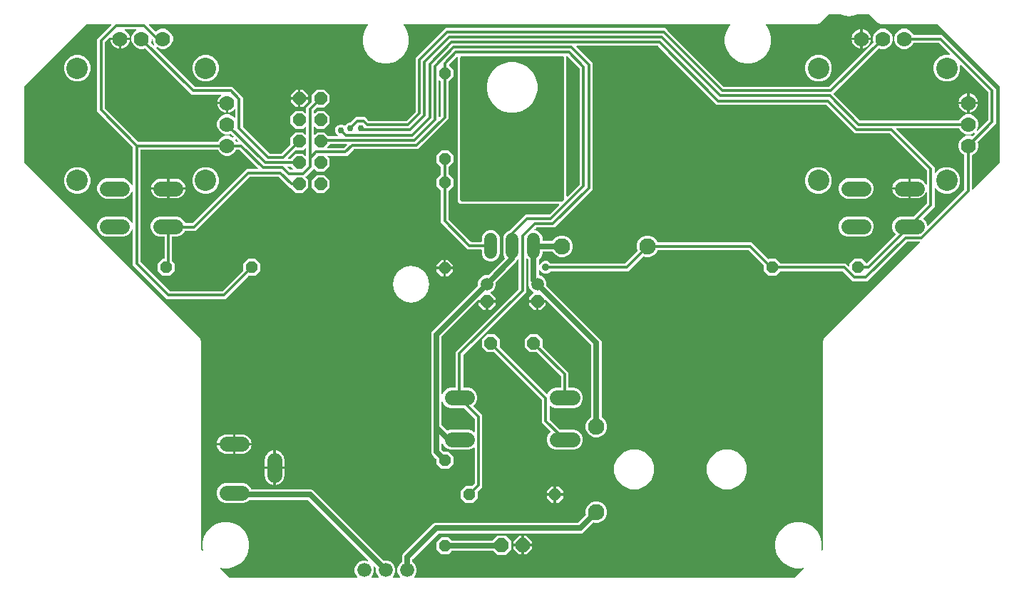
<source format=gtl>
G04 EAGLE Gerber RS-274X export*
G75*
%MOMM*%
%FSLAX34Y34*%
%LPD*%
%INTop Copper*%
%IPPOS*%
%AMOC8*
5,1,8,0,0,1.08239X$1,22.5*%
G01*
%ADD10P,1.623585X8X22.500000*%
%ADD11C,1.524000*%
%ADD12P,1.632244X8X112.500000*%
%ADD13P,1.547818X8X202.500000*%
%ADD14P,1.547818X8X22.500000*%
%ADD15P,1.547818X8X112.500000*%
%ADD16C,1.676400*%
%ADD17P,1.814519X8X22.500000*%
%ADD18C,1.800000*%
%ADD19C,2.540000*%
%ADD20C,1.778000*%
%ADD21C,1.778000*%
%ADD22C,1.790700*%
%ADD23C,1.930400*%
%ADD24P,1.623585X8X292.500000*%
%ADD25C,1.500000*%
%ADD26C,0.304800*%
%ADD27C,0.762000*%
%ADD28C,0.635000*%
%ADD29C,0.914400*%

G36*
X405745Y-39066D02*
X405745Y-39066D01*
X405816Y-39064D01*
X405865Y-39046D01*
X405917Y-39038D01*
X405980Y-39004D01*
X406047Y-38979D01*
X406088Y-38947D01*
X406134Y-38922D01*
X406183Y-38870D01*
X406239Y-38826D01*
X406268Y-38782D01*
X406303Y-38744D01*
X406334Y-38679D01*
X406372Y-38619D01*
X406385Y-38568D01*
X406407Y-38521D01*
X406415Y-38450D01*
X406433Y-38380D01*
X406428Y-38328D01*
X406434Y-38277D01*
X406419Y-38206D01*
X406413Y-38135D01*
X406393Y-38087D01*
X406382Y-38036D01*
X406345Y-37975D01*
X406317Y-37909D01*
X406272Y-37853D01*
X406256Y-37825D01*
X406238Y-37810D01*
X406212Y-37778D01*
X404910Y-36475D01*
X403169Y-32274D01*
X403169Y-27726D01*
X404910Y-23525D01*
X408125Y-20310D01*
X412326Y-18569D01*
X416874Y-18569D01*
X418278Y-19151D01*
X418373Y-19173D01*
X418466Y-19202D01*
X418492Y-19201D01*
X418518Y-19207D01*
X418614Y-19198D01*
X418712Y-19196D01*
X418736Y-19187D01*
X418762Y-19184D01*
X418851Y-19145D01*
X418943Y-19111D01*
X418963Y-19095D01*
X418987Y-19084D01*
X419059Y-19018D01*
X419135Y-18957D01*
X419149Y-18935D01*
X419168Y-18918D01*
X419215Y-18832D01*
X419268Y-18750D01*
X419274Y-18725D01*
X419287Y-18702D01*
X419304Y-18606D01*
X419328Y-18512D01*
X419326Y-18486D01*
X419331Y-18460D01*
X419316Y-18364D01*
X419309Y-18267D01*
X419299Y-18243D01*
X419295Y-18217D01*
X419251Y-18130D01*
X419213Y-18040D01*
X419192Y-18015D01*
X419183Y-17998D01*
X419160Y-17974D01*
X419108Y-17909D01*
X347645Y53553D01*
X347571Y53606D01*
X347502Y53666D01*
X347471Y53678D01*
X347445Y53697D01*
X347358Y53724D01*
X347273Y53758D01*
X347233Y53762D01*
X347210Y53769D01*
X347178Y53768D01*
X347107Y53776D01*
X278131Y53776D01*
X278041Y53762D01*
X277950Y53754D01*
X277920Y53742D01*
X277888Y53737D01*
X277808Y53694D01*
X277724Y53658D01*
X277692Y53632D01*
X277671Y53621D01*
X277649Y53598D01*
X277593Y53553D01*
X275825Y51786D01*
X271397Y49951D01*
X248603Y49951D01*
X244175Y51786D01*
X240786Y55175D01*
X238951Y59603D01*
X238951Y64397D01*
X240786Y68825D01*
X244175Y72214D01*
X248603Y74049D01*
X271397Y74049D01*
X275825Y72214D01*
X279214Y68825D01*
X280097Y66694D01*
X280159Y66594D01*
X280219Y66494D01*
X280224Y66490D01*
X280227Y66485D01*
X280317Y66410D01*
X280406Y66334D01*
X280412Y66332D01*
X280416Y66328D01*
X280525Y66286D01*
X280634Y66242D01*
X280641Y66241D01*
X280646Y66240D01*
X280664Y66239D01*
X280801Y66224D01*
X351238Y66224D01*
X353525Y65276D01*
X355383Y63418D01*
X437148Y-18346D01*
X437222Y-18399D01*
X437291Y-18459D01*
X437322Y-18471D01*
X437348Y-18490D01*
X437435Y-18517D01*
X437520Y-18551D01*
X437560Y-18555D01*
X437583Y-18562D01*
X437615Y-18561D01*
X437686Y-18569D01*
X442274Y-18569D01*
X446475Y-20310D01*
X449690Y-23525D01*
X451431Y-27726D01*
X451431Y-32274D01*
X449690Y-36475D01*
X448388Y-37778D01*
X448346Y-37836D01*
X448297Y-37888D01*
X448275Y-37935D01*
X448244Y-37977D01*
X448223Y-38046D01*
X448193Y-38111D01*
X448187Y-38163D01*
X448172Y-38213D01*
X448174Y-38284D01*
X448166Y-38355D01*
X448177Y-38406D01*
X448178Y-38458D01*
X448203Y-38526D01*
X448218Y-38596D01*
X448245Y-38641D01*
X448263Y-38689D01*
X448308Y-38745D01*
X448344Y-38807D01*
X448384Y-38841D01*
X448416Y-38881D01*
X448477Y-38920D01*
X448531Y-38967D01*
X448579Y-38986D01*
X448623Y-39014D01*
X448693Y-39032D01*
X448759Y-39059D01*
X448831Y-39067D01*
X448862Y-39075D01*
X448885Y-39073D01*
X448926Y-39077D01*
X456474Y-39077D01*
X456545Y-39066D01*
X456616Y-39064D01*
X456665Y-39046D01*
X456717Y-39038D01*
X456780Y-39004D01*
X456847Y-38979D01*
X456888Y-38947D01*
X456934Y-38922D01*
X456983Y-38870D01*
X457039Y-38826D01*
X457068Y-38782D01*
X457103Y-38744D01*
X457134Y-38679D01*
X457172Y-38619D01*
X457185Y-38568D01*
X457207Y-38521D01*
X457215Y-38450D01*
X457233Y-38380D01*
X457228Y-38328D01*
X457234Y-38277D01*
X457219Y-38206D01*
X457213Y-38135D01*
X457193Y-38087D01*
X457182Y-38036D01*
X457145Y-37975D01*
X457117Y-37909D01*
X457072Y-37853D01*
X457056Y-37825D01*
X457038Y-37810D01*
X457012Y-37778D01*
X455710Y-36475D01*
X453969Y-32274D01*
X453969Y-27726D01*
X455710Y-23525D01*
X458953Y-20281D01*
X459006Y-20207D01*
X459066Y-20138D01*
X459078Y-20108D01*
X459097Y-20082D01*
X459124Y-19994D01*
X459158Y-19910D01*
X459162Y-19869D01*
X459169Y-19846D01*
X459168Y-19814D01*
X459176Y-19743D01*
X459176Y-13362D01*
X460124Y-11075D01*
X494617Y23418D01*
X496475Y25276D01*
X498762Y26224D01*
X667907Y26224D01*
X667997Y26238D01*
X668088Y26246D01*
X668118Y26258D01*
X668149Y26263D01*
X668230Y26306D01*
X668314Y26342D01*
X668346Y26368D01*
X668367Y26379D01*
X668389Y26402D01*
X668445Y26447D01*
X677342Y35343D01*
X677410Y35439D01*
X677480Y35532D01*
X677482Y35538D01*
X677485Y35543D01*
X677520Y35655D01*
X677556Y35766D01*
X677556Y35772D01*
X677558Y35778D01*
X677555Y35895D01*
X677553Y36012D01*
X677551Y36019D01*
X677551Y36024D01*
X677545Y36042D01*
X677507Y36173D01*
X677299Y36674D01*
X677299Y41726D01*
X679233Y46394D01*
X682806Y49967D01*
X687474Y51901D01*
X692526Y51901D01*
X697194Y49967D01*
X700767Y46394D01*
X702701Y41726D01*
X702701Y36674D01*
X700767Y32006D01*
X697194Y28433D01*
X692526Y26499D01*
X687474Y26499D01*
X686973Y26707D01*
X686860Y26733D01*
X686746Y26762D01*
X686740Y26761D01*
X686733Y26763D01*
X686617Y26752D01*
X686501Y26743D01*
X686495Y26740D01*
X686489Y26740D01*
X686381Y26692D01*
X686274Y26646D01*
X686269Y26642D01*
X686264Y26640D01*
X686250Y26627D01*
X686143Y26542D01*
X676183Y16582D01*
X674325Y14724D01*
X672038Y13776D01*
X502893Y13776D01*
X502803Y13762D01*
X502712Y13754D01*
X502682Y13742D01*
X502651Y13737D01*
X502570Y13694D01*
X502486Y13658D01*
X502454Y13632D01*
X502433Y13621D01*
X502411Y13598D01*
X502355Y13553D01*
X471847Y-16955D01*
X471794Y-17029D01*
X471734Y-17098D01*
X471722Y-17129D01*
X471703Y-17155D01*
X471676Y-17242D01*
X471642Y-17327D01*
X471638Y-17367D01*
X471631Y-17390D01*
X471632Y-17422D01*
X471624Y-17493D01*
X471624Y-19743D01*
X471638Y-19833D01*
X471646Y-19924D01*
X471658Y-19954D01*
X471663Y-19986D01*
X471706Y-20066D01*
X471742Y-20150D01*
X471768Y-20182D01*
X471779Y-20203D01*
X471802Y-20225D01*
X471847Y-20281D01*
X475090Y-23525D01*
X476831Y-27726D01*
X476831Y-32274D01*
X475090Y-36475D01*
X473788Y-37778D01*
X473746Y-37836D01*
X473697Y-37888D01*
X473675Y-37935D01*
X473644Y-37977D01*
X473623Y-38046D01*
X473593Y-38111D01*
X473587Y-38163D01*
X473572Y-38213D01*
X473574Y-38284D01*
X473566Y-38355D01*
X473577Y-38406D01*
X473578Y-38458D01*
X473603Y-38526D01*
X473618Y-38596D01*
X473645Y-38641D01*
X473663Y-38689D01*
X473708Y-38745D01*
X473744Y-38807D01*
X473784Y-38841D01*
X473816Y-38881D01*
X473877Y-38920D01*
X473931Y-38967D01*
X473979Y-38986D01*
X474023Y-39014D01*
X474093Y-39032D01*
X474159Y-39059D01*
X474231Y-39067D01*
X474262Y-39075D01*
X474285Y-39073D01*
X474326Y-39077D01*
X925160Y-39077D01*
X925250Y-39063D01*
X925341Y-39055D01*
X925371Y-39043D01*
X925403Y-39038D01*
X925484Y-38995D01*
X925568Y-38959D01*
X925600Y-38933D01*
X925620Y-38922D01*
X925643Y-38899D01*
X925699Y-38854D01*
X936299Y-28254D01*
X936327Y-28215D01*
X936363Y-28182D01*
X936399Y-28115D01*
X936443Y-28054D01*
X936457Y-28008D01*
X936480Y-27966D01*
X936493Y-27891D01*
X936515Y-27819D01*
X936514Y-27771D01*
X936522Y-27724D01*
X936511Y-27649D01*
X936509Y-27573D01*
X936492Y-27528D01*
X936485Y-27480D01*
X936451Y-27413D01*
X936424Y-27342D01*
X936394Y-27304D01*
X936373Y-27262D01*
X936318Y-27209D01*
X936271Y-27150D01*
X936230Y-27124D01*
X936196Y-27090D01*
X936128Y-27058D01*
X936064Y-27017D01*
X936017Y-27005D01*
X935974Y-26984D01*
X935899Y-26975D01*
X935825Y-26957D01*
X935778Y-26960D01*
X935730Y-26955D01*
X935602Y-26974D01*
X935580Y-26976D01*
X935574Y-26978D01*
X935564Y-26980D01*
X933621Y-27501D01*
X926379Y-27501D01*
X919385Y-25627D01*
X913114Y-22006D01*
X907994Y-16886D01*
X904373Y-10615D01*
X902499Y-3621D01*
X902499Y3621D01*
X904373Y10615D01*
X907994Y16886D01*
X913114Y22006D01*
X919385Y25627D01*
X926379Y27501D01*
X933621Y27501D01*
X940615Y25627D01*
X946886Y22006D01*
X952006Y16886D01*
X955627Y10615D01*
X957501Y3621D01*
X957501Y-3621D01*
X956980Y-5564D01*
X956975Y-5612D01*
X956961Y-5658D01*
X956963Y-5733D01*
X956956Y-5809D01*
X956966Y-5856D01*
X956967Y-5904D01*
X956993Y-5975D01*
X957010Y-6049D01*
X957035Y-6090D01*
X957052Y-6135D01*
X957099Y-6194D01*
X957139Y-6258D01*
X957176Y-6289D01*
X957206Y-6327D01*
X957269Y-6368D01*
X957327Y-6416D01*
X957372Y-6434D01*
X957413Y-6460D01*
X957486Y-6478D01*
X957557Y-6506D01*
X957605Y-6508D01*
X957651Y-6520D01*
X957727Y-6514D01*
X957802Y-6517D01*
X957848Y-6504D01*
X957896Y-6501D01*
X957966Y-6471D01*
X958039Y-6450D01*
X958079Y-6423D01*
X958123Y-6404D01*
X958223Y-6324D01*
X958242Y-6311D01*
X958246Y-6306D01*
X958254Y-6299D01*
X958854Y-5699D01*
X958908Y-5624D01*
X958967Y-5555D01*
X958979Y-5525D01*
X958998Y-5499D01*
X959025Y-5412D01*
X959059Y-5327D01*
X959063Y-5286D01*
X959070Y-5264D01*
X959069Y-5232D01*
X959077Y-5160D01*
X959077Y242173D01*
X960740Y246187D01*
X1074019Y359466D01*
X1074060Y359524D01*
X1074110Y359576D01*
X1074132Y359623D01*
X1074162Y359665D01*
X1074183Y359734D01*
X1074214Y359799D01*
X1074219Y359851D01*
X1074235Y359901D01*
X1074233Y359972D01*
X1074241Y360043D01*
X1074230Y360094D01*
X1074228Y360146D01*
X1074204Y360214D01*
X1074188Y360284D01*
X1074162Y360328D01*
X1074144Y360377D01*
X1074099Y360433D01*
X1074062Y360495D01*
X1074023Y360529D01*
X1073990Y360569D01*
X1073930Y360608D01*
X1073875Y360655D01*
X1073827Y360674D01*
X1073783Y360702D01*
X1073714Y360720D01*
X1073647Y360747D01*
X1073576Y360755D01*
X1073545Y360763D01*
X1073521Y360761D01*
X1073480Y360765D01*
X1059118Y360765D01*
X1059028Y360751D01*
X1058937Y360743D01*
X1058908Y360731D01*
X1058876Y360726D01*
X1058795Y360683D01*
X1058711Y360647D01*
X1058679Y360621D01*
X1058658Y360610D01*
X1058636Y360587D01*
X1058580Y360542D01*
X1011743Y313705D01*
X994050Y313705D01*
X982551Y325204D01*
X982477Y325257D01*
X982408Y325317D01*
X982378Y325329D01*
X982352Y325348D01*
X982265Y325375D01*
X982180Y325409D01*
X982139Y325413D01*
X982117Y325420D01*
X982084Y325419D01*
X982013Y325427D01*
X909366Y325427D01*
X909276Y325413D01*
X909185Y325405D01*
X909155Y325393D01*
X909123Y325388D01*
X909042Y325345D01*
X908958Y325309D01*
X908926Y325283D01*
X908906Y325272D01*
X908883Y325249D01*
X908827Y325204D01*
X903424Y319801D01*
X894976Y319801D01*
X889001Y325776D01*
X889001Y331817D01*
X888987Y331907D01*
X888979Y331998D01*
X888967Y332027D01*
X888962Y332059D01*
X888919Y332140D01*
X888883Y332224D01*
X888857Y332256D01*
X888846Y332277D01*
X888823Y332299D01*
X888778Y332355D01*
X870929Y350204D01*
X870855Y350257D01*
X870785Y350317D01*
X870755Y350329D01*
X870729Y350348D01*
X870642Y350375D01*
X870557Y350409D01*
X870516Y350413D01*
X870494Y350420D01*
X870462Y350419D01*
X870391Y350427D01*
X763162Y350427D01*
X763047Y350408D01*
X762931Y350391D01*
X762925Y350389D01*
X762919Y350388D01*
X762816Y350333D01*
X762712Y350280D01*
X762707Y350275D01*
X762702Y350272D01*
X762622Y350188D01*
X762539Y350104D01*
X762536Y350098D01*
X762532Y350094D01*
X762524Y350077D01*
X762458Y349957D01*
X761567Y347806D01*
X757994Y344233D01*
X753326Y342299D01*
X748274Y342299D01*
X746122Y343191D01*
X746008Y343217D01*
X745895Y343246D01*
X745889Y343245D01*
X745882Y343247D01*
X745766Y343236D01*
X745650Y343227D01*
X745644Y343224D01*
X745638Y343224D01*
X745530Y343176D01*
X745423Y343130D01*
X745417Y343126D01*
X745413Y343124D01*
X745399Y343111D01*
X745292Y343026D01*
X727694Y325427D01*
X636520Y325427D01*
X636430Y325413D01*
X636339Y325405D01*
X636309Y325393D01*
X636277Y325388D01*
X636196Y325345D01*
X636113Y325309D01*
X636080Y325283D01*
X636060Y325272D01*
X636038Y325249D01*
X635982Y325204D01*
X634317Y323539D01*
X631516Y322379D01*
X628484Y322379D01*
X625683Y323539D01*
X623539Y325683D01*
X623088Y326772D01*
X623037Y326856D01*
X622991Y326941D01*
X622973Y326959D01*
X622959Y326982D01*
X622883Y327044D01*
X622813Y327111D01*
X622789Y327122D01*
X622769Y327138D01*
X622678Y327173D01*
X622590Y327214D01*
X622564Y327217D01*
X622540Y327227D01*
X622442Y327231D01*
X622346Y327241D01*
X622320Y327236D01*
X622294Y327237D01*
X622200Y327210D01*
X622105Y327189D01*
X622083Y327176D01*
X622058Y327168D01*
X621978Y327113D01*
X621894Y327063D01*
X621877Y327043D01*
X621856Y327028D01*
X621797Y326950D01*
X621734Y326876D01*
X621724Y326852D01*
X621709Y326831D01*
X621679Y326738D01*
X621642Y326648D01*
X621639Y326615D01*
X621633Y326597D01*
X621633Y326564D01*
X621624Y326481D01*
X621624Y321414D01*
X621643Y321299D01*
X621660Y321183D01*
X621662Y321177D01*
X621663Y321171D01*
X621718Y321069D01*
X621771Y320964D01*
X621776Y320959D01*
X621779Y320954D01*
X621863Y320874D01*
X621947Y320792D01*
X621953Y320788D01*
X621957Y320784D01*
X621974Y320777D01*
X622094Y320711D01*
X625975Y319103D01*
X628943Y316135D01*
X630549Y312258D01*
X630549Y308728D01*
X630563Y308638D01*
X630571Y308547D01*
X630583Y308517D01*
X630588Y308485D01*
X630631Y308405D01*
X630667Y308321D01*
X630693Y308289D01*
X630704Y308268D01*
X630727Y308246D01*
X630772Y308190D01*
X693418Y245543D01*
X695276Y243685D01*
X696224Y241398D01*
X696224Y152478D01*
X696243Y152363D01*
X696260Y152247D01*
X696262Y152241D01*
X696263Y152235D01*
X696318Y152133D01*
X696371Y152028D01*
X696376Y152023D01*
X696379Y152018D01*
X696463Y151938D01*
X696547Y151855D01*
X696553Y151852D01*
X696557Y151848D01*
X696574Y151841D01*
X696694Y151775D01*
X697194Y151567D01*
X700767Y147994D01*
X702701Y143326D01*
X702701Y138274D01*
X700767Y133606D01*
X697194Y130033D01*
X692526Y128099D01*
X687474Y128099D01*
X682806Y130033D01*
X679233Y133606D01*
X677299Y138274D01*
X677299Y143326D01*
X679233Y147994D01*
X682806Y151567D01*
X683306Y151775D01*
X683406Y151836D01*
X683506Y151896D01*
X683510Y151901D01*
X683515Y151904D01*
X683590Y151995D01*
X683666Y152083D01*
X683668Y152089D01*
X683672Y152094D01*
X683714Y152202D01*
X683758Y152311D01*
X683759Y152319D01*
X683760Y152323D01*
X683761Y152342D01*
X683776Y152478D01*
X683776Y237267D01*
X683774Y237282D01*
X683775Y237296D01*
X683761Y237360D01*
X683754Y237448D01*
X683742Y237478D01*
X683737Y237510D01*
X683723Y237534D01*
X683723Y237536D01*
X683717Y237546D01*
X683694Y237590D01*
X683658Y237674D01*
X683632Y237706D01*
X683621Y237727D01*
X683598Y237749D01*
X683553Y237805D01*
X630218Y291140D01*
X630144Y291193D01*
X630075Y291253D01*
X630045Y291265D01*
X630018Y291284D01*
X629931Y291311D01*
X629847Y291345D01*
X629806Y291349D01*
X629783Y291356D01*
X629751Y291355D01*
X629680Y291363D01*
X620762Y291363D01*
X620742Y291360D01*
X620723Y291362D01*
X620621Y291340D01*
X620519Y291323D01*
X620502Y291314D01*
X620482Y291310D01*
X620393Y291257D01*
X620302Y291208D01*
X620288Y291194D01*
X620271Y291184D01*
X620204Y291105D01*
X620133Y291030D01*
X620124Y291012D01*
X620111Y290997D01*
X620073Y290901D01*
X620029Y290807D01*
X620027Y290787D01*
X620019Y290769D01*
X620001Y290602D01*
X620001Y289839D01*
X619999Y289839D01*
X619999Y290602D01*
X619996Y290622D01*
X619998Y290641D01*
X619976Y290743D01*
X619959Y290845D01*
X619950Y290862D01*
X619946Y290882D01*
X619893Y290971D01*
X619844Y291062D01*
X619830Y291076D01*
X619820Y291093D01*
X619741Y291160D01*
X619666Y291231D01*
X619648Y291240D01*
X619633Y291253D01*
X619537Y291292D01*
X619443Y291335D01*
X619423Y291337D01*
X619405Y291345D01*
X619238Y291363D01*
X609959Y291363D01*
X609959Y293999D01*
X615448Y299488D01*
X615475Y299525D01*
X615509Y299557D01*
X615547Y299625D01*
X615592Y299688D01*
X615605Y299732D01*
X615628Y299772D01*
X615641Y299849D01*
X615664Y299923D01*
X615663Y299969D01*
X615671Y300014D01*
X615660Y300091D01*
X615658Y300169D01*
X615642Y300212D01*
X615636Y300257D01*
X615600Y300327D01*
X615574Y300400D01*
X615545Y300436D01*
X615524Y300477D01*
X615468Y300531D01*
X615420Y300592D01*
X615381Y300617D01*
X615348Y300649D01*
X615229Y300715D01*
X615213Y300725D01*
X615208Y300726D01*
X615201Y300730D01*
X614025Y301217D01*
X611057Y304185D01*
X609451Y308062D01*
X609451Y312258D01*
X609455Y312267D01*
X609476Y312356D01*
X609504Y312442D01*
X609504Y312475D01*
X609511Y312506D01*
X609502Y312597D01*
X609502Y312688D01*
X609490Y312728D01*
X609488Y312751D01*
X609475Y312781D01*
X609455Y312850D01*
X609176Y313522D01*
X609176Y338901D01*
X609162Y338990D01*
X609154Y339082D01*
X609142Y339111D01*
X609137Y339143D01*
X609094Y339224D01*
X609058Y339308D01*
X609032Y339340D01*
X609021Y339361D01*
X608998Y339383D01*
X608953Y339439D01*
X608064Y340328D01*
X608006Y340370D01*
X607954Y340419D01*
X607907Y340441D01*
X607865Y340471D01*
X607796Y340492D01*
X607731Y340523D01*
X607679Y340528D01*
X607629Y340544D01*
X607558Y340542D01*
X607487Y340550D01*
X607436Y340539D01*
X607384Y340537D01*
X607316Y340513D01*
X607246Y340498D01*
X607201Y340471D01*
X607153Y340453D01*
X607097Y340408D01*
X607035Y340371D01*
X607001Y340332D01*
X606961Y340299D01*
X606922Y340239D01*
X606875Y340184D01*
X606856Y340136D01*
X606828Y340092D01*
X606810Y340023D01*
X606783Y339956D01*
X606775Y339885D01*
X606767Y339854D01*
X606769Y339831D01*
X606765Y339790D01*
X606765Y300298D01*
X532312Y225845D01*
X532259Y225771D01*
X532199Y225701D01*
X532187Y225671D01*
X532168Y225645D01*
X532141Y225558D01*
X532107Y225473D01*
X532103Y225432D01*
X532096Y225410D01*
X532097Y225378D01*
X532089Y225307D01*
X532089Y187655D01*
X532092Y187636D01*
X532090Y187616D01*
X532112Y187515D01*
X532128Y187413D01*
X532138Y187395D01*
X532142Y187376D01*
X532195Y187287D01*
X532244Y187195D01*
X532258Y187182D01*
X532268Y187165D01*
X532347Y187097D01*
X532422Y187026D01*
X532440Y187018D01*
X532455Y187005D01*
X532551Y186966D01*
X532645Y186922D01*
X532665Y186920D01*
X532683Y186913D01*
X532850Y186894D01*
X538857Y186894D01*
X543268Y185067D01*
X546644Y181691D01*
X548472Y177279D01*
X548472Y172505D01*
X546644Y168093D01*
X544251Y165700D01*
X544240Y165684D01*
X544224Y165671D01*
X544168Y165584D01*
X544108Y165500D01*
X544102Y165481D01*
X544091Y165465D01*
X544066Y165364D01*
X544035Y165265D01*
X544036Y165245D01*
X544031Y165226D01*
X544039Y165123D01*
X544042Y165019D01*
X544049Y165001D01*
X544050Y164981D01*
X544091Y164886D01*
X544126Y164788D01*
X544139Y164773D01*
X544146Y164754D01*
X544251Y164624D01*
X551671Y157204D01*
X554573Y154302D01*
X554573Y68906D01*
X549622Y63955D01*
X549569Y63881D01*
X549509Y63811D01*
X549497Y63781D01*
X549478Y63755D01*
X549451Y63668D01*
X549417Y63583D01*
X549413Y63542D01*
X549406Y63520D01*
X549407Y63488D01*
X549399Y63417D01*
X549399Y55776D01*
X543424Y49801D01*
X534976Y49801D01*
X529001Y55776D01*
X529001Y64224D01*
X534976Y70199D01*
X542617Y70199D01*
X542707Y70213D01*
X542798Y70221D01*
X542827Y70233D01*
X542859Y70238D01*
X542940Y70281D01*
X543024Y70317D01*
X543056Y70343D01*
X543077Y70354D01*
X543099Y70377D01*
X543155Y70422D01*
X545204Y72471D01*
X545257Y72545D01*
X545317Y72615D01*
X545329Y72645D01*
X545348Y72671D01*
X545375Y72758D01*
X545409Y72843D01*
X545413Y72884D01*
X545420Y72906D01*
X545419Y72938D01*
X545427Y73009D01*
X545427Y115254D01*
X545416Y115325D01*
X545414Y115397D01*
X545396Y115446D01*
X545388Y115497D01*
X545354Y115560D01*
X545329Y115628D01*
X545297Y115668D01*
X545272Y115714D01*
X545220Y115764D01*
X545176Y115820D01*
X545132Y115848D01*
X545094Y115884D01*
X545029Y115914D01*
X544969Y115953D01*
X544918Y115965D01*
X544871Y115987D01*
X544800Y115995D01*
X544730Y116013D01*
X544678Y116009D01*
X544627Y116014D01*
X544556Y115999D01*
X544485Y115994D01*
X544437Y115973D01*
X544386Y115962D01*
X544325Y115925D01*
X544259Y115897D01*
X544203Y115853D01*
X544175Y115836D01*
X544160Y115818D01*
X544128Y115793D01*
X543268Y114933D01*
X538857Y113106D01*
X516175Y113106D01*
X511764Y114933D01*
X508388Y118309D01*
X507688Y119997D01*
X507637Y120080D01*
X507591Y120166D01*
X507573Y120184D01*
X507559Y120206D01*
X507483Y120269D01*
X507413Y120336D01*
X507389Y120347D01*
X507369Y120363D01*
X507278Y120398D01*
X507190Y120439D01*
X507164Y120442D01*
X507140Y120451D01*
X507042Y120456D01*
X506946Y120466D01*
X506920Y120461D01*
X506894Y120462D01*
X506800Y120435D01*
X506705Y120414D01*
X506683Y120401D01*
X506658Y120393D01*
X506578Y120338D01*
X506494Y120288D01*
X506477Y120268D01*
X506456Y120253D01*
X506397Y120175D01*
X506334Y120101D01*
X506324Y120077D01*
X506309Y120056D01*
X506279Y119963D01*
X506242Y119873D01*
X506239Y119840D01*
X506233Y119822D01*
X506233Y119789D01*
X506224Y119706D01*
X506224Y113693D01*
X506238Y113603D01*
X506246Y113512D01*
X506258Y113482D01*
X506263Y113451D01*
X506306Y113370D01*
X506342Y113286D01*
X506368Y113254D01*
X506379Y113233D01*
X506402Y113211D01*
X506447Y113155D01*
X508380Y111222D01*
X508454Y111169D01*
X508523Y111109D01*
X508553Y111097D01*
X508580Y111078D01*
X508667Y111051D01*
X508752Y111017D01*
X508792Y111013D01*
X508815Y111006D01*
X508847Y111007D01*
X508918Y110999D01*
X514224Y110999D01*
X520199Y105024D01*
X520199Y96576D01*
X514224Y90601D01*
X505776Y90601D01*
X499801Y96576D01*
X499801Y101882D01*
X499787Y101972D01*
X499779Y102063D01*
X499767Y102093D01*
X499762Y102125D01*
X499719Y102205D01*
X499683Y102289D01*
X499657Y102321D01*
X499646Y102342D01*
X499623Y102364D01*
X499578Y102420D01*
X496582Y105417D01*
X494724Y107275D01*
X493776Y109562D01*
X493776Y251398D01*
X494724Y253685D01*
X496582Y255543D01*
X549228Y308190D01*
X549281Y308264D01*
X549341Y308333D01*
X549353Y308364D01*
X549372Y308390D01*
X549399Y308477D01*
X549433Y308562D01*
X549437Y308602D01*
X549444Y308625D01*
X549443Y308657D01*
X549451Y308728D01*
X549451Y312258D01*
X551057Y316135D01*
X554025Y319103D01*
X557902Y320709D01*
X561432Y320709D01*
X561522Y320723D01*
X561613Y320731D01*
X561643Y320743D01*
X561675Y320748D01*
X561755Y320791D01*
X561839Y320827D01*
X561871Y320853D01*
X561892Y320864D01*
X561914Y320887D01*
X561970Y320932D01*
X581477Y340439D01*
X581489Y340455D01*
X581504Y340467D01*
X581560Y340554D01*
X581620Y340638D01*
X581626Y340657D01*
X581637Y340674D01*
X581662Y340775D01*
X581693Y340873D01*
X581692Y340893D01*
X581697Y340913D01*
X581689Y341016D01*
X581686Y341119D01*
X581680Y341138D01*
X581678Y341158D01*
X581638Y341253D01*
X581602Y341350D01*
X581590Y341366D01*
X581582Y341384D01*
X581477Y341515D01*
X580955Y342037D01*
X579331Y345958D01*
X579331Y365442D01*
X580955Y369363D01*
X583957Y372365D01*
X587130Y373679D01*
X587186Y373714D01*
X587246Y373739D01*
X587311Y373791D01*
X587339Y373809D01*
X587352Y373824D01*
X587377Y373844D01*
X606106Y392573D01*
X633791Y392573D01*
X633881Y392587D01*
X633972Y392595D01*
X634001Y392607D01*
X634033Y392612D01*
X634114Y392655D01*
X634198Y392691D01*
X634230Y392717D01*
X634251Y392728D01*
X634273Y392751D01*
X634329Y392796D01*
X645661Y404128D01*
X645703Y404186D01*
X645752Y404238D01*
X645774Y404285D01*
X645804Y404327D01*
X645826Y404396D01*
X645856Y404461D01*
X645861Y404513D01*
X645877Y404563D01*
X645875Y404634D01*
X645883Y404705D01*
X645872Y404756D01*
X645870Y404808D01*
X645846Y404876D01*
X645831Y404946D01*
X645804Y404991D01*
X645786Y405039D01*
X645741Y405095D01*
X645704Y405157D01*
X645665Y405191D01*
X645632Y405231D01*
X645572Y405270D01*
X645518Y405317D01*
X645469Y405336D01*
X645425Y405364D01*
X645356Y405382D01*
X645289Y405409D01*
X645218Y405417D01*
X645187Y405425D01*
X645164Y405423D01*
X645123Y405427D01*
X528106Y405427D01*
X525427Y408106D01*
X525427Y579502D01*
X525416Y579572D01*
X525414Y579644D01*
X525396Y579693D01*
X525388Y579744D01*
X525354Y579808D01*
X525329Y579875D01*
X525297Y579916D01*
X525272Y579962D01*
X525221Y580011D01*
X525176Y580067D01*
X525132Y580095D01*
X525094Y580131D01*
X525029Y580161D01*
X524969Y580200D01*
X524918Y580213D01*
X524871Y580235D01*
X524800Y580243D01*
X524730Y580260D01*
X524678Y580256D01*
X524627Y580262D01*
X524556Y580247D01*
X524485Y580241D01*
X524437Y580221D01*
X524386Y580210D01*
X524325Y580173D01*
X524259Y580145D01*
X524203Y580100D01*
X524175Y580083D01*
X524160Y580066D01*
X524128Y580040D01*
X515194Y571106D01*
X515182Y571090D01*
X515167Y571077D01*
X515110Y570990D01*
X515050Y570906D01*
X515044Y570887D01*
X515034Y570870D01*
X515008Y570770D01*
X514978Y570671D01*
X514978Y570651D01*
X514974Y570632D01*
X514982Y570529D01*
X514984Y570425D01*
X514991Y570406D01*
X514993Y570387D01*
X515033Y570292D01*
X515069Y570194D01*
X515081Y570179D01*
X515089Y570160D01*
X515194Y570029D01*
X520199Y565024D01*
X520199Y556576D01*
X514796Y551173D01*
X514743Y551099D01*
X514683Y551029D01*
X514671Y550999D01*
X514652Y550973D01*
X514625Y550886D01*
X514591Y550801D01*
X514587Y550760D01*
X514580Y550738D01*
X514581Y550706D01*
X514573Y550634D01*
X514573Y506485D01*
X478515Y470427D01*
X402209Y470427D01*
X402119Y470413D01*
X402028Y470405D01*
X401999Y470393D01*
X401967Y470388D01*
X401886Y470345D01*
X401802Y470309D01*
X401770Y470283D01*
X401749Y470272D01*
X401727Y470249D01*
X401671Y470204D01*
X393894Y462427D01*
X371685Y462427D01*
X371615Y462416D01*
X371543Y462414D01*
X371494Y462396D01*
X371442Y462388D01*
X371379Y462354D01*
X371312Y462329D01*
X371271Y462297D01*
X371225Y462272D01*
X371176Y462220D01*
X371120Y462176D01*
X371092Y462132D01*
X371056Y462094D01*
X371026Y462029D01*
X370987Y461969D01*
X370974Y461918D01*
X370952Y461871D01*
X370944Y461800D01*
X370927Y461730D01*
X370931Y461678D01*
X370925Y461627D01*
X370940Y461556D01*
X370946Y461485D01*
X370966Y461437D01*
X370977Y461386D01*
X371014Y461325D01*
X371042Y461259D01*
X371087Y461203D01*
X371103Y461175D01*
X371121Y461160D01*
X371147Y461128D01*
X373289Y458986D01*
X373289Y450214D01*
X367086Y444011D01*
X358314Y444011D01*
X355278Y447047D01*
X355262Y447059D01*
X355250Y447074D01*
X355162Y447130D01*
X355079Y447190D01*
X355060Y447196D01*
X355043Y447207D01*
X354942Y447232D01*
X354844Y447263D01*
X354824Y447262D01*
X354804Y447267D01*
X354701Y447259D01*
X354598Y447256D01*
X354579Y447250D01*
X354559Y447248D01*
X354464Y447208D01*
X354367Y447172D01*
X354351Y447160D01*
X354333Y447152D01*
X354202Y447047D01*
X351671Y444516D01*
X344853Y437698D01*
X344841Y437682D01*
X344826Y437670D01*
X344770Y437582D01*
X344710Y437499D01*
X344704Y437480D01*
X344693Y437463D01*
X344668Y437362D01*
X344637Y437263D01*
X344638Y437243D01*
X344633Y437224D01*
X344641Y437121D01*
X344644Y437018D01*
X344650Y436999D01*
X344652Y436979D01*
X344692Y436884D01*
X344728Y436787D01*
X344740Y436771D01*
X344748Y436753D01*
X344853Y436622D01*
X347889Y433586D01*
X347889Y424814D01*
X341686Y418611D01*
X332914Y418611D01*
X327121Y424404D01*
X327047Y424457D01*
X326978Y424517D01*
X326947Y424529D01*
X326921Y424548D01*
X326834Y424575D01*
X326749Y424609D01*
X326708Y424613D01*
X326686Y424620D01*
X326654Y424619D01*
X326583Y424627D01*
X326314Y424627D01*
X313329Y437612D01*
X313255Y437665D01*
X313185Y437725D01*
X313155Y437737D01*
X313129Y437756D01*
X313042Y437783D01*
X312957Y437817D01*
X312916Y437821D01*
X312894Y437828D01*
X312862Y437827D01*
X312791Y437835D01*
X278617Y437835D01*
X278527Y437821D01*
X278436Y437813D01*
X278407Y437801D01*
X278375Y437796D01*
X278294Y437753D01*
X278210Y437717D01*
X278178Y437691D01*
X278157Y437680D01*
X278135Y437657D01*
X278079Y437612D01*
X213894Y373427D01*
X201846Y373427D01*
X201731Y373408D01*
X201615Y373391D01*
X201609Y373389D01*
X201603Y373388D01*
X201500Y373333D01*
X201395Y373280D01*
X201391Y373275D01*
X201385Y373272D01*
X201306Y373188D01*
X201223Y373104D01*
X201220Y373098D01*
X201216Y373094D01*
X201208Y373077D01*
X201142Y372957D01*
X200761Y372037D01*
X197403Y368679D01*
X193015Y366861D01*
X187084Y366861D01*
X187064Y366858D01*
X187045Y366860D01*
X186943Y366838D01*
X186841Y366822D01*
X186824Y366812D01*
X186804Y366808D01*
X186715Y366755D01*
X186624Y366706D01*
X186610Y366692D01*
X186593Y366682D01*
X186526Y366603D01*
X186454Y366528D01*
X186446Y366510D01*
X186433Y366495D01*
X186394Y366399D01*
X186351Y366305D01*
X186349Y366285D01*
X186341Y366267D01*
X186323Y366100D01*
X186323Y337616D01*
X186337Y337526D01*
X186345Y337435D01*
X186357Y337405D01*
X186362Y337373D01*
X186405Y337292D01*
X186441Y337208D01*
X186467Y337176D01*
X186478Y337156D01*
X186501Y337133D01*
X186546Y337077D01*
X189399Y334224D01*
X189399Y325776D01*
X183424Y319801D01*
X174976Y319801D01*
X169001Y325776D01*
X169001Y334224D01*
X174976Y340199D01*
X176416Y340199D01*
X176436Y340202D01*
X176455Y340200D01*
X176557Y340222D01*
X176659Y340238D01*
X176676Y340248D01*
X176696Y340252D01*
X176785Y340305D01*
X176876Y340354D01*
X176890Y340368D01*
X176907Y340378D01*
X176974Y340457D01*
X177046Y340532D01*
X177054Y340550D01*
X177067Y340565D01*
X177106Y340661D01*
X177149Y340755D01*
X177151Y340775D01*
X177159Y340793D01*
X177177Y340960D01*
X177177Y366100D01*
X177174Y366120D01*
X177176Y366139D01*
X177154Y366241D01*
X177138Y366343D01*
X177128Y366360D01*
X177124Y366380D01*
X177071Y366469D01*
X177022Y366560D01*
X177008Y366574D01*
X176998Y366591D01*
X176919Y366658D01*
X176844Y366730D01*
X176826Y366738D01*
X176811Y366751D01*
X176715Y366790D01*
X176621Y366833D01*
X176601Y366835D01*
X176583Y366843D01*
X176416Y366861D01*
X170485Y366861D01*
X166097Y368679D01*
X162739Y372037D01*
X160921Y376425D01*
X160921Y381175D01*
X162739Y385563D01*
X166097Y388921D01*
X170485Y390739D01*
X193015Y390739D01*
X197403Y388921D01*
X200761Y385563D01*
X201805Y383043D01*
X201867Y382943D01*
X201927Y382843D01*
X201931Y382839D01*
X201935Y382834D01*
X202024Y382759D01*
X202113Y382683D01*
X202119Y382681D01*
X202124Y382677D01*
X202232Y382635D01*
X202342Y382591D01*
X202349Y382590D01*
X202354Y382589D01*
X202372Y382588D01*
X202508Y382573D01*
X209791Y382573D01*
X209881Y382587D01*
X209972Y382595D01*
X210001Y382607D01*
X210033Y382612D01*
X210114Y382655D01*
X210198Y382691D01*
X210230Y382717D01*
X210251Y382728D01*
X210273Y382751D01*
X210329Y382796D01*
X274514Y446981D01*
X287694Y446981D01*
X287764Y446992D01*
X287836Y446994D01*
X287885Y447012D01*
X287936Y447020D01*
X288000Y447054D01*
X288067Y447079D01*
X288108Y447111D01*
X288154Y447136D01*
X288203Y447187D01*
X288259Y447232D01*
X288287Y447276D01*
X288323Y447314D01*
X288353Y447379D01*
X288392Y447439D01*
X288405Y447490D01*
X288427Y447537D01*
X288435Y447608D01*
X288452Y447678D01*
X288448Y447730D01*
X288454Y447781D01*
X288439Y447852D01*
X288433Y447923D01*
X288413Y447971D01*
X288402Y448022D01*
X288365Y448083D01*
X288337Y448149D01*
X288292Y448205D01*
X288275Y448233D01*
X288258Y448248D01*
X288232Y448280D01*
X266708Y469804D01*
X266634Y469857D01*
X266564Y469917D01*
X266534Y469929D01*
X266508Y469948D01*
X266421Y469975D01*
X266336Y470009D01*
X266295Y470013D01*
X266273Y470020D01*
X266241Y470019D01*
X266170Y470027D01*
X263137Y470027D01*
X263022Y470008D01*
X262906Y469991D01*
X262900Y469989D01*
X262894Y469988D01*
X262792Y469933D01*
X262687Y469880D01*
X262682Y469875D01*
X262677Y469872D01*
X262597Y469788D01*
X262515Y469704D01*
X262511Y469698D01*
X262507Y469694D01*
X262500Y469677D01*
X262434Y469557D01*
X261721Y467837D01*
X258363Y464479D01*
X253975Y462661D01*
X249225Y462661D01*
X244837Y464479D01*
X241479Y467837D01*
X240766Y469557D01*
X240705Y469657D01*
X240645Y469757D01*
X240640Y469761D01*
X240637Y469766D01*
X240547Y469841D01*
X240458Y469917D01*
X240452Y469919D01*
X240447Y469923D01*
X240339Y469965D01*
X240230Y470009D01*
X240222Y470010D01*
X240218Y470011D01*
X240199Y470012D01*
X240063Y470027D01*
X149734Y470027D01*
X149714Y470024D01*
X149695Y470026D01*
X149593Y470004D01*
X149491Y469988D01*
X149474Y469978D01*
X149454Y469974D01*
X149365Y469921D01*
X149274Y469872D01*
X149260Y469858D01*
X149243Y469848D01*
X149176Y469769D01*
X149104Y469694D01*
X149096Y469676D01*
X149083Y469661D01*
X149044Y469565D01*
X149001Y469471D01*
X148999Y469451D01*
X148991Y469433D01*
X148973Y469266D01*
X148973Y336809D01*
X148987Y336719D01*
X148995Y336628D01*
X149007Y336599D01*
X149012Y336567D01*
X149055Y336486D01*
X149091Y336402D01*
X149117Y336370D01*
X149128Y336349D01*
X149151Y336327D01*
X149196Y336271D01*
X183671Y301796D01*
X183745Y301743D01*
X183815Y301683D01*
X183845Y301671D01*
X183871Y301652D01*
X183958Y301625D01*
X184043Y301591D01*
X184084Y301587D01*
X184106Y301580D01*
X184138Y301581D01*
X184209Y301573D01*
X245591Y301573D01*
X245681Y301587D01*
X245772Y301595D01*
X245801Y301607D01*
X245833Y301612D01*
X245914Y301655D01*
X245998Y301691D01*
X246030Y301717D01*
X246051Y301728D01*
X246073Y301751D01*
X246129Y301796D01*
X270378Y326045D01*
X270431Y326119D01*
X270491Y326189D01*
X270503Y326219D01*
X270522Y326245D01*
X270549Y326332D01*
X270583Y326417D01*
X270587Y326458D01*
X270594Y326480D01*
X270593Y326512D01*
X270601Y326583D01*
X270601Y334224D01*
X276576Y340199D01*
X285024Y340199D01*
X290999Y334224D01*
X290999Y325776D01*
X285024Y319801D01*
X277383Y319801D01*
X277293Y319787D01*
X277202Y319779D01*
X277173Y319767D01*
X277141Y319762D01*
X277060Y319719D01*
X276976Y319683D01*
X276944Y319657D01*
X276923Y319646D01*
X276901Y319623D01*
X276845Y319578D01*
X249694Y292427D01*
X180106Y292427D01*
X139827Y332706D01*
X139827Y374405D01*
X139812Y374501D01*
X139802Y374598D01*
X139792Y374622D01*
X139788Y374648D01*
X139742Y374734D01*
X139702Y374823D01*
X139685Y374842D01*
X139672Y374865D01*
X139602Y374932D01*
X139536Y375004D01*
X139513Y375017D01*
X139494Y375035D01*
X139406Y375076D01*
X139320Y375123D01*
X139295Y375127D01*
X139271Y375138D01*
X139174Y375149D01*
X139078Y375166D01*
X139052Y375163D01*
X139027Y375166D01*
X138931Y375145D01*
X138835Y375131D01*
X138812Y375119D01*
X138786Y375113D01*
X138703Y375063D01*
X138616Y375019D01*
X138597Y375000D01*
X138575Y374987D01*
X138512Y374913D01*
X138444Y374844D01*
X138428Y374815D01*
X138415Y374800D01*
X138403Y374770D01*
X138363Y374697D01*
X137261Y372037D01*
X133903Y368679D01*
X129515Y366861D01*
X106985Y366861D01*
X102597Y368679D01*
X99239Y372037D01*
X97421Y376425D01*
X97421Y381175D01*
X99239Y385563D01*
X102597Y388921D01*
X106985Y390739D01*
X129515Y390739D01*
X133903Y388921D01*
X137261Y385563D01*
X138363Y382903D01*
X138414Y382820D01*
X138460Y382735D01*
X138479Y382717D01*
X138492Y382694D01*
X138567Y382632D01*
X138638Y382565D01*
X138662Y382554D01*
X138682Y382537D01*
X138773Y382503D01*
X138861Y382462D01*
X138887Y382459D01*
X138911Y382449D01*
X139009Y382445D01*
X139105Y382434D01*
X139131Y382440D01*
X139157Y382439D01*
X139251Y382466D01*
X139346Y382487D01*
X139368Y382500D01*
X139393Y382507D01*
X139473Y382563D01*
X139557Y382613D01*
X139574Y382633D01*
X139595Y382648D01*
X139654Y382726D01*
X139717Y382800D01*
X139727Y382824D01*
X139742Y382845D01*
X139772Y382938D01*
X139809Y383028D01*
X139812Y383060D01*
X139818Y383079D01*
X139818Y383112D01*
X139827Y383195D01*
X139827Y419405D01*
X139812Y419501D01*
X139802Y419598D01*
X139792Y419622D01*
X139788Y419648D01*
X139742Y419734D01*
X139702Y419823D01*
X139685Y419842D01*
X139672Y419865D01*
X139602Y419932D01*
X139536Y420004D01*
X139513Y420017D01*
X139494Y420035D01*
X139406Y420076D01*
X139320Y420123D01*
X139295Y420127D01*
X139271Y420138D01*
X139174Y420149D01*
X139078Y420166D01*
X139052Y420163D01*
X139027Y420166D01*
X138931Y420145D01*
X138835Y420131D01*
X138812Y420119D01*
X138786Y420113D01*
X138703Y420063D01*
X138616Y420019D01*
X138597Y420000D01*
X138575Y419987D01*
X138512Y419913D01*
X138444Y419844D01*
X138428Y419815D01*
X138415Y419800D01*
X138403Y419770D01*
X138363Y419697D01*
X137261Y417037D01*
X133903Y413679D01*
X129515Y411861D01*
X106985Y411861D01*
X102597Y413679D01*
X99239Y417037D01*
X97421Y421425D01*
X97421Y426175D01*
X99239Y430563D01*
X102597Y433921D01*
X106985Y435739D01*
X129515Y435739D01*
X133903Y433921D01*
X137261Y430563D01*
X138363Y427903D01*
X138414Y427820D01*
X138460Y427735D01*
X138479Y427717D01*
X138492Y427694D01*
X138567Y427632D01*
X138638Y427565D01*
X138662Y427554D01*
X138682Y427537D01*
X138773Y427503D01*
X138861Y427462D01*
X138887Y427459D01*
X138911Y427449D01*
X139009Y427445D01*
X139105Y427434D01*
X139131Y427440D01*
X139157Y427439D01*
X139251Y427466D01*
X139346Y427487D01*
X139368Y427500D01*
X139393Y427507D01*
X139473Y427563D01*
X139557Y427613D01*
X139574Y427633D01*
X139595Y427648D01*
X139654Y427726D01*
X139717Y427800D01*
X139727Y427824D01*
X139742Y427845D01*
X139772Y427938D01*
X139809Y428028D01*
X139812Y428060D01*
X139818Y428079D01*
X139818Y428112D01*
X139827Y428195D01*
X139827Y472391D01*
X139813Y472481D01*
X139805Y472572D01*
X139793Y472601D01*
X139788Y472633D01*
X139745Y472714D01*
X139709Y472798D01*
X139683Y472830D01*
X139672Y472851D01*
X139649Y472873D01*
X139604Y472929D01*
X97427Y515106D01*
X97427Y601448D01*
X100329Y604350D01*
X113757Y617778D01*
X113799Y617836D01*
X113848Y617888D01*
X113870Y617935D01*
X113900Y617977D01*
X113922Y618046D01*
X113952Y618111D01*
X113958Y618163D01*
X113973Y618213D01*
X113971Y618284D01*
X113979Y618355D01*
X113968Y618406D01*
X113966Y618458D01*
X113942Y618526D01*
X113927Y618596D01*
X113900Y618641D01*
X113882Y618689D01*
X113837Y618745D01*
X113800Y618807D01*
X113761Y618841D01*
X113728Y618881D01*
X113668Y618920D01*
X113614Y618967D01*
X113565Y618986D01*
X113521Y619014D01*
X113452Y619032D01*
X113385Y619059D01*
X113314Y619067D01*
X113283Y619075D01*
X113260Y619073D01*
X113219Y619077D01*
X84840Y619077D01*
X84750Y619063D01*
X84659Y619055D01*
X84629Y619043D01*
X84597Y619038D01*
X84516Y618995D01*
X84432Y618959D01*
X84400Y618933D01*
X84380Y618922D01*
X84357Y618899D01*
X84301Y618854D01*
X11146Y545699D01*
X11093Y545625D01*
X11033Y545555D01*
X11021Y545525D01*
X11002Y545499D01*
X10975Y545412D01*
X10941Y545327D01*
X10937Y545286D01*
X10930Y545264D01*
X10931Y545232D01*
X10923Y545160D01*
X10923Y454840D01*
X10937Y454750D01*
X10945Y454659D01*
X10957Y454629D01*
X10962Y454597D01*
X11005Y454516D01*
X11041Y454432D01*
X11067Y454400D01*
X11078Y454380D01*
X11101Y454357D01*
X11146Y454301D01*
X219260Y246187D01*
X220923Y242173D01*
X220923Y-5160D01*
X220937Y-5250D01*
X220945Y-5341D01*
X220957Y-5371D01*
X220962Y-5403D01*
X221005Y-5484D01*
X221041Y-5568D01*
X221067Y-5600D01*
X221078Y-5620D01*
X221101Y-5643D01*
X221146Y-5699D01*
X221746Y-6299D01*
X221785Y-6327D01*
X221818Y-6363D01*
X221885Y-6399D01*
X221946Y-6443D01*
X221992Y-6457D01*
X222034Y-6480D01*
X222109Y-6493D01*
X222181Y-6515D01*
X222229Y-6514D01*
X222276Y-6522D01*
X222351Y-6511D01*
X222427Y-6509D01*
X222472Y-6492D01*
X222520Y-6485D01*
X222587Y-6451D01*
X222658Y-6424D01*
X222696Y-6395D01*
X222738Y-6373D01*
X222791Y-6318D01*
X222850Y-6271D01*
X222876Y-6230D01*
X222910Y-6196D01*
X222942Y-6128D01*
X222983Y-6064D01*
X222995Y-6017D01*
X223016Y-5974D01*
X223025Y-5899D01*
X223043Y-5825D01*
X223040Y-5778D01*
X223045Y-5730D01*
X223026Y-5603D01*
X223024Y-5580D01*
X223022Y-5574D01*
X223020Y-5564D01*
X222499Y-3621D01*
X222499Y3621D01*
X224373Y10615D01*
X227994Y16886D01*
X233114Y22006D01*
X239385Y25627D01*
X246379Y27501D01*
X253621Y27501D01*
X260615Y25627D01*
X266886Y22006D01*
X272006Y16886D01*
X275627Y10615D01*
X277501Y3621D01*
X277501Y-3621D01*
X275627Y-10615D01*
X272006Y-16886D01*
X266886Y-22006D01*
X260615Y-25627D01*
X253621Y-27501D01*
X246379Y-27501D01*
X244436Y-26980D01*
X244388Y-26975D01*
X244342Y-26961D01*
X244267Y-26963D01*
X244191Y-26956D01*
X244144Y-26966D01*
X244096Y-26967D01*
X244025Y-26993D01*
X243951Y-27010D01*
X243910Y-27035D01*
X243865Y-27052D01*
X243806Y-27099D01*
X243742Y-27139D01*
X243711Y-27176D01*
X243673Y-27206D01*
X243632Y-27269D01*
X243584Y-27327D01*
X243566Y-27372D01*
X243540Y-27413D01*
X243522Y-27486D01*
X243494Y-27557D01*
X243492Y-27605D01*
X243480Y-27651D01*
X243486Y-27727D01*
X243483Y-27802D01*
X243496Y-27848D01*
X243499Y-27896D01*
X243529Y-27966D01*
X243550Y-28039D01*
X243577Y-28079D01*
X243596Y-28123D01*
X243676Y-28223D01*
X243689Y-28242D01*
X243694Y-28246D01*
X243701Y-28254D01*
X254301Y-38854D01*
X254375Y-38907D01*
X254445Y-38967D01*
X254475Y-38979D01*
X254501Y-38998D01*
X254588Y-39025D01*
X254673Y-39059D01*
X254714Y-39063D01*
X254736Y-39070D01*
X254768Y-39069D01*
X254840Y-39077D01*
X405674Y-39077D01*
X405745Y-39066D01*
G37*
G36*
X989930Y331177D02*
X989930Y331177D01*
X989982Y331178D01*
X990050Y331203D01*
X990120Y331218D01*
X990165Y331245D01*
X990213Y331263D01*
X990269Y331307D01*
X990331Y331344D01*
X990365Y331384D01*
X990405Y331416D01*
X990444Y331477D01*
X990491Y331531D01*
X990510Y331579D01*
X990538Y331623D01*
X990556Y331693D01*
X990583Y331759D01*
X990591Y331831D01*
X990599Y331862D01*
X990597Y331885D01*
X990601Y331926D01*
X990601Y334224D01*
X996576Y340199D01*
X1005024Y340199D01*
X1010315Y334908D01*
X1010331Y334897D01*
X1010344Y334881D01*
X1010412Y334837D01*
X1010447Y334807D01*
X1010467Y334799D01*
X1010515Y334765D01*
X1010534Y334759D01*
X1010550Y334748D01*
X1010651Y334723D01*
X1010672Y334716D01*
X1010675Y334715D01*
X1010677Y334715D01*
X1010750Y334692D01*
X1010770Y334693D01*
X1010789Y334688D01*
X1010892Y334696D01*
X1010996Y334699D01*
X1011014Y334706D01*
X1011034Y334707D01*
X1011100Y334735D01*
X1011107Y334736D01*
X1011126Y334746D01*
X1011129Y334748D01*
X1011227Y334783D01*
X1011242Y334796D01*
X1011260Y334803D01*
X1011312Y334845D01*
X1011325Y334851D01*
X1011338Y334865D01*
X1011391Y334908D01*
X1045091Y368608D01*
X1045103Y368624D01*
X1045119Y368637D01*
X1045175Y368724D01*
X1045235Y368808D01*
X1045241Y368827D01*
X1045252Y368844D01*
X1045277Y368944D01*
X1045307Y369043D01*
X1045307Y369063D01*
X1045312Y369082D01*
X1045304Y369185D01*
X1045301Y369289D01*
X1045294Y369308D01*
X1045292Y369327D01*
X1045252Y369422D01*
X1045216Y369520D01*
X1045204Y369536D01*
X1045196Y369554D01*
X1045091Y369685D01*
X1042739Y372037D01*
X1040921Y376425D01*
X1040921Y381175D01*
X1042739Y385563D01*
X1046097Y388921D01*
X1050485Y390739D01*
X1066907Y390739D01*
X1066997Y390753D01*
X1067088Y390761D01*
X1067117Y390773D01*
X1067149Y390778D01*
X1067230Y390821D01*
X1067314Y390857D01*
X1067346Y390883D01*
X1067367Y390894D01*
X1067389Y390917D01*
X1067445Y390962D01*
X1082204Y405721D01*
X1082247Y405781D01*
X1082290Y405826D01*
X1082298Y405842D01*
X1082317Y405865D01*
X1082329Y405895D01*
X1082348Y405921D01*
X1082375Y406008D01*
X1082394Y406049D01*
X1082395Y406058D01*
X1082409Y406093D01*
X1082413Y406134D01*
X1082420Y406156D01*
X1082419Y406188D01*
X1082427Y406259D01*
X1082427Y418585D01*
X1082416Y418652D01*
X1082415Y418719D01*
X1082397Y418772D01*
X1082388Y418827D01*
X1082356Y418887D01*
X1082333Y418951D01*
X1082299Y418995D01*
X1082272Y419045D01*
X1082223Y419091D01*
X1082182Y419145D01*
X1082135Y419176D01*
X1082094Y419214D01*
X1082033Y419243D01*
X1081976Y419280D01*
X1081922Y419294D01*
X1081871Y419318D01*
X1081804Y419325D01*
X1081738Y419343D01*
X1081682Y419339D01*
X1081627Y419345D01*
X1081560Y419330D01*
X1081493Y419326D01*
X1081441Y419305D01*
X1081386Y419293D01*
X1081328Y419258D01*
X1081265Y419232D01*
X1081223Y419195D01*
X1081175Y419166D01*
X1081131Y419115D01*
X1081080Y419070D01*
X1081037Y419005D01*
X1081015Y418980D01*
X1081007Y418960D01*
X1080988Y418930D01*
X1080416Y417809D01*
X1079359Y416353D01*
X1078087Y415081D01*
X1076631Y414024D01*
X1075028Y413207D01*
X1073317Y412651D01*
X1071540Y412369D01*
X1063273Y412369D01*
X1063273Y423038D01*
X1063270Y423058D01*
X1063272Y423077D01*
X1063250Y423179D01*
X1063233Y423281D01*
X1063224Y423298D01*
X1063220Y423318D01*
X1063167Y423407D01*
X1063118Y423498D01*
X1063104Y423512D01*
X1063094Y423529D01*
X1063015Y423596D01*
X1062940Y423667D01*
X1062922Y423676D01*
X1062907Y423689D01*
X1062811Y423727D01*
X1062717Y423771D01*
X1062697Y423773D01*
X1062679Y423781D01*
X1062512Y423799D01*
X1061749Y423799D01*
X1061749Y423801D01*
X1062512Y423801D01*
X1062532Y423804D01*
X1062551Y423802D01*
X1062653Y423824D01*
X1062755Y423841D01*
X1062772Y423850D01*
X1062792Y423854D01*
X1062881Y423907D01*
X1062972Y423956D01*
X1062986Y423970D01*
X1063003Y423980D01*
X1063070Y424059D01*
X1063141Y424134D01*
X1063150Y424152D01*
X1063163Y424167D01*
X1063202Y424263D01*
X1063245Y424357D01*
X1063247Y424377D01*
X1063255Y424395D01*
X1063273Y424562D01*
X1063273Y435231D01*
X1071540Y435231D01*
X1073317Y434949D01*
X1075028Y434393D01*
X1076631Y433576D01*
X1078087Y432519D01*
X1079359Y431247D01*
X1080416Y429791D01*
X1080988Y428670D01*
X1081028Y428615D01*
X1081060Y428555D01*
X1081100Y428517D01*
X1081133Y428471D01*
X1081189Y428432D01*
X1081238Y428386D01*
X1081289Y428362D01*
X1081335Y428330D01*
X1081400Y428311D01*
X1081461Y428282D01*
X1081517Y428276D01*
X1081570Y428260D01*
X1081638Y428263D01*
X1081705Y428255D01*
X1081760Y428267D01*
X1081816Y428269D01*
X1081880Y428293D01*
X1081946Y428307D01*
X1081994Y428336D01*
X1082046Y428356D01*
X1082099Y428399D01*
X1082157Y428434D01*
X1082193Y428476D01*
X1082237Y428512D01*
X1082273Y428569D01*
X1082317Y428620D01*
X1082338Y428672D01*
X1082368Y428720D01*
X1082383Y428786D01*
X1082409Y428849D01*
X1082417Y428927D01*
X1082425Y428959D01*
X1082423Y428980D01*
X1082427Y429015D01*
X1082427Y444695D01*
X1082413Y444785D01*
X1082405Y444876D01*
X1082393Y444905D01*
X1082388Y444937D01*
X1082345Y445018D01*
X1082309Y445102D01*
X1082283Y445134D01*
X1082272Y445155D01*
X1082249Y445177D01*
X1082204Y445233D01*
X1038329Y489108D01*
X1038255Y489161D01*
X1038185Y489221D01*
X1038155Y489233D01*
X1038129Y489252D01*
X1038042Y489279D01*
X1037957Y489313D01*
X1037916Y489317D01*
X1037894Y489324D01*
X1037862Y489323D01*
X1037791Y489331D01*
X996581Y489331D01*
X962900Y523012D01*
X962826Y523065D01*
X962756Y523125D01*
X962726Y523137D01*
X962700Y523156D01*
X962613Y523183D01*
X962528Y523217D01*
X962487Y523221D01*
X962465Y523228D01*
X962433Y523227D01*
X962362Y523235D01*
X833056Y523235D01*
X763279Y593012D01*
X763205Y593065D01*
X763135Y593125D01*
X763105Y593137D01*
X763079Y593156D01*
X762992Y593183D01*
X762907Y593217D01*
X762866Y593221D01*
X762844Y593228D01*
X762812Y593227D01*
X762740Y593235D01*
X667069Y593235D01*
X666999Y593224D01*
X666927Y593222D01*
X666878Y593204D01*
X666827Y593196D01*
X666763Y593162D01*
X666696Y593137D01*
X666655Y593105D01*
X666609Y593080D01*
X666560Y593029D01*
X666504Y592984D01*
X666476Y592940D01*
X666440Y592902D01*
X666410Y592837D01*
X666371Y592777D01*
X666358Y592726D01*
X666336Y592679D01*
X666328Y592608D01*
X666311Y592538D01*
X666315Y592486D01*
X666309Y592435D01*
X666324Y592364D01*
X666330Y592293D01*
X666350Y592245D01*
X666361Y592194D01*
X666398Y592133D01*
X666426Y592067D01*
X666471Y592011D01*
X666488Y591983D01*
X666505Y591968D01*
X666531Y591936D01*
X682671Y575796D01*
X685573Y572894D01*
X685573Y422485D01*
X640419Y377331D01*
X618951Y377331D01*
X618861Y377317D01*
X618770Y377309D01*
X618741Y377297D01*
X618709Y377292D01*
X618628Y377249D01*
X618544Y377213D01*
X618512Y377187D01*
X618491Y377176D01*
X618487Y377172D01*
X618486Y377172D01*
X618468Y377152D01*
X618413Y377108D01*
X616593Y375288D01*
X616551Y375230D01*
X616502Y375178D01*
X616480Y375131D01*
X616449Y375089D01*
X616428Y375020D01*
X616398Y374955D01*
X616392Y374903D01*
X616377Y374853D01*
X616379Y374782D01*
X616371Y374711D01*
X616382Y374660D01*
X616383Y374608D01*
X616408Y374540D01*
X616423Y374470D01*
X616450Y374425D01*
X616468Y374377D01*
X616513Y374321D01*
X616549Y374259D01*
X616589Y374225D01*
X616622Y374185D01*
X616682Y374146D01*
X616736Y374099D01*
X616785Y374080D01*
X616828Y374052D01*
X616898Y374034D01*
X616965Y374007D01*
X617036Y373999D01*
X617067Y373991D01*
X617090Y373993D01*
X617131Y373989D01*
X617522Y373989D01*
X621443Y372365D01*
X624445Y369363D01*
X626069Y365442D01*
X626069Y361985D01*
X626072Y361965D01*
X626070Y361946D01*
X626092Y361844D01*
X626108Y361742D01*
X626118Y361725D01*
X626122Y361705D01*
X626175Y361616D01*
X626224Y361525D01*
X626238Y361511D01*
X626248Y361494D01*
X626327Y361427D01*
X626402Y361355D01*
X626420Y361347D01*
X626435Y361334D01*
X626531Y361295D01*
X626625Y361252D01*
X626645Y361250D01*
X626663Y361242D01*
X626830Y361224D01*
X637522Y361224D01*
X637637Y361243D01*
X637753Y361260D01*
X637759Y361262D01*
X637765Y361263D01*
X637867Y361318D01*
X637972Y361371D01*
X637977Y361376D01*
X637982Y361379D01*
X638062Y361462D01*
X638145Y361547D01*
X638148Y361553D01*
X638152Y361557D01*
X638159Y361574D01*
X638225Y361694D01*
X638433Y362194D01*
X642006Y365767D01*
X646674Y367701D01*
X651726Y367701D01*
X656394Y365767D01*
X659967Y362194D01*
X661901Y357526D01*
X661901Y352474D01*
X659967Y347806D01*
X656394Y344233D01*
X651726Y342299D01*
X646674Y342299D01*
X642006Y344233D01*
X638433Y347806D01*
X638225Y348306D01*
X638164Y348406D01*
X638104Y348506D01*
X638099Y348510D01*
X638096Y348515D01*
X638005Y348590D01*
X637917Y348666D01*
X637911Y348668D01*
X637906Y348672D01*
X637798Y348714D01*
X637689Y348758D01*
X637681Y348759D01*
X637677Y348760D01*
X637658Y348761D01*
X637522Y348776D01*
X626830Y348776D01*
X626810Y348773D01*
X626791Y348775D01*
X626689Y348753D01*
X626587Y348737D01*
X626570Y348727D01*
X626550Y348723D01*
X626461Y348670D01*
X626370Y348621D01*
X626356Y348607D01*
X626339Y348597D01*
X626272Y348518D01*
X626200Y348443D01*
X626192Y348425D01*
X626179Y348410D01*
X626140Y348314D01*
X626097Y348220D01*
X626095Y348200D01*
X626087Y348182D01*
X626069Y348015D01*
X626069Y345958D01*
X624445Y342037D01*
X621847Y339439D01*
X621794Y339365D01*
X621734Y339295D01*
X621722Y339265D01*
X621703Y339239D01*
X621676Y339152D01*
X621642Y339067D01*
X621638Y339026D01*
X621631Y339004D01*
X621632Y338972D01*
X621624Y338901D01*
X621624Y333519D01*
X621639Y333423D01*
X621649Y333326D01*
X621659Y333302D01*
X621663Y333276D01*
X621709Y333190D01*
X621749Y333101D01*
X621766Y333082D01*
X621779Y333059D01*
X621849Y332992D01*
X621915Y332920D01*
X621938Y332907D01*
X621957Y332889D01*
X622045Y332848D01*
X622131Y332801D01*
X622156Y332797D01*
X622180Y332786D01*
X622277Y332775D01*
X622373Y332758D01*
X622399Y332761D01*
X622424Y332759D01*
X622520Y332779D01*
X622616Y332793D01*
X622639Y332805D01*
X622665Y332811D01*
X622748Y332861D01*
X622835Y332905D01*
X622854Y332924D01*
X622876Y332937D01*
X622939Y333011D01*
X623007Y333081D01*
X623023Y333109D01*
X623036Y333124D01*
X623048Y333155D01*
X623088Y333228D01*
X623539Y334317D01*
X625683Y336461D01*
X628484Y337621D01*
X631516Y337621D01*
X634317Y336461D01*
X635982Y334796D01*
X636056Y334743D01*
X636125Y334683D01*
X636155Y334671D01*
X636181Y334652D01*
X636268Y334625D01*
X636353Y334591D01*
X636394Y334587D01*
X636416Y334580D01*
X636449Y334581D01*
X636520Y334573D01*
X723591Y334573D01*
X723681Y334587D01*
X723772Y334595D01*
X723801Y334607D01*
X723833Y334612D01*
X723914Y334655D01*
X723998Y334691D01*
X724030Y334717D01*
X724051Y334728D01*
X724073Y334751D01*
X724129Y334796D01*
X738826Y349492D01*
X738893Y349586D01*
X738963Y349681D01*
X738965Y349687D01*
X738969Y349692D01*
X739003Y349803D01*
X739040Y349915D01*
X739040Y349921D01*
X739041Y349927D01*
X739038Y350044D01*
X739037Y350161D01*
X739035Y350168D01*
X739035Y350173D01*
X739029Y350191D01*
X738991Y350322D01*
X738099Y352474D01*
X738099Y357526D01*
X740033Y362194D01*
X743606Y365767D01*
X748274Y367701D01*
X753326Y367701D01*
X757994Y365767D01*
X761567Y362194D01*
X762458Y360043D01*
X762520Y359943D01*
X762580Y359843D01*
X762585Y359839D01*
X762588Y359834D01*
X762678Y359759D01*
X762767Y359683D01*
X762773Y359681D01*
X762778Y359677D01*
X762886Y359635D01*
X762995Y359591D01*
X763003Y359590D01*
X763007Y359589D01*
X763025Y359588D01*
X763162Y359573D01*
X874494Y359573D01*
X893884Y340183D01*
X893900Y340172D01*
X893912Y340156D01*
X893999Y340100D01*
X894083Y340040D01*
X894102Y340034D01*
X894119Y340023D01*
X894219Y339998D01*
X894318Y339967D01*
X894338Y339968D01*
X894358Y339963D01*
X894461Y339971D01*
X894564Y339974D01*
X894583Y339981D01*
X894603Y339982D01*
X894698Y340023D01*
X894795Y340058D01*
X894811Y340071D01*
X894829Y340078D01*
X894960Y340183D01*
X894976Y340199D01*
X903424Y340199D01*
X908827Y334796D01*
X908901Y334743D01*
X908971Y334683D01*
X909001Y334671D01*
X909027Y334652D01*
X909114Y334625D01*
X909199Y334591D01*
X909240Y334587D01*
X909262Y334580D01*
X909294Y334581D01*
X909366Y334573D01*
X986117Y334573D01*
X989302Y331388D01*
X989360Y331346D01*
X989412Y331296D01*
X989459Y331274D01*
X989501Y331244D01*
X989570Y331223D01*
X989635Y331193D01*
X989687Y331187D01*
X989737Y331172D01*
X989808Y331174D01*
X989879Y331166D01*
X989930Y331177D01*
G37*
G36*
X1137044Y422713D02*
X1137044Y422713D01*
X1137115Y422718D01*
X1137163Y422739D01*
X1137214Y422750D01*
X1137275Y422786D01*
X1137341Y422815D01*
X1137397Y422859D01*
X1137425Y422876D01*
X1137440Y422894D01*
X1137472Y422919D01*
X1168854Y454301D01*
X1168907Y454375D01*
X1168967Y454445D01*
X1168979Y454475D01*
X1168998Y454501D01*
X1169025Y454588D01*
X1169059Y454673D01*
X1169063Y454714D01*
X1169070Y454736D01*
X1169069Y454768D01*
X1169077Y454840D01*
X1169077Y545160D01*
X1169063Y545250D01*
X1169055Y545341D01*
X1169043Y545371D01*
X1169038Y545403D01*
X1168995Y545484D01*
X1168959Y545568D01*
X1168933Y545600D01*
X1168922Y545620D01*
X1168899Y545643D01*
X1168854Y545699D01*
X1095699Y618854D01*
X1095625Y618907D01*
X1095555Y618967D01*
X1095525Y618979D01*
X1095499Y618998D01*
X1095412Y619025D01*
X1095327Y619059D01*
X1095286Y619063D01*
X1095264Y619070D01*
X1095232Y619069D01*
X1095160Y619077D01*
X1027827Y619077D01*
X1023813Y620740D01*
X1014015Y630538D01*
X1013941Y630591D01*
X1013871Y630651D01*
X1013841Y630663D01*
X1013815Y630682D01*
X1013728Y630709D01*
X1013643Y630743D01*
X1013602Y630747D01*
X1013580Y630754D01*
X1013548Y630753D01*
X1013476Y630761D01*
X1000113Y630761D01*
X1000097Y630759D01*
X1000080Y630761D01*
X999976Y630739D01*
X999871Y630722D01*
X999856Y630714D01*
X999839Y630710D01*
X999690Y630633D01*
X998384Y629760D01*
X990000Y628092D01*
X981616Y629760D01*
X980310Y630633D01*
X980294Y630640D01*
X980281Y630651D01*
X980182Y630691D01*
X980086Y630735D01*
X980069Y630737D01*
X980053Y630743D01*
X979887Y630761D01*
X966524Y630761D01*
X966434Y630747D01*
X966343Y630739D01*
X966313Y630727D01*
X966281Y630722D01*
X966200Y630679D01*
X966116Y630643D01*
X966084Y630617D01*
X966064Y630606D01*
X966041Y630583D01*
X965985Y630538D01*
X959367Y623920D01*
X956187Y620740D01*
X952173Y619077D01*
X891652Y619077D01*
X891582Y619066D01*
X891510Y619064D01*
X891461Y619046D01*
X891410Y619038D01*
X891346Y619004D01*
X891279Y618979D01*
X891238Y618947D01*
X891192Y618922D01*
X891143Y618870D01*
X891087Y618826D01*
X891059Y618782D01*
X891023Y618744D01*
X890993Y618679D01*
X890954Y618619D01*
X890941Y618568D01*
X890919Y618521D01*
X890911Y618450D01*
X890894Y618380D01*
X890898Y618328D01*
X890892Y618277D01*
X890907Y618206D01*
X890913Y618135D01*
X890933Y618087D01*
X890944Y618036D01*
X890981Y617975D01*
X891009Y617909D01*
X891054Y617853D01*
X891071Y617825D01*
X891088Y617810D01*
X891114Y617778D01*
X892006Y616886D01*
X895627Y610615D01*
X897501Y603621D01*
X897501Y596379D01*
X895627Y589385D01*
X892006Y583114D01*
X886886Y577994D01*
X880615Y574373D01*
X873621Y572499D01*
X866379Y572499D01*
X859385Y574373D01*
X853114Y577994D01*
X847994Y583114D01*
X844373Y589385D01*
X842499Y596379D01*
X842499Y603621D01*
X844373Y610615D01*
X847994Y616886D01*
X848886Y617778D01*
X848928Y617836D01*
X848977Y617888D01*
X848999Y617935D01*
X849029Y617977D01*
X849050Y618046D01*
X849081Y618111D01*
X849086Y618163D01*
X849102Y618213D01*
X849100Y618284D01*
X849108Y618355D01*
X849097Y618406D01*
X849095Y618458D01*
X849071Y618526D01*
X849056Y618596D01*
X849029Y618641D01*
X849011Y618689D01*
X848966Y618745D01*
X848929Y618807D01*
X848890Y618841D01*
X848857Y618881D01*
X848797Y618920D01*
X848742Y618967D01*
X848694Y618986D01*
X848650Y619014D01*
X848581Y619032D01*
X848514Y619059D01*
X848443Y619067D01*
X848412Y619075D01*
X848388Y619073D01*
X848348Y619077D01*
X461652Y619077D01*
X461582Y619066D01*
X461510Y619064D01*
X461461Y619046D01*
X461410Y619038D01*
X461346Y619004D01*
X461279Y618979D01*
X461238Y618947D01*
X461192Y618922D01*
X461143Y618870D01*
X461087Y618826D01*
X461059Y618782D01*
X461023Y618744D01*
X460993Y618679D01*
X460954Y618619D01*
X460941Y618568D01*
X460919Y618521D01*
X460911Y618450D01*
X460894Y618380D01*
X460898Y618328D01*
X460892Y618277D01*
X460907Y618206D01*
X460913Y618135D01*
X460933Y618087D01*
X460944Y618036D01*
X460981Y617975D01*
X461009Y617909D01*
X461054Y617853D01*
X461071Y617825D01*
X461088Y617810D01*
X461114Y617778D01*
X462006Y616886D01*
X465627Y610615D01*
X467501Y603621D01*
X467501Y596379D01*
X465627Y589385D01*
X462006Y583114D01*
X456886Y577994D01*
X450615Y574373D01*
X443621Y572499D01*
X436379Y572499D01*
X429385Y574373D01*
X423114Y577994D01*
X417994Y583114D01*
X414373Y589385D01*
X412499Y596379D01*
X412499Y603621D01*
X414373Y610615D01*
X417994Y616886D01*
X418886Y617778D01*
X418928Y617836D01*
X418977Y617888D01*
X418999Y617935D01*
X419029Y617977D01*
X419050Y618046D01*
X419081Y618111D01*
X419086Y618163D01*
X419102Y618213D01*
X419100Y618284D01*
X419108Y618355D01*
X419097Y618406D01*
X419095Y618458D01*
X419071Y618526D01*
X419056Y618596D01*
X419029Y618641D01*
X419011Y618689D01*
X418966Y618745D01*
X418929Y618807D01*
X418890Y618841D01*
X418857Y618881D01*
X418797Y618920D01*
X418742Y618967D01*
X418694Y618986D01*
X418650Y619014D01*
X418581Y619032D01*
X418514Y619059D01*
X418443Y619067D01*
X418412Y619075D01*
X418388Y619073D01*
X418348Y619077D01*
X159866Y619077D01*
X159795Y619066D01*
X159723Y619064D01*
X159674Y619046D01*
X159623Y619038D01*
X159560Y619004D01*
X159492Y618979D01*
X159451Y618947D01*
X159405Y618922D01*
X159356Y618871D01*
X159300Y618826D01*
X159272Y618782D01*
X159236Y618744D01*
X159206Y618679D01*
X159167Y618619D01*
X159154Y618568D01*
X159132Y618521D01*
X159125Y618450D01*
X159107Y618380D01*
X159111Y618328D01*
X159105Y618277D01*
X159121Y618206D01*
X159126Y618135D01*
X159146Y618087D01*
X159158Y618036D01*
X159194Y617975D01*
X159222Y617909D01*
X159267Y617853D01*
X159284Y617825D01*
X159302Y617810D01*
X159327Y617778D01*
X166472Y610633D01*
X166488Y610621D01*
X166501Y610606D01*
X166588Y610549D01*
X166672Y610489D01*
X166691Y610483D01*
X166708Y610473D01*
X166808Y610447D01*
X166907Y610417D01*
X166927Y610417D01*
X166946Y610412D01*
X167049Y610421D01*
X167153Y610423D01*
X167172Y610430D01*
X167192Y610432D01*
X167286Y610472D01*
X167384Y610508D01*
X167400Y610520D01*
X167418Y610528D01*
X167549Y610633D01*
X168637Y611721D01*
X173025Y613539D01*
X177775Y613539D01*
X182163Y611721D01*
X185521Y608363D01*
X187339Y603975D01*
X187339Y599225D01*
X185521Y594837D01*
X182163Y591479D01*
X177775Y589661D01*
X173025Y589661D01*
X168675Y591463D01*
X168580Y591486D01*
X168487Y591514D01*
X168461Y591514D01*
X168435Y591520D01*
X168338Y591510D01*
X168241Y591508D01*
X168216Y591499D01*
X168190Y591496D01*
X168101Y591457D01*
X168010Y591423D01*
X167989Y591407D01*
X167966Y591396D01*
X167894Y591331D01*
X167818Y591270D01*
X167804Y591248D01*
X167784Y591230D01*
X167737Y591145D01*
X167685Y591063D01*
X167678Y591037D01*
X167666Y591015D01*
X167649Y590919D01*
X167625Y590824D01*
X167627Y590798D01*
X167622Y590772D01*
X167636Y590676D01*
X167644Y590579D01*
X167654Y590555D01*
X167658Y590529D01*
X167702Y590442D01*
X167740Y590353D01*
X167761Y590327D01*
X167769Y590310D01*
X167793Y590287D01*
X167845Y590222D01*
X213271Y544796D01*
X213345Y544743D01*
X213415Y544683D01*
X213445Y544671D01*
X213471Y544652D01*
X213558Y544625D01*
X213643Y544591D01*
X213684Y544587D01*
X213706Y544580D01*
X213738Y544581D01*
X213809Y544573D01*
X257932Y544573D01*
X260834Y541671D01*
X269744Y532761D01*
X269753Y532740D01*
X269779Y532708D01*
X269790Y532687D01*
X269813Y532665D01*
X269858Y532609D01*
X270573Y531894D01*
X270573Y497209D01*
X270587Y497119D01*
X270595Y497028D01*
X270607Y496999D01*
X270612Y496967D01*
X270655Y496886D01*
X270691Y496802D01*
X270717Y496770D01*
X270728Y496749D01*
X270751Y496727D01*
X270796Y496671D01*
X301975Y465492D01*
X302049Y465439D01*
X302119Y465379D01*
X302149Y465367D01*
X302175Y465348D01*
X302262Y465321D01*
X302347Y465287D01*
X302388Y465283D01*
X302410Y465276D01*
X302442Y465277D01*
X302513Y465269D01*
X315787Y465269D01*
X315877Y465283D01*
X315968Y465291D01*
X315997Y465303D01*
X316029Y465308D01*
X316110Y465351D01*
X316194Y465387D01*
X316226Y465413D01*
X316247Y465424D01*
X316269Y465447D01*
X316325Y465492D01*
X326488Y475655D01*
X326541Y475729D01*
X326601Y475799D01*
X326613Y475829D01*
X326632Y475855D01*
X326659Y475942D01*
X326693Y476027D01*
X326697Y476068D01*
X326704Y476090D01*
X326703Y476122D01*
X326711Y476193D01*
X326711Y484386D01*
X332914Y490589D01*
X341686Y490589D01*
X344128Y488147D01*
X344186Y488105D01*
X344238Y488056D01*
X344285Y488034D01*
X344327Y488003D01*
X344396Y487982D01*
X344461Y487952D01*
X344513Y487946D01*
X344563Y487931D01*
X344634Y487933D01*
X344705Y487925D01*
X344756Y487936D01*
X344808Y487937D01*
X344876Y487962D01*
X344946Y487977D01*
X344991Y488004D01*
X345039Y488022D01*
X345095Y488067D01*
X345157Y488103D01*
X345191Y488143D01*
X345231Y488176D01*
X345270Y488236D01*
X345317Y488290D01*
X345336Y488339D01*
X345364Y488382D01*
X345382Y488452D01*
X345409Y488519D01*
X345417Y488590D01*
X345425Y488621D01*
X345423Y488644D01*
X345427Y488685D01*
X345427Y496715D01*
X345416Y496785D01*
X345414Y496857D01*
X345396Y496906D01*
X345388Y496958D01*
X345354Y497021D01*
X345329Y497088D01*
X345297Y497129D01*
X345272Y497175D01*
X345220Y497224D01*
X345176Y497280D01*
X345132Y497308D01*
X345094Y497344D01*
X345029Y497374D01*
X344969Y497413D01*
X344918Y497426D01*
X344871Y497448D01*
X344800Y497456D01*
X344730Y497473D01*
X344678Y497469D01*
X344627Y497475D01*
X344556Y497460D01*
X344485Y497454D01*
X344437Y497434D01*
X344386Y497423D01*
X344325Y497386D01*
X344259Y497358D01*
X344203Y497313D01*
X344175Y497297D01*
X344160Y497279D01*
X344128Y497253D01*
X341686Y494811D01*
X332914Y494811D01*
X326711Y501014D01*
X326711Y509786D01*
X332914Y515989D01*
X341686Y515989D01*
X344128Y513547D01*
X344186Y513505D01*
X344238Y513456D01*
X344285Y513434D01*
X344327Y513403D01*
X344396Y513382D01*
X344461Y513352D01*
X344513Y513346D01*
X344563Y513331D01*
X344634Y513333D01*
X344705Y513325D01*
X344756Y513336D01*
X344808Y513337D01*
X344876Y513362D01*
X344946Y513377D01*
X344991Y513404D01*
X345039Y513422D01*
X345095Y513467D01*
X345157Y513503D01*
X345191Y513543D01*
X345231Y513576D01*
X345270Y513636D01*
X345317Y513690D01*
X345336Y513739D01*
X345364Y513782D01*
X345382Y513852D01*
X345409Y513919D01*
X345417Y513990D01*
X345425Y514021D01*
X345423Y514044D01*
X345427Y514085D01*
X345427Y519994D01*
X348329Y522896D01*
X351888Y526455D01*
X351941Y526529D01*
X352001Y526599D01*
X352013Y526629D01*
X352032Y526655D01*
X352059Y526742D01*
X352093Y526827D01*
X352097Y526868D01*
X352104Y526890D01*
X352103Y526922D01*
X352111Y526993D01*
X352111Y535186D01*
X358314Y541389D01*
X367086Y541389D01*
X373289Y535186D01*
X373289Y526414D01*
X367086Y520211D01*
X358893Y520211D01*
X358803Y520197D01*
X358712Y520189D01*
X358683Y520177D01*
X358651Y520172D01*
X358570Y520129D01*
X358486Y520093D01*
X358454Y520067D01*
X358433Y520056D01*
X358411Y520033D01*
X358355Y519988D01*
X354796Y516429D01*
X354743Y516355D01*
X354683Y516285D01*
X354671Y516255D01*
X354652Y516229D01*
X354625Y516142D01*
X354591Y516057D01*
X354587Y516016D01*
X354580Y515994D01*
X354581Y515962D01*
X354573Y515891D01*
X354573Y514085D01*
X354584Y514015D01*
X354586Y513943D01*
X354604Y513894D01*
X354612Y513842D01*
X354646Y513779D01*
X354671Y513712D01*
X354703Y513671D01*
X354728Y513625D01*
X354780Y513576D01*
X354824Y513520D01*
X354868Y513492D01*
X354906Y513456D01*
X354971Y513426D01*
X355031Y513387D01*
X355082Y513374D01*
X355129Y513352D01*
X355200Y513344D01*
X355270Y513327D01*
X355322Y513331D01*
X355373Y513325D01*
X355444Y513340D01*
X355515Y513346D01*
X355563Y513366D01*
X355614Y513377D01*
X355675Y513414D01*
X355741Y513442D01*
X355797Y513487D01*
X355825Y513503D01*
X355840Y513521D01*
X355872Y513547D01*
X358314Y515989D01*
X367086Y515989D01*
X373289Y509786D01*
X373289Y501014D01*
X367086Y494811D01*
X358314Y494811D01*
X355872Y497253D01*
X355814Y497295D01*
X355762Y497344D01*
X355715Y497366D01*
X355673Y497397D01*
X355604Y497418D01*
X355539Y497448D01*
X355487Y497454D01*
X355437Y497469D01*
X355366Y497467D01*
X355295Y497475D01*
X355244Y497464D01*
X355192Y497463D01*
X355124Y497438D01*
X355054Y497423D01*
X355009Y497396D01*
X354961Y497378D01*
X354905Y497333D01*
X354843Y497297D01*
X354809Y497257D01*
X354769Y497224D01*
X354730Y497164D01*
X354683Y497110D01*
X354664Y497061D01*
X354636Y497018D01*
X354618Y496948D01*
X354591Y496881D01*
X354583Y496810D01*
X354575Y496779D01*
X354577Y496756D01*
X354573Y496715D01*
X354573Y488685D01*
X354584Y488615D01*
X354586Y488543D01*
X354604Y488494D01*
X354612Y488442D01*
X354646Y488379D01*
X354671Y488312D01*
X354703Y488271D01*
X354728Y488225D01*
X354780Y488176D01*
X354824Y488120D01*
X354868Y488092D01*
X354906Y488056D01*
X354971Y488026D01*
X355031Y487987D01*
X355082Y487974D01*
X355129Y487952D01*
X355200Y487944D01*
X355270Y487927D01*
X355322Y487931D01*
X355373Y487925D01*
X355444Y487940D01*
X355515Y487946D01*
X355563Y487966D01*
X355614Y487977D01*
X355675Y488014D01*
X355741Y488042D01*
X355797Y488087D01*
X355825Y488103D01*
X355840Y488121D01*
X355872Y488147D01*
X358314Y490589D01*
X367086Y490589D01*
X371783Y485892D01*
X371857Y485839D01*
X371926Y485779D01*
X371957Y485767D01*
X371983Y485748D01*
X372070Y485721D01*
X372155Y485687D01*
X372196Y485683D01*
X372218Y485676D01*
X372250Y485677D01*
X372321Y485669D01*
X382864Y485669D01*
X382960Y485684D01*
X383057Y485694D01*
X383081Y485704D01*
X383107Y485708D01*
X383193Y485754D01*
X383282Y485794D01*
X383301Y485811D01*
X383324Y485824D01*
X383391Y485894D01*
X383463Y485960D01*
X383476Y485983D01*
X383494Y486002D01*
X383535Y486090D01*
X383582Y486176D01*
X383586Y486201D01*
X383597Y486225D01*
X383608Y486322D01*
X383625Y486418D01*
X383621Y486444D01*
X383624Y486469D01*
X383604Y486565D01*
X383589Y486661D01*
X383578Y486684D01*
X383572Y486710D01*
X383522Y486794D01*
X383478Y486880D01*
X383459Y486899D01*
X383446Y486921D01*
X383372Y486984D01*
X383302Y487052D01*
X383274Y487068D01*
X383259Y487081D01*
X383228Y487093D01*
X383155Y487133D01*
X383090Y487160D01*
X381160Y489090D01*
X380116Y491611D01*
X380116Y494339D01*
X381160Y496860D01*
X383090Y498790D01*
X385611Y499834D01*
X388339Y499834D01*
X390905Y498771D01*
X390932Y498756D01*
X390995Y498711D01*
X391039Y498697D01*
X391079Y498675D01*
X391156Y498661D01*
X391230Y498638D01*
X391276Y498639D01*
X391321Y498631D01*
X391399Y498643D01*
X391476Y498645D01*
X391519Y498660D01*
X391565Y498667D01*
X391634Y498702D01*
X391707Y498729D01*
X391743Y498758D01*
X391784Y498779D01*
X391839Y498834D01*
X391899Y498883D01*
X391924Y498921D01*
X391956Y498954D01*
X392022Y499074D01*
X392032Y499090D01*
X392034Y499095D01*
X392037Y499101D01*
X392185Y499459D01*
X394115Y501389D01*
X396636Y502433D01*
X398077Y502433D01*
X398167Y502447D01*
X398258Y502455D01*
X398287Y502467D01*
X398319Y502472D01*
X398400Y502515D01*
X398484Y502551D01*
X398516Y502577D01*
X398537Y502588D01*
X398559Y502611D01*
X398615Y502656D01*
X404488Y508529D01*
X415366Y508529D01*
X418268Y505627D01*
X419715Y504180D01*
X419789Y504127D01*
X419859Y504067D01*
X419889Y504055D01*
X419915Y504036D01*
X420002Y504009D01*
X420087Y503975D01*
X420128Y503971D01*
X420150Y503964D01*
X420182Y503965D01*
X420253Y503957D01*
X464311Y503957D01*
X464401Y503971D01*
X464492Y503979D01*
X464522Y503991D01*
X464554Y503996D01*
X464635Y504039D01*
X464719Y504075D01*
X464751Y504101D01*
X464772Y504112D01*
X464794Y504135D01*
X464850Y504180D01*
X475194Y514524D01*
X475247Y514598D01*
X475307Y514668D01*
X475319Y514698D01*
X475338Y514724D01*
X475365Y514811D01*
X475399Y514896D01*
X475403Y514937D01*
X475410Y514959D01*
X475409Y514991D01*
X475417Y515063D01*
X475417Y578747D01*
X511243Y614573D01*
X771894Y614573D01*
X774796Y611671D01*
X841671Y544796D01*
X841745Y544743D01*
X841815Y544683D01*
X841845Y544671D01*
X841871Y544652D01*
X841958Y544625D01*
X842043Y544591D01*
X842084Y544587D01*
X842106Y544580D01*
X842138Y544581D01*
X842209Y544573D01*
X966191Y544573D01*
X966281Y544587D01*
X966372Y544595D01*
X966401Y544607D01*
X966433Y544612D01*
X966514Y544655D01*
X966598Y544691D01*
X966630Y544717D01*
X966651Y544728D01*
X966673Y544751D01*
X966729Y544796D01*
X1018609Y596676D01*
X1018676Y596770D01*
X1018747Y596864D01*
X1018749Y596870D01*
X1018752Y596875D01*
X1018786Y596986D01*
X1018823Y597098D01*
X1018823Y597104D01*
X1018825Y597110D01*
X1018822Y597227D01*
X1018820Y597344D01*
X1018818Y597351D01*
X1018818Y597356D01*
X1018812Y597374D01*
X1018774Y597505D01*
X1018061Y599225D01*
X1018061Y603975D01*
X1019879Y608363D01*
X1023237Y611721D01*
X1027625Y613539D01*
X1032375Y613539D01*
X1036763Y611721D01*
X1040121Y608363D01*
X1041939Y603975D01*
X1041939Y599225D01*
X1040121Y594837D01*
X1036763Y591479D01*
X1032375Y589661D01*
X1027625Y589661D01*
X1025905Y590374D01*
X1025792Y590400D01*
X1025678Y590429D01*
X1025672Y590428D01*
X1025666Y590430D01*
X1025549Y590419D01*
X1025433Y590410D01*
X1025427Y590407D01*
X1025421Y590407D01*
X1025313Y590359D01*
X1025207Y590314D01*
X1025201Y590309D01*
X1025196Y590307D01*
X1025182Y590294D01*
X1025076Y590209D01*
X973196Y538329D01*
X971705Y536838D01*
X971693Y536822D01*
X971678Y536810D01*
X971622Y536722D01*
X971562Y536639D01*
X971556Y536620D01*
X971545Y536603D01*
X971520Y536502D01*
X971489Y536403D01*
X971490Y536384D01*
X971485Y536364D01*
X971493Y536261D01*
X971496Y536158D01*
X971502Y536139D01*
X971504Y536119D01*
X971544Y536024D01*
X971580Y535927D01*
X971593Y535911D01*
X971600Y535893D01*
X971705Y535762D01*
X1002671Y504796D01*
X1002745Y504743D01*
X1002815Y504683D01*
X1002845Y504671D01*
X1002871Y504652D01*
X1002958Y504625D01*
X1003043Y504591D01*
X1003084Y504587D01*
X1003106Y504580D01*
X1003138Y504581D01*
X1003209Y504573D01*
X1120063Y504573D01*
X1120178Y504592D01*
X1120294Y504609D01*
X1120300Y504611D01*
X1120306Y504612D01*
X1120408Y504667D01*
X1120513Y504720D01*
X1120518Y504725D01*
X1120523Y504728D01*
X1120603Y504812D01*
X1120685Y504896D01*
X1120689Y504902D01*
X1120693Y504906D01*
X1120700Y504923D01*
X1120766Y505043D01*
X1121479Y506763D01*
X1124837Y510121D01*
X1129225Y511939D01*
X1133975Y511939D01*
X1138363Y510121D01*
X1141721Y506763D01*
X1143539Y502375D01*
X1143539Y497625D01*
X1141737Y493275D01*
X1141729Y493242D01*
X1141729Y493241D01*
X1141714Y493180D01*
X1141686Y493087D01*
X1141686Y493061D01*
X1141680Y493035D01*
X1141690Y492938D01*
X1141692Y492841D01*
X1141701Y492816D01*
X1141704Y492790D01*
X1141743Y492701D01*
X1141777Y492610D01*
X1141793Y492589D01*
X1141804Y492566D01*
X1141869Y492494D01*
X1141930Y492418D01*
X1141952Y492404D01*
X1141970Y492384D01*
X1142055Y492337D01*
X1142137Y492285D01*
X1142163Y492278D01*
X1142185Y492266D01*
X1142281Y492249D01*
X1142376Y492225D01*
X1142402Y492227D01*
X1142428Y492222D01*
X1142524Y492236D01*
X1142621Y492244D01*
X1142645Y492254D01*
X1142671Y492258D01*
X1142758Y492302D01*
X1142847Y492340D01*
X1142873Y492361D01*
X1142890Y492369D01*
X1142913Y492393D01*
X1142978Y492445D01*
X1155204Y504671D01*
X1155257Y504745D01*
X1155286Y504778D01*
X1155296Y504788D01*
X1155297Y504791D01*
X1155317Y504815D01*
X1155329Y504845D01*
X1155348Y504871D01*
X1155375Y504958D01*
X1155377Y504964D01*
X1155399Y505012D01*
X1155400Y505021D01*
X1155409Y505043D01*
X1155413Y505084D01*
X1155420Y505106D01*
X1155419Y505138D01*
X1155427Y505209D01*
X1155427Y537791D01*
X1155413Y537881D01*
X1155405Y537972D01*
X1155393Y538001D01*
X1155388Y538033D01*
X1155345Y538114D01*
X1155309Y538198D01*
X1155283Y538230D01*
X1155272Y538251D01*
X1155249Y538273D01*
X1155204Y538329D01*
X1123248Y570285D01*
X1123190Y570327D01*
X1123138Y570376D01*
X1123091Y570398D01*
X1123049Y570428D01*
X1122980Y570450D01*
X1122915Y570480D01*
X1122863Y570486D01*
X1122813Y570501D01*
X1122742Y570499D01*
X1122671Y570507D01*
X1122620Y570496D01*
X1122568Y570494D01*
X1122500Y570470D01*
X1122430Y570455D01*
X1122385Y570428D01*
X1122337Y570410D01*
X1122281Y570365D01*
X1122219Y570328D01*
X1122185Y570289D01*
X1122145Y570256D01*
X1122106Y570196D01*
X1122059Y570142D01*
X1122040Y570093D01*
X1122012Y570049D01*
X1121994Y569980D01*
X1121967Y569913D01*
X1121959Y569842D01*
X1121951Y569811D01*
X1121953Y569788D01*
X1121949Y569747D01*
X1121949Y563542D01*
X1119551Y557754D01*
X1115121Y553324D01*
X1109333Y550926D01*
X1103067Y550926D01*
X1097279Y553324D01*
X1092849Y557754D01*
X1090451Y563542D01*
X1090451Y569808D01*
X1092849Y575596D01*
X1097279Y580026D01*
X1103067Y582424D01*
X1109272Y582424D01*
X1109342Y582435D01*
X1109414Y582437D01*
X1109463Y582455D01*
X1109514Y582463D01*
X1109578Y582497D01*
X1109645Y582522D01*
X1109686Y582554D01*
X1109732Y582579D01*
X1109781Y582631D01*
X1109837Y582675D01*
X1109865Y582719D01*
X1109901Y582757D01*
X1109931Y582822D01*
X1109970Y582882D01*
X1109983Y582933D01*
X1110005Y582980D01*
X1110013Y583051D01*
X1110030Y583121D01*
X1110026Y583173D01*
X1110032Y583224D01*
X1110017Y583295D01*
X1110011Y583366D01*
X1109991Y583414D01*
X1109980Y583465D01*
X1109943Y583526D01*
X1109915Y583592D01*
X1109870Y583648D01*
X1109853Y583676D01*
X1109836Y583691D01*
X1109810Y583723D01*
X1096729Y596804D01*
X1096655Y596857D01*
X1096585Y596917D01*
X1096555Y596929D01*
X1096529Y596948D01*
X1096442Y596975D01*
X1096357Y597009D01*
X1096316Y597013D01*
X1096294Y597020D01*
X1096262Y597019D01*
X1096191Y597027D01*
X1066937Y597027D01*
X1066822Y597008D01*
X1066706Y596991D01*
X1066700Y596989D01*
X1066694Y596988D01*
X1066592Y596933D01*
X1066487Y596880D01*
X1066482Y596875D01*
X1066477Y596872D01*
X1066397Y596788D01*
X1066315Y596704D01*
X1066311Y596698D01*
X1066307Y596694D01*
X1066300Y596677D01*
X1066234Y596557D01*
X1065521Y594837D01*
X1062163Y591479D01*
X1057775Y589661D01*
X1053025Y589661D01*
X1048637Y591479D01*
X1045279Y594837D01*
X1043461Y599225D01*
X1043461Y603975D01*
X1045279Y608363D01*
X1048637Y611721D01*
X1053025Y613539D01*
X1057775Y613539D01*
X1062163Y611721D01*
X1065521Y608363D01*
X1066234Y606643D01*
X1066295Y606543D01*
X1066355Y606443D01*
X1066360Y606439D01*
X1066363Y606434D01*
X1066453Y606359D01*
X1066542Y606283D01*
X1066548Y606281D01*
X1066553Y606277D01*
X1066661Y606235D01*
X1066770Y606191D01*
X1066778Y606190D01*
X1066782Y606189D01*
X1066801Y606188D01*
X1066937Y606173D01*
X1100294Y606173D01*
X1164573Y541894D01*
X1164573Y501106D01*
X1142991Y479524D01*
X1142924Y479430D01*
X1142853Y479336D01*
X1142851Y479330D01*
X1142848Y479325D01*
X1142813Y479212D01*
X1142777Y479102D01*
X1142777Y479096D01*
X1142775Y479090D01*
X1142778Y478973D01*
X1142780Y478856D01*
X1142782Y478849D01*
X1142782Y478844D01*
X1142788Y478826D01*
X1142826Y478695D01*
X1143539Y476975D01*
X1143539Y472225D01*
X1141721Y467837D01*
X1138363Y464479D01*
X1136643Y463766D01*
X1136543Y463705D01*
X1136443Y463645D01*
X1136439Y463640D01*
X1136434Y463637D01*
X1136359Y463547D01*
X1136283Y463458D01*
X1136281Y463452D01*
X1136277Y463447D01*
X1136235Y463339D01*
X1136191Y463230D01*
X1136190Y463222D01*
X1136189Y463218D01*
X1136188Y463199D01*
X1136173Y463063D01*
X1136173Y423458D01*
X1136184Y423387D01*
X1136186Y423315D01*
X1136204Y423266D01*
X1136212Y423215D01*
X1136246Y423152D01*
X1136271Y423084D01*
X1136303Y423044D01*
X1136328Y422997D01*
X1136380Y422948D01*
X1136424Y422892D01*
X1136468Y422864D01*
X1136506Y422828D01*
X1136571Y422798D01*
X1136631Y422759D01*
X1136682Y422746D01*
X1136729Y422724D01*
X1136800Y422717D01*
X1136870Y422699D01*
X1136922Y422703D01*
X1136973Y422697D01*
X1137044Y422713D01*
G37*
G36*
X649504Y408491D02*
X649504Y408491D01*
X649631Y408498D01*
X649677Y408511D01*
X649725Y408517D01*
X649844Y408559D01*
X649966Y408594D01*
X650008Y408618D01*
X650053Y408634D01*
X650160Y408703D01*
X650270Y408764D01*
X650316Y408804D01*
X650346Y408823D01*
X650380Y408858D01*
X650456Y408923D01*
X651077Y409544D01*
X651156Y409643D01*
X651240Y409737D01*
X651264Y409779D01*
X651294Y409817D01*
X651348Y409931D01*
X651409Y410042D01*
X651422Y410088D01*
X651443Y410132D01*
X651469Y410256D01*
X651504Y410377D01*
X651509Y410438D01*
X651516Y410473D01*
X651515Y410521D01*
X651523Y410621D01*
X651523Y579520D01*
X651520Y579546D01*
X651522Y579572D01*
X651500Y579719D01*
X651483Y579866D01*
X651475Y579891D01*
X651471Y579917D01*
X651416Y580055D01*
X651366Y580194D01*
X651352Y580216D01*
X651342Y580241D01*
X651257Y580362D01*
X651177Y580487D01*
X651158Y580505D01*
X651143Y580527D01*
X651033Y580626D01*
X650926Y580729D01*
X650904Y580743D01*
X650884Y580760D01*
X650754Y580832D01*
X650627Y580908D01*
X650602Y580916D01*
X650579Y580929D01*
X650436Y580969D01*
X650295Y581014D01*
X650269Y581016D01*
X650244Y581024D01*
X650000Y581043D01*
X530000Y581043D01*
X529974Y581040D01*
X529948Y581042D01*
X529801Y581020D01*
X529654Y581003D01*
X529629Y580995D01*
X529603Y580991D01*
X529465Y580936D01*
X529326Y580886D01*
X529304Y580872D01*
X529279Y580862D01*
X529158Y580777D01*
X529033Y580697D01*
X529015Y580678D01*
X528993Y580663D01*
X528894Y580553D01*
X528791Y580446D01*
X528777Y580424D01*
X528760Y580404D01*
X528688Y580274D01*
X528612Y580147D01*
X528604Y580122D01*
X528591Y580099D01*
X528551Y579956D01*
X528506Y579815D01*
X528504Y579789D01*
X528496Y579764D01*
X528477Y579520D01*
X528477Y410000D01*
X528480Y409974D01*
X528478Y409948D01*
X528500Y409801D01*
X528517Y409654D01*
X528525Y409629D01*
X528529Y409603D01*
X528584Y409465D01*
X528634Y409326D01*
X528648Y409304D01*
X528658Y409279D01*
X528743Y409158D01*
X528823Y409033D01*
X528842Y409015D01*
X528857Y408993D01*
X528967Y408894D01*
X529074Y408791D01*
X529096Y408777D01*
X529116Y408760D01*
X529246Y408688D01*
X529373Y408612D01*
X529398Y408604D01*
X529421Y408591D01*
X529564Y408551D01*
X529705Y408506D01*
X529731Y408504D01*
X529756Y408496D01*
X530000Y408477D01*
X649379Y408477D01*
X649504Y408491D01*
G37*
G36*
X240178Y479192D02*
X240178Y479192D01*
X240294Y479209D01*
X240300Y479211D01*
X240306Y479212D01*
X240408Y479267D01*
X240513Y479320D01*
X240518Y479325D01*
X240523Y479328D01*
X240603Y479412D01*
X240685Y479496D01*
X240689Y479502D01*
X240693Y479506D01*
X240700Y479523D01*
X240766Y479643D01*
X241479Y481363D01*
X244837Y484721D01*
X249225Y486539D01*
X253975Y486539D01*
X258325Y484737D01*
X258420Y484714D01*
X258513Y484686D01*
X258539Y484686D01*
X258565Y484680D01*
X258662Y484690D01*
X258759Y484692D01*
X258784Y484701D01*
X258810Y484704D01*
X258899Y484743D01*
X258990Y484777D01*
X259011Y484793D01*
X259034Y484804D01*
X259106Y484869D01*
X259182Y484930D01*
X259196Y484952D01*
X259216Y484970D01*
X259263Y485055D01*
X259315Y485137D01*
X259322Y485163D01*
X259334Y485185D01*
X259351Y485281D01*
X259375Y485376D01*
X259373Y485402D01*
X259378Y485428D01*
X259364Y485524D01*
X259356Y485621D01*
X259346Y485645D01*
X259342Y485671D01*
X259298Y485758D01*
X259260Y485847D01*
X259239Y485873D01*
X259231Y485890D01*
X259207Y485913D01*
X259155Y485978D01*
X256524Y488609D01*
X256430Y488677D01*
X256336Y488747D01*
X256330Y488749D01*
X256325Y488752D01*
X256214Y488786D01*
X256102Y488823D01*
X256096Y488823D01*
X256090Y488825D01*
X255973Y488822D01*
X255856Y488820D01*
X255849Y488818D01*
X255844Y488818D01*
X255826Y488812D01*
X255695Y488774D01*
X253975Y488061D01*
X249225Y488061D01*
X244837Y489879D01*
X241479Y493237D01*
X239661Y497625D01*
X239661Y502375D01*
X241479Y506763D01*
X244837Y510121D01*
X249225Y511939D01*
X253975Y511939D01*
X258363Y510121D01*
X260128Y508356D01*
X260186Y508314D01*
X260238Y508265D01*
X260285Y508243D01*
X260327Y508213D01*
X260396Y508192D01*
X260461Y508161D01*
X260513Y508156D01*
X260563Y508140D01*
X260634Y508142D01*
X260705Y508134D01*
X260756Y508145D01*
X260808Y508147D01*
X260876Y508171D01*
X260946Y508186D01*
X260991Y508213D01*
X261039Y508231D01*
X261095Y508276D01*
X261157Y508313D01*
X261191Y508352D01*
X261231Y508385D01*
X261270Y508445D01*
X261317Y508500D01*
X261336Y508548D01*
X261364Y508592D01*
X261382Y508661D01*
X261409Y508728D01*
X261417Y508799D01*
X261425Y508830D01*
X261423Y508854D01*
X261427Y508894D01*
X261427Y517224D01*
X261416Y517295D01*
X261414Y517366D01*
X261396Y517415D01*
X261388Y517467D01*
X261354Y517530D01*
X261329Y517597D01*
X261297Y517638D01*
X261272Y517684D01*
X261220Y517733D01*
X261176Y517789D01*
X261132Y517818D01*
X261094Y517853D01*
X261029Y517884D01*
X260969Y517922D01*
X260918Y517935D01*
X260871Y517957D01*
X260800Y517965D01*
X260730Y517983D01*
X260678Y517978D01*
X260627Y517984D01*
X260556Y517969D01*
X260485Y517963D01*
X260437Y517943D01*
X260386Y517932D01*
X260325Y517895D01*
X260259Y517867D01*
X260203Y517822D01*
X260175Y517806D01*
X260160Y517788D01*
X260128Y517762D01*
X259047Y516681D01*
X257591Y515624D01*
X255988Y514807D01*
X254277Y514251D01*
X253123Y514068D01*
X253123Y524638D01*
X253120Y524658D01*
X253122Y524677D01*
X253100Y524779D01*
X253083Y524881D01*
X253074Y524898D01*
X253070Y524918D01*
X253017Y525007D01*
X252968Y525098D01*
X252954Y525112D01*
X252944Y525129D01*
X252865Y525196D01*
X252790Y525267D01*
X252772Y525276D01*
X252757Y525289D01*
X252661Y525327D01*
X252567Y525371D01*
X252547Y525373D01*
X252529Y525381D01*
X252362Y525399D01*
X251599Y525399D01*
X251599Y526162D01*
X251596Y526182D01*
X251598Y526201D01*
X251576Y526303D01*
X251559Y526405D01*
X251550Y526422D01*
X251546Y526442D01*
X251493Y526531D01*
X251444Y526622D01*
X251430Y526636D01*
X251420Y526653D01*
X251341Y526720D01*
X251266Y526791D01*
X251248Y526800D01*
X251233Y526813D01*
X251137Y526852D01*
X251043Y526895D01*
X251023Y526897D01*
X251005Y526905D01*
X250838Y526923D01*
X240268Y526923D01*
X240451Y528077D01*
X241007Y529788D01*
X241824Y531391D01*
X242881Y532847D01*
X244162Y534128D01*
X244204Y534186D01*
X244253Y534238D01*
X244275Y534285D01*
X244306Y534327D01*
X244327Y534396D01*
X244357Y534461D01*
X244363Y534513D01*
X244378Y534563D01*
X244376Y534634D01*
X244384Y534705D01*
X244373Y534756D01*
X244372Y534808D01*
X244347Y534876D01*
X244332Y534946D01*
X244305Y534991D01*
X244287Y535039D01*
X244242Y535095D01*
X244206Y535157D01*
X244166Y535191D01*
X244134Y535231D01*
X244073Y535270D01*
X244019Y535317D01*
X243971Y535336D01*
X243927Y535364D01*
X243857Y535382D01*
X243791Y535409D01*
X243719Y535417D01*
X243688Y535425D01*
X243665Y535423D01*
X243624Y535427D01*
X209706Y535427D01*
X154924Y590209D01*
X154830Y590277D01*
X154736Y590347D01*
X154730Y590349D01*
X154725Y590352D01*
X154613Y590387D01*
X154502Y590423D01*
X154496Y590423D01*
X154490Y590425D01*
X154373Y590422D01*
X154256Y590420D01*
X154249Y590418D01*
X154244Y590418D01*
X154226Y590412D01*
X154095Y590374D01*
X152375Y589661D01*
X147625Y589661D01*
X143237Y591479D01*
X139879Y594837D01*
X138061Y599225D01*
X138061Y603975D01*
X139879Y608363D01*
X143198Y611682D01*
X143240Y611740D01*
X143289Y611792D01*
X143311Y611839D01*
X143341Y611881D01*
X143362Y611950D01*
X143393Y612015D01*
X143398Y612067D01*
X143414Y612117D01*
X143412Y612188D01*
X143420Y612259D01*
X143409Y612310D01*
X143407Y612362D01*
X143383Y612430D01*
X143368Y612500D01*
X143341Y612545D01*
X143323Y612593D01*
X143278Y612649D01*
X143241Y612711D01*
X143202Y612745D01*
X143169Y612785D01*
X143109Y612824D01*
X143054Y612871D01*
X143006Y612890D01*
X142962Y612918D01*
X142893Y612936D01*
X142826Y612963D01*
X142755Y612971D01*
X142724Y612979D01*
X142700Y612977D01*
X142660Y612981D01*
X130612Y612981D01*
X130545Y612970D01*
X130477Y612969D01*
X130425Y612951D01*
X130369Y612942D01*
X130310Y612910D01*
X130246Y612887D01*
X130201Y612853D01*
X130152Y612826D01*
X130105Y612777D01*
X130052Y612735D01*
X130021Y612689D01*
X129983Y612648D01*
X129954Y612587D01*
X129917Y612530D01*
X129903Y612476D01*
X129879Y612425D01*
X129872Y612358D01*
X129854Y612292D01*
X129858Y612236D01*
X129852Y612181D01*
X129866Y612114D01*
X129871Y612047D01*
X129892Y611995D01*
X129904Y611940D01*
X129939Y611882D01*
X129965Y611819D01*
X130002Y611777D01*
X130030Y611729D01*
X130082Y611685D01*
X130126Y611634D01*
X130192Y611591D01*
X130217Y611569D01*
X130237Y611561D01*
X130267Y611542D01*
X130591Y611376D01*
X132047Y610319D01*
X133319Y609047D01*
X134376Y607591D01*
X135193Y605988D01*
X135749Y604277D01*
X135932Y603123D01*
X125362Y603123D01*
X125342Y603120D01*
X125323Y603122D01*
X125221Y603100D01*
X125119Y603083D01*
X125102Y603074D01*
X125082Y603070D01*
X124993Y603017D01*
X124902Y602968D01*
X124888Y602954D01*
X124871Y602944D01*
X124804Y602865D01*
X124733Y602790D01*
X124724Y602772D01*
X124711Y602757D01*
X124673Y602661D01*
X124629Y602567D01*
X124627Y602547D01*
X124619Y602529D01*
X124601Y602362D01*
X124601Y601599D01*
X124599Y601599D01*
X124599Y602362D01*
X124596Y602382D01*
X124598Y602401D01*
X124576Y602503D01*
X124559Y602605D01*
X124550Y602622D01*
X124546Y602642D01*
X124493Y602731D01*
X124444Y602822D01*
X124430Y602836D01*
X124420Y602853D01*
X124341Y602920D01*
X124266Y602991D01*
X124248Y603000D01*
X124233Y603013D01*
X124137Y603052D01*
X124043Y603095D01*
X124023Y603097D01*
X124005Y603105D01*
X123838Y603123D01*
X112687Y603123D01*
X112660Y603130D01*
X112613Y603152D01*
X112542Y603160D01*
X112472Y603177D01*
X112420Y603173D01*
X112369Y603179D01*
X112298Y603164D01*
X112227Y603158D01*
X112179Y603138D01*
X112128Y603127D01*
X112067Y603090D01*
X112001Y603062D01*
X111945Y603017D01*
X111917Y603000D01*
X111902Y602983D01*
X111870Y602957D01*
X106796Y597883D01*
X106743Y597809D01*
X106683Y597739D01*
X106671Y597709D01*
X106652Y597683D01*
X106625Y597596D01*
X106591Y597511D01*
X106587Y597470D01*
X106580Y597448D01*
X106581Y597416D01*
X106573Y597345D01*
X106573Y519209D01*
X106587Y519119D01*
X106595Y519028D01*
X106607Y518999D01*
X106612Y518967D01*
X106655Y518886D01*
X106691Y518802D01*
X106717Y518770D01*
X106728Y518749D01*
X106751Y518727D01*
X106796Y518671D01*
X146071Y479396D01*
X146145Y479343D01*
X146215Y479283D01*
X146245Y479271D01*
X146271Y479252D01*
X146358Y479225D01*
X146443Y479191D01*
X146484Y479187D01*
X146506Y479180D01*
X146538Y479181D01*
X146609Y479173D01*
X240063Y479173D01*
X240178Y479192D01*
G37*
%LPC*%
G36*
X641143Y113106D02*
X641143Y113106D01*
X636732Y114933D01*
X633356Y118309D01*
X631528Y122721D01*
X631528Y127495D01*
X633356Y131907D01*
X635749Y134300D01*
X635760Y134316D01*
X635776Y134329D01*
X635832Y134416D01*
X635892Y134500D01*
X635898Y134519D01*
X635909Y134535D01*
X635934Y134636D01*
X635965Y134735D01*
X635964Y134755D01*
X635969Y134774D01*
X635961Y134877D01*
X635958Y134981D01*
X635951Y134999D01*
X635950Y135019D01*
X635909Y135114D01*
X635874Y135212D01*
X635861Y135227D01*
X635854Y135246D01*
X635749Y135376D01*
X628329Y142796D01*
X625427Y145698D01*
X625427Y172391D01*
X625413Y172481D01*
X625405Y172572D01*
X625393Y172601D01*
X625388Y172633D01*
X625345Y172714D01*
X625309Y172798D01*
X625283Y172830D01*
X625272Y172851D01*
X625249Y172873D01*
X625204Y172929D01*
X568905Y229228D01*
X568831Y229281D01*
X568761Y229341D01*
X568731Y229353D01*
X568705Y229372D01*
X568618Y229399D01*
X568533Y229433D01*
X568492Y229437D01*
X568470Y229444D01*
X568438Y229443D01*
X568367Y229451D01*
X560231Y229451D01*
X554051Y235631D01*
X554051Y244369D01*
X560231Y250549D01*
X568969Y250549D01*
X575149Y244369D01*
X575149Y236233D01*
X575163Y236143D01*
X575171Y236052D01*
X575183Y236023D01*
X575188Y235991D01*
X575231Y235910D01*
X575267Y235826D01*
X575293Y235794D01*
X575304Y235773D01*
X575327Y235751D01*
X575372Y235695D01*
X631384Y179682D01*
X631422Y179656D01*
X631453Y179622D01*
X631521Y179584D01*
X631584Y179539D01*
X631628Y179525D01*
X631668Y179503D01*
X631745Y179489D01*
X631819Y179467D01*
X631865Y179468D01*
X631910Y179460D01*
X631987Y179471D01*
X632065Y179473D01*
X632108Y179489D01*
X632154Y179495D01*
X632223Y179531D01*
X632296Y179557D01*
X632332Y179586D01*
X632373Y179607D01*
X632427Y179662D01*
X632488Y179711D01*
X632513Y179750D01*
X632545Y179782D01*
X632611Y179902D01*
X632621Y179918D01*
X632622Y179923D01*
X632626Y179929D01*
X633356Y181691D01*
X636732Y185067D01*
X641143Y186894D01*
X647150Y186894D01*
X647170Y186897D01*
X647189Y186895D01*
X647291Y186917D01*
X647393Y186934D01*
X647410Y186943D01*
X647430Y186948D01*
X647519Y187001D01*
X647610Y187049D01*
X647624Y187063D01*
X647641Y187074D01*
X647708Y187152D01*
X647780Y187227D01*
X647788Y187245D01*
X647801Y187261D01*
X647840Y187357D01*
X647883Y187450D01*
X647885Y187470D01*
X647893Y187489D01*
X647911Y187655D01*
X647911Y200707D01*
X647897Y200797D01*
X647889Y200888D01*
X647877Y200917D01*
X647872Y200949D01*
X647849Y200992D01*
X647848Y200996D01*
X647836Y201017D01*
X647829Y201030D01*
X647793Y201114D01*
X647767Y201146D01*
X647756Y201167D01*
X647733Y201189D01*
X647733Y201190D01*
X647722Y201207D01*
X647710Y201217D01*
X647688Y201245D01*
X619705Y229228D01*
X619631Y229281D01*
X619561Y229341D01*
X619531Y229353D01*
X619505Y229372D01*
X619418Y229399D01*
X619333Y229433D01*
X619292Y229437D01*
X619270Y229444D01*
X619238Y229443D01*
X619167Y229451D01*
X611031Y229451D01*
X604851Y235631D01*
X604851Y244369D01*
X611031Y250549D01*
X619769Y250549D01*
X625949Y244369D01*
X625949Y236233D01*
X625963Y236143D01*
X625971Y236052D01*
X625983Y236023D01*
X625988Y235991D01*
X626031Y235910D01*
X626067Y235826D01*
X626093Y235794D01*
X626104Y235773D01*
X626127Y235751D01*
X626172Y235695D01*
X657057Y204810D01*
X657057Y187655D01*
X657060Y187636D01*
X657058Y187616D01*
X657080Y187515D01*
X657096Y187413D01*
X657106Y187395D01*
X657110Y187376D01*
X657163Y187287D01*
X657212Y187195D01*
X657226Y187182D01*
X657236Y187165D01*
X657315Y187097D01*
X657390Y187026D01*
X657408Y187018D01*
X657423Y187005D01*
X657519Y186966D01*
X657613Y186922D01*
X657633Y186920D01*
X657651Y186913D01*
X657818Y186894D01*
X663825Y186894D01*
X668236Y185067D01*
X671612Y181691D01*
X673440Y177279D01*
X673440Y172505D01*
X671612Y168093D01*
X668236Y164717D01*
X663825Y162890D01*
X641143Y162890D01*
X636732Y164717D01*
X635872Y165577D01*
X635814Y165618D01*
X635762Y165668D01*
X635715Y165690D01*
X635673Y165720D01*
X635604Y165741D01*
X635539Y165771D01*
X635487Y165777D01*
X635437Y165792D01*
X635366Y165791D01*
X635295Y165798D01*
X635244Y165787D01*
X635192Y165786D01*
X635124Y165761D01*
X635054Y165746D01*
X635009Y165719D01*
X634961Y165702D01*
X634905Y165657D01*
X634843Y165620D01*
X634809Y165580D01*
X634769Y165548D01*
X634730Y165488D01*
X634683Y165433D01*
X634664Y165385D01*
X634636Y165341D01*
X634618Y165271D01*
X634591Y165205D01*
X634583Y165134D01*
X634575Y165102D01*
X634577Y165079D01*
X634573Y165038D01*
X634573Y149801D01*
X634587Y149711D01*
X634595Y149620D01*
X634607Y149591D01*
X634612Y149559D01*
X634655Y149478D01*
X634691Y149394D01*
X634717Y149362D01*
X634728Y149341D01*
X634751Y149319D01*
X634796Y149263D01*
X646726Y137333D01*
X646800Y137280D01*
X646869Y137221D01*
X646899Y137208D01*
X646925Y137190D01*
X647012Y137163D01*
X647097Y137129D01*
X647138Y137124D01*
X647160Y137117D01*
X647193Y137118D01*
X647264Y137110D01*
X663825Y137110D01*
X668236Y135283D01*
X671612Y131907D01*
X673440Y127495D01*
X673440Y122721D01*
X671612Y118309D01*
X668236Y114933D01*
X663825Y113106D01*
X641143Y113106D01*
G37*
%LPD*%
G36*
X506999Y179537D02*
X506999Y179537D01*
X507024Y179534D01*
X507120Y179554D01*
X507216Y179569D01*
X507239Y179580D01*
X507265Y179586D01*
X507348Y179636D01*
X507435Y179680D01*
X507454Y179699D01*
X507476Y179712D01*
X507539Y179786D01*
X507607Y179856D01*
X507623Y179884D01*
X507636Y179899D01*
X507648Y179930D01*
X507688Y180003D01*
X508388Y181691D01*
X511764Y185067D01*
X516175Y186894D01*
X522182Y186894D01*
X522202Y186897D01*
X522221Y186895D01*
X522323Y186917D01*
X522425Y186934D01*
X522442Y186943D01*
X522462Y186948D01*
X522551Y187001D01*
X522642Y187049D01*
X522656Y187063D01*
X522673Y187074D01*
X522740Y187152D01*
X522812Y187227D01*
X522820Y187245D01*
X522833Y187261D01*
X522872Y187357D01*
X522915Y187450D01*
X522917Y187470D01*
X522925Y187489D01*
X522943Y187655D01*
X522943Y229410D01*
X597396Y303863D01*
X597449Y303937D01*
X597509Y304007D01*
X597521Y304037D01*
X597540Y304063D01*
X597567Y304150D01*
X597601Y304235D01*
X597605Y304276D01*
X597612Y304298D01*
X597611Y304330D01*
X597619Y304401D01*
X597619Y338464D01*
X597604Y338560D01*
X597594Y338657D01*
X597584Y338681D01*
X597580Y338707D01*
X597534Y338793D01*
X597494Y338882D01*
X597477Y338901D01*
X597464Y338924D01*
X597394Y338991D01*
X597328Y339063D01*
X597305Y339076D01*
X597286Y339094D01*
X597198Y339135D01*
X597112Y339182D01*
X597087Y339186D01*
X597063Y339197D01*
X596966Y339208D01*
X596870Y339225D01*
X596844Y339221D01*
X596819Y339224D01*
X596723Y339204D01*
X596627Y339190D01*
X596604Y339178D01*
X596578Y339172D01*
X596495Y339122D01*
X596408Y339078D01*
X596389Y339059D01*
X596367Y339046D01*
X596304Y338972D01*
X596236Y338902D01*
X596220Y338874D01*
X596207Y338859D01*
X596195Y338828D01*
X596155Y338755D01*
X595276Y336635D01*
X570772Y312130D01*
X570719Y312056D01*
X570659Y311987D01*
X570647Y311956D01*
X570628Y311930D01*
X570601Y311843D01*
X570567Y311758D01*
X570563Y311718D01*
X570556Y311695D01*
X570557Y311663D01*
X570549Y311592D01*
X570549Y308062D01*
X568943Y304185D01*
X565975Y301217D01*
X564799Y300730D01*
X564759Y300706D01*
X564716Y300690D01*
X564656Y300641D01*
X564589Y300600D01*
X564560Y300565D01*
X564524Y300536D01*
X564482Y300471D01*
X564433Y300411D01*
X564416Y300368D01*
X564391Y300329D01*
X564372Y300254D01*
X564344Y300181D01*
X564343Y300135D01*
X564331Y300091D01*
X564337Y300013D01*
X564334Y299935D01*
X564347Y299891D01*
X564350Y299845D01*
X564381Y299774D01*
X564403Y299699D01*
X564429Y299661D01*
X564447Y299619D01*
X564532Y299512D01*
X564543Y299497D01*
X564547Y299494D01*
X564552Y299488D01*
X570041Y293999D01*
X570041Y291363D01*
X560762Y291363D01*
X560742Y291360D01*
X560723Y291362D01*
X560621Y291340D01*
X560519Y291323D01*
X560502Y291314D01*
X560482Y291310D01*
X560393Y291257D01*
X560302Y291208D01*
X560288Y291194D01*
X560271Y291184D01*
X560204Y291105D01*
X560133Y291030D01*
X560124Y291012D01*
X560111Y290997D01*
X560073Y290901D01*
X560029Y290807D01*
X560027Y290787D01*
X560019Y290769D01*
X560001Y290602D01*
X560001Y289839D01*
X559999Y289839D01*
X559999Y290602D01*
X559996Y290622D01*
X559998Y290641D01*
X559976Y290743D01*
X559959Y290845D01*
X559950Y290862D01*
X559946Y290882D01*
X559893Y290971D01*
X559844Y291062D01*
X559830Y291076D01*
X559820Y291093D01*
X559741Y291160D01*
X559666Y291231D01*
X559648Y291240D01*
X559633Y291253D01*
X559537Y291292D01*
X559443Y291335D01*
X559423Y291337D01*
X559405Y291345D01*
X559238Y291363D01*
X550320Y291363D01*
X550230Y291348D01*
X550139Y291341D01*
X550109Y291329D01*
X550077Y291323D01*
X549997Y291281D01*
X549913Y291245D01*
X549881Y291219D01*
X549860Y291208D01*
X549838Y291185D01*
X549782Y291140D01*
X506447Y247805D01*
X506394Y247731D01*
X506334Y247662D01*
X506322Y247631D01*
X506303Y247605D01*
X506276Y247518D01*
X506242Y247433D01*
X506238Y247393D01*
X506231Y247370D01*
X506232Y247338D01*
X506224Y247267D01*
X506224Y180294D01*
X506239Y180198D01*
X506249Y180101D01*
X506259Y180077D01*
X506263Y180051D01*
X506309Y179965D01*
X506349Y179876D01*
X506366Y179857D01*
X506379Y179834D01*
X506449Y179767D01*
X506515Y179695D01*
X506538Y179682D01*
X506557Y179664D01*
X506645Y179623D01*
X506731Y179576D01*
X506756Y179572D01*
X506780Y179561D01*
X506877Y179550D01*
X506973Y179533D01*
X506999Y179537D01*
G37*
G36*
X1083450Y379260D02*
X1083450Y379260D01*
X1083521Y379266D01*
X1083569Y379286D01*
X1083620Y379297D01*
X1083681Y379334D01*
X1083747Y379362D01*
X1083803Y379407D01*
X1083831Y379423D01*
X1083846Y379441D01*
X1083878Y379467D01*
X1126804Y422393D01*
X1126857Y422467D01*
X1126917Y422536D01*
X1126929Y422567D01*
X1126948Y422593D01*
X1126975Y422680D01*
X1127009Y422765D01*
X1127013Y422805D01*
X1127020Y422828D01*
X1127019Y422860D01*
X1127027Y422931D01*
X1127027Y463063D01*
X1127008Y463178D01*
X1126991Y463294D01*
X1126989Y463300D01*
X1126988Y463306D01*
X1126933Y463408D01*
X1126880Y463513D01*
X1126875Y463518D01*
X1126872Y463523D01*
X1126789Y463603D01*
X1126704Y463685D01*
X1126698Y463689D01*
X1126694Y463693D01*
X1126677Y463700D01*
X1126557Y463766D01*
X1124837Y464479D01*
X1121479Y467837D01*
X1119661Y472225D01*
X1119661Y476975D01*
X1121479Y481363D01*
X1124837Y484721D01*
X1129225Y486539D01*
X1133975Y486539D01*
X1135695Y485826D01*
X1135808Y485800D01*
X1135922Y485771D01*
X1135928Y485772D01*
X1135934Y485770D01*
X1136051Y485781D01*
X1136167Y485790D01*
X1136173Y485793D01*
X1136179Y485793D01*
X1136287Y485841D01*
X1136393Y485886D01*
X1136399Y485891D01*
X1136404Y485893D01*
X1136418Y485906D01*
X1136524Y485991D01*
X1139155Y488622D01*
X1139212Y488701D01*
X1139274Y488776D01*
X1139283Y488800D01*
X1139298Y488822D01*
X1139327Y488915D01*
X1139362Y489005D01*
X1139363Y489032D01*
X1139371Y489057D01*
X1139368Y489154D01*
X1139372Y489251D01*
X1139365Y489276D01*
X1139364Y489302D01*
X1139331Y489394D01*
X1139304Y489487D01*
X1139289Y489509D01*
X1139280Y489533D01*
X1139219Y489610D01*
X1139164Y489689D01*
X1139143Y489705D01*
X1139126Y489726D01*
X1139044Y489778D01*
X1138966Y489836D01*
X1138941Y489844D01*
X1138919Y489859D01*
X1138825Y489882D01*
X1138732Y489912D01*
X1138706Y489912D01*
X1138681Y489919D01*
X1138584Y489911D01*
X1138486Y489910D01*
X1138455Y489901D01*
X1138436Y489899D01*
X1138405Y489887D01*
X1138325Y489863D01*
X1133975Y488061D01*
X1129225Y488061D01*
X1124837Y489879D01*
X1121479Y493237D01*
X1120766Y494957D01*
X1120705Y495057D01*
X1120645Y495157D01*
X1120640Y495161D01*
X1120637Y495166D01*
X1120547Y495241D01*
X1120458Y495317D01*
X1120452Y495319D01*
X1120447Y495323D01*
X1120339Y495365D01*
X1120230Y495409D01*
X1120222Y495410D01*
X1120218Y495411D01*
X1120199Y495412D01*
X1120063Y495427D01*
X1046781Y495427D01*
X1046711Y495416D01*
X1046639Y495414D01*
X1046590Y495396D01*
X1046539Y495388D01*
X1046475Y495354D01*
X1046408Y495329D01*
X1046367Y495297D01*
X1046321Y495272D01*
X1046272Y495220D01*
X1046216Y495176D01*
X1046188Y495132D01*
X1046152Y495094D01*
X1046122Y495029D01*
X1046083Y494969D01*
X1046070Y494918D01*
X1046048Y494871D01*
X1046040Y494800D01*
X1046023Y494730D01*
X1046027Y494678D01*
X1046021Y494627D01*
X1046036Y494556D01*
X1046042Y494485D01*
X1046062Y494437D01*
X1046073Y494386D01*
X1046110Y494325D01*
X1046138Y494259D01*
X1046183Y494203D01*
X1046200Y494175D01*
X1046217Y494160D01*
X1046243Y494128D01*
X1088671Y451700D01*
X1091573Y448798D01*
X1091573Y442808D01*
X1091584Y442737D01*
X1091586Y442665D01*
X1091604Y442616D01*
X1091612Y442565D01*
X1091646Y442502D01*
X1091671Y442434D01*
X1091703Y442394D01*
X1091728Y442347D01*
X1091780Y442298D01*
X1091824Y442242D01*
X1091868Y442214D01*
X1091906Y442178D01*
X1091971Y442148D01*
X1092031Y442109D01*
X1092082Y442096D01*
X1092129Y442074D01*
X1092200Y442067D01*
X1092270Y442049D01*
X1092322Y442053D01*
X1092373Y442047D01*
X1092444Y442063D01*
X1092515Y442068D01*
X1092563Y442089D01*
X1092614Y442100D01*
X1092675Y442136D01*
X1092741Y442165D01*
X1092797Y442209D01*
X1092825Y442226D01*
X1092840Y442244D01*
X1092872Y442269D01*
X1097279Y446676D01*
X1103067Y449074D01*
X1109333Y449074D01*
X1115121Y446676D01*
X1119551Y442246D01*
X1121949Y436458D01*
X1121949Y430192D01*
X1119551Y424404D01*
X1115121Y419974D01*
X1109333Y417576D01*
X1103067Y417576D01*
X1097279Y419974D01*
X1092872Y424381D01*
X1092814Y424423D01*
X1092762Y424472D01*
X1092715Y424494D01*
X1092673Y424524D01*
X1092604Y424545D01*
X1092539Y424576D01*
X1092487Y424581D01*
X1092437Y424597D01*
X1092366Y424595D01*
X1092295Y424603D01*
X1092244Y424592D01*
X1092192Y424590D01*
X1092124Y424566D01*
X1092054Y424550D01*
X1092009Y424524D01*
X1091961Y424506D01*
X1091905Y424461D01*
X1091843Y424424D01*
X1091809Y424385D01*
X1091769Y424352D01*
X1091730Y424292D01*
X1091683Y424237D01*
X1091664Y424189D01*
X1091636Y424145D01*
X1091618Y424076D01*
X1091591Y424009D01*
X1091583Y423938D01*
X1091575Y423907D01*
X1091577Y423883D01*
X1091573Y423842D01*
X1091573Y402156D01*
X1088671Y399254D01*
X1078409Y388992D01*
X1078397Y388976D01*
X1078381Y388963D01*
X1078325Y388876D01*
X1078265Y388792D01*
X1078259Y388773D01*
X1078248Y388756D01*
X1078223Y388656D01*
X1078193Y388557D01*
X1078193Y388537D01*
X1078188Y388518D01*
X1078196Y388415D01*
X1078199Y388311D01*
X1078206Y388292D01*
X1078208Y388273D01*
X1078248Y388178D01*
X1078284Y388080D01*
X1078296Y388064D01*
X1078304Y388046D01*
X1078409Y387915D01*
X1080761Y385563D01*
X1082579Y381175D01*
X1082579Y380005D01*
X1082590Y379934D01*
X1082592Y379863D01*
X1082610Y379814D01*
X1082618Y379762D01*
X1082652Y379699D01*
X1082677Y379632D01*
X1082709Y379591D01*
X1082734Y379545D01*
X1082786Y379496D01*
X1082830Y379440D01*
X1082874Y379412D01*
X1082912Y379376D01*
X1082977Y379345D01*
X1083037Y379307D01*
X1083088Y379294D01*
X1083135Y379272D01*
X1083206Y379264D01*
X1083276Y379247D01*
X1083328Y379251D01*
X1083379Y379245D01*
X1083450Y379260D01*
G37*
%LPC*%
G36*
X586050Y513999D02*
X586050Y513999D01*
X578420Y516044D01*
X571579Y519993D01*
X565993Y525579D01*
X562044Y532420D01*
X559999Y540050D01*
X559999Y547950D01*
X562044Y555580D01*
X565993Y562421D01*
X571579Y568007D01*
X578420Y571956D01*
X586050Y574001D01*
X593950Y574001D01*
X601580Y571956D01*
X608421Y568007D01*
X614007Y562421D01*
X617956Y555580D01*
X620001Y547950D01*
X620001Y540050D01*
X617956Y532420D01*
X614007Y525579D01*
X608421Y519993D01*
X601580Y516044D01*
X593950Y513999D01*
X586050Y513999D01*
G37*
%LPD*%
G36*
X655444Y414132D02*
X655444Y414132D01*
X655515Y414138D01*
X655563Y414158D01*
X655614Y414169D01*
X655675Y414206D01*
X655741Y414234D01*
X655797Y414279D01*
X655825Y414296D01*
X655840Y414313D01*
X655872Y414339D01*
X670108Y428575D01*
X670153Y428638D01*
X670178Y428663D01*
X670182Y428673D01*
X670221Y428719D01*
X670233Y428749D01*
X670252Y428775D01*
X670279Y428862D01*
X670313Y428947D01*
X670317Y428988D01*
X670324Y429010D01*
X670323Y429042D01*
X670331Y429113D01*
X670331Y566266D01*
X670317Y566356D01*
X670309Y566447D01*
X670297Y566476D01*
X670292Y566508D01*
X670249Y566589D01*
X670213Y566673D01*
X670187Y566705D01*
X670176Y566726D01*
X670153Y566748D01*
X670108Y566804D01*
X656092Y580820D01*
X656018Y580873D01*
X655948Y580933D01*
X655918Y580945D01*
X655892Y580964D01*
X655805Y580991D01*
X655720Y581025D01*
X655679Y581029D01*
X655657Y581036D01*
X655625Y581035D01*
X655554Y581043D01*
X655334Y581043D01*
X655314Y581040D01*
X655295Y581042D01*
X655193Y581020D01*
X655091Y581004D01*
X655074Y580994D01*
X655054Y580990D01*
X654965Y580937D01*
X654874Y580888D01*
X654860Y580874D01*
X654843Y580864D01*
X654776Y580785D01*
X654704Y580710D01*
X654696Y580692D01*
X654683Y580677D01*
X654644Y580581D01*
X654601Y580487D01*
X654599Y580467D01*
X654591Y580449D01*
X654573Y580282D01*
X654573Y414877D01*
X654584Y414807D01*
X654586Y414735D01*
X654604Y414686D01*
X654612Y414635D01*
X654646Y414571D01*
X654671Y414504D01*
X654703Y414463D01*
X654728Y414417D01*
X654780Y414368D01*
X654824Y414312D01*
X654868Y414284D01*
X654906Y414248D01*
X654971Y414218D01*
X655031Y414179D01*
X655082Y414166D01*
X655129Y414144D01*
X655200Y414136D01*
X655270Y414119D01*
X655322Y414123D01*
X655373Y414117D01*
X655444Y414132D01*
G37*
%LPC*%
G36*
X562478Y337411D02*
X562478Y337411D01*
X558557Y339035D01*
X555555Y342037D01*
X553931Y345958D01*
X553931Y350366D01*
X553928Y350386D01*
X553930Y350405D01*
X553908Y350507D01*
X553892Y350609D01*
X553882Y350626D01*
X553878Y350646D01*
X553825Y350735D01*
X553776Y350826D01*
X553762Y350840D01*
X553752Y350857D01*
X553673Y350924D01*
X553598Y350996D01*
X553580Y351004D01*
X553565Y351017D01*
X553469Y351056D01*
X553375Y351099D01*
X553355Y351101D01*
X553337Y351109D01*
X553170Y351127D01*
X537406Y351127D01*
X505427Y383106D01*
X505427Y420634D01*
X505413Y420724D01*
X505405Y420815D01*
X505393Y420845D01*
X505388Y420877D01*
X505345Y420958D01*
X505309Y421042D01*
X505283Y421074D01*
X505272Y421094D01*
X505249Y421117D01*
X505204Y421173D01*
X499801Y426576D01*
X499801Y435024D01*
X505204Y440427D01*
X505257Y440501D01*
X505317Y440571D01*
X505329Y440601D01*
X505348Y440627D01*
X505375Y440714D01*
X505409Y440799D01*
X505413Y440840D01*
X505420Y440862D01*
X505419Y440894D01*
X505427Y440966D01*
X505427Y449034D01*
X505413Y449124D01*
X505405Y449215D01*
X505393Y449245D01*
X505388Y449277D01*
X505345Y449358D01*
X505309Y449442D01*
X505283Y449474D01*
X505272Y449494D01*
X505249Y449517D01*
X505204Y449573D01*
X499801Y454976D01*
X499801Y463424D01*
X505776Y469399D01*
X514224Y469399D01*
X520199Y463424D01*
X520199Y454976D01*
X514796Y449573D01*
X514743Y449499D01*
X514683Y449429D01*
X514671Y449399D01*
X514652Y449373D01*
X514625Y449286D01*
X514591Y449201D01*
X514587Y449160D01*
X514580Y449138D01*
X514581Y449106D01*
X514573Y449034D01*
X514573Y440966D01*
X514587Y440876D01*
X514595Y440785D01*
X514607Y440755D01*
X514612Y440723D01*
X514655Y440642D01*
X514691Y440558D01*
X514717Y440526D01*
X514728Y440506D01*
X514751Y440483D01*
X514796Y440427D01*
X520199Y435024D01*
X520199Y426576D01*
X514796Y421173D01*
X514743Y421099D01*
X514683Y421029D01*
X514671Y420999D01*
X514652Y420973D01*
X514625Y420886D01*
X514591Y420801D01*
X514587Y420760D01*
X514580Y420738D01*
X514581Y420706D01*
X514573Y420634D01*
X514573Y387209D01*
X514575Y387195D01*
X514574Y387183D01*
X514587Y387123D01*
X514587Y387119D01*
X514595Y387028D01*
X514607Y386999D01*
X514612Y386967D01*
X514655Y386886D01*
X514691Y386802D01*
X514717Y386770D01*
X514728Y386749D01*
X514751Y386727D01*
X514796Y386671D01*
X540971Y360496D01*
X541045Y360443D01*
X541115Y360383D01*
X541145Y360371D01*
X541171Y360352D01*
X541258Y360325D01*
X541343Y360291D01*
X541384Y360287D01*
X541406Y360280D01*
X541438Y360281D01*
X541509Y360273D01*
X553170Y360273D01*
X553190Y360276D01*
X553209Y360274D01*
X553311Y360296D01*
X553413Y360312D01*
X553430Y360322D01*
X553450Y360326D01*
X553539Y360379D01*
X553630Y360428D01*
X553644Y360442D01*
X553661Y360452D01*
X553728Y360531D01*
X553800Y360606D01*
X553808Y360624D01*
X553821Y360639D01*
X553860Y360735D01*
X553903Y360829D01*
X553905Y360849D01*
X553913Y360867D01*
X553931Y361034D01*
X553931Y365442D01*
X555555Y369363D01*
X558557Y372365D01*
X562478Y373989D01*
X566722Y373989D01*
X570643Y372365D01*
X573645Y369363D01*
X575269Y365442D01*
X575269Y345958D01*
X573645Y342037D01*
X570643Y339035D01*
X566722Y337411D01*
X562478Y337411D01*
G37*
%LPD*%
%LPC*%
G36*
X730294Y66339D02*
X730294Y66339D01*
X721597Y69941D01*
X714941Y76597D01*
X711339Y85294D01*
X711339Y94706D01*
X714941Y103403D01*
X721597Y110059D01*
X730294Y113661D01*
X739706Y113661D01*
X748403Y110059D01*
X755059Y103403D01*
X758661Y94706D01*
X758661Y85294D01*
X755059Y76597D01*
X748403Y69941D01*
X739706Y66339D01*
X730294Y66339D01*
G37*
%LPD*%
%LPC*%
G36*
X840294Y66339D02*
X840294Y66339D01*
X831597Y69941D01*
X824941Y76597D01*
X821339Y85294D01*
X821339Y94706D01*
X824941Y103403D01*
X831597Y110059D01*
X840294Y113661D01*
X849706Y113661D01*
X858403Y110059D01*
X865059Y103403D01*
X868661Y94706D01*
X868661Y85294D01*
X865059Y76597D01*
X858403Y69941D01*
X849706Y66339D01*
X840294Y66339D01*
G37*
%LPD*%
%LPC*%
G36*
X461616Y289760D02*
X461616Y289760D01*
X454509Y294509D01*
X449760Y301616D01*
X448092Y310000D01*
X449760Y318384D01*
X454509Y325491D01*
X461616Y330240D01*
X470000Y331908D01*
X478384Y330240D01*
X485491Y325491D01*
X490240Y318384D01*
X491908Y310000D01*
X490240Y301616D01*
X485491Y294509D01*
X478384Y289760D01*
X470000Y288092D01*
X461616Y289760D01*
G37*
%LPD*%
%LPC*%
G36*
X572565Y-11431D02*
X572565Y-11431D01*
X568381Y-7247D01*
X568307Y-7194D01*
X568238Y-7134D01*
X568208Y-7122D01*
X568182Y-7103D01*
X568094Y-7076D01*
X568010Y-7042D01*
X567969Y-7038D01*
X567946Y-7031D01*
X567914Y-7032D01*
X567843Y-7024D01*
X518515Y-7024D01*
X518425Y-7038D01*
X518334Y-7046D01*
X518304Y-7058D01*
X518272Y-7063D01*
X518191Y-7106D01*
X518107Y-7142D01*
X518075Y-7168D01*
X518055Y-7179D01*
X518032Y-7202D01*
X517976Y-7247D01*
X514224Y-10999D01*
X505776Y-10999D01*
X499801Y-5024D01*
X499801Y3424D01*
X505776Y9399D01*
X514224Y9399D01*
X517976Y5647D01*
X518050Y5594D01*
X518120Y5534D01*
X518150Y5522D01*
X518176Y5503D01*
X518263Y5476D01*
X518348Y5442D01*
X518389Y5438D01*
X518411Y5431D01*
X518443Y5432D01*
X518515Y5424D01*
X566243Y5424D01*
X566333Y5438D01*
X566424Y5446D01*
X566454Y5458D01*
X566486Y5463D01*
X566566Y5506D01*
X566650Y5542D01*
X566682Y5568D01*
X566703Y5579D01*
X566725Y5602D01*
X566781Y5647D01*
X572565Y11431D01*
X582035Y11431D01*
X588731Y4735D01*
X588731Y-4735D01*
X582035Y-11431D01*
X572565Y-11431D01*
G37*
%LPD*%
G36*
X544756Y134213D02*
X544756Y134213D01*
X544808Y134214D01*
X544876Y134239D01*
X544946Y134254D01*
X544991Y134281D01*
X545039Y134298D01*
X545095Y134343D01*
X545157Y134380D01*
X545191Y134420D01*
X545231Y134452D01*
X545270Y134512D01*
X545317Y134567D01*
X545336Y134615D01*
X545364Y134659D01*
X545382Y134729D01*
X545409Y134795D01*
X545417Y134866D01*
X545425Y134898D01*
X545423Y134921D01*
X545427Y134962D01*
X545427Y150199D01*
X545413Y150289D01*
X545405Y150380D01*
X545393Y150409D01*
X545388Y150441D01*
X545345Y150522D01*
X545309Y150606D01*
X545283Y150638D01*
X545272Y150659D01*
X545249Y150681D01*
X545204Y150737D01*
X533274Y162667D01*
X533200Y162720D01*
X533131Y162779D01*
X533101Y162792D01*
X533075Y162810D01*
X532988Y162837D01*
X532903Y162871D01*
X532862Y162876D01*
X532840Y162883D01*
X532807Y162882D01*
X532736Y162890D01*
X516175Y162890D01*
X511764Y164717D01*
X508388Y168093D01*
X507688Y169781D01*
X507637Y169864D01*
X507591Y169950D01*
X507573Y169968D01*
X507559Y169990D01*
X507483Y170053D01*
X507413Y170120D01*
X507389Y170131D01*
X507369Y170147D01*
X507278Y170182D01*
X507190Y170223D01*
X507164Y170226D01*
X507140Y170235D01*
X507042Y170240D01*
X506946Y170250D01*
X506920Y170245D01*
X506894Y170246D01*
X506800Y170219D01*
X506705Y170198D01*
X506683Y170185D01*
X506658Y170177D01*
X506578Y170122D01*
X506494Y170072D01*
X506477Y170052D01*
X506456Y170037D01*
X506397Y169959D01*
X506334Y169885D01*
X506324Y169861D01*
X506309Y169840D01*
X506279Y169747D01*
X506242Y169657D01*
X506239Y169624D01*
X506233Y169606D01*
X506233Y169573D01*
X506224Y169490D01*
X506224Y142893D01*
X506238Y142803D01*
X506246Y142712D01*
X506258Y142682D01*
X506263Y142651D01*
X506306Y142570D01*
X506342Y142486D01*
X506368Y142454D01*
X506379Y142433D01*
X506402Y142411D01*
X506447Y142355D01*
X512645Y136157D01*
X512739Y136089D01*
X512834Y136019D01*
X512840Y136017D01*
X512845Y136013D01*
X512956Y135979D01*
X513068Y135943D01*
X513074Y135943D01*
X513080Y135941D01*
X513197Y135944D01*
X513314Y135945D01*
X513321Y135947D01*
X513326Y135947D01*
X513343Y135954D01*
X513475Y135992D01*
X516175Y137110D01*
X538857Y137110D01*
X543268Y135283D01*
X544128Y134423D01*
X544186Y134382D01*
X544238Y134332D01*
X544285Y134310D01*
X544327Y134280D01*
X544396Y134259D01*
X544461Y134229D01*
X544513Y134223D01*
X544563Y134208D01*
X544634Y134209D01*
X544705Y134202D01*
X544756Y134213D01*
G37*
%LPC*%
G36*
X986985Y411861D02*
X986985Y411861D01*
X982597Y413679D01*
X979239Y417037D01*
X977421Y421425D01*
X977421Y426175D01*
X979239Y430563D01*
X982597Y433921D01*
X986985Y435739D01*
X1009515Y435739D01*
X1013903Y433921D01*
X1017261Y430563D01*
X1019079Y426175D01*
X1019079Y421425D01*
X1017261Y417037D01*
X1013903Y413679D01*
X1009515Y411861D01*
X986985Y411861D01*
G37*
%LPD*%
%LPC*%
G36*
X986985Y366861D02*
X986985Y366861D01*
X982597Y368679D01*
X979239Y372037D01*
X977421Y376425D01*
X977421Y381175D01*
X979239Y385563D01*
X982597Y388921D01*
X986985Y390739D01*
X1009515Y390739D01*
X1013903Y388921D01*
X1017261Y385563D01*
X1019079Y381175D01*
X1019079Y376425D01*
X1017261Y372037D01*
X1013903Y368679D01*
X1009515Y366861D01*
X986985Y366861D01*
G37*
%LPD*%
%LPC*%
G36*
X950667Y417576D02*
X950667Y417576D01*
X944879Y419974D01*
X940449Y424404D01*
X938051Y430192D01*
X938051Y436458D01*
X940449Y442246D01*
X944879Y446676D01*
X950667Y449074D01*
X956933Y449074D01*
X962721Y446676D01*
X967151Y442246D01*
X969549Y436458D01*
X969549Y430192D01*
X967151Y424404D01*
X962721Y419974D01*
X956933Y417576D01*
X950667Y417576D01*
G37*
%LPD*%
%LPC*%
G36*
X223067Y417576D02*
X223067Y417576D01*
X217279Y419974D01*
X212849Y424404D01*
X210451Y430192D01*
X210451Y436458D01*
X212849Y442246D01*
X217279Y446676D01*
X223067Y449074D01*
X229333Y449074D01*
X235121Y446676D01*
X239551Y442246D01*
X241949Y436458D01*
X241949Y430192D01*
X239551Y424404D01*
X235121Y419974D01*
X229333Y417576D01*
X223067Y417576D01*
G37*
%LPD*%
%LPC*%
G36*
X950667Y550926D02*
X950667Y550926D01*
X944879Y553324D01*
X940449Y557754D01*
X938051Y563542D01*
X938051Y569808D01*
X940449Y575596D01*
X944879Y580026D01*
X950667Y582424D01*
X956933Y582424D01*
X962721Y580026D01*
X967151Y575596D01*
X969549Y569808D01*
X969549Y563542D01*
X967151Y557754D01*
X962721Y553324D01*
X956933Y550926D01*
X950667Y550926D01*
G37*
%LPD*%
%LPC*%
G36*
X70667Y550926D02*
X70667Y550926D01*
X64879Y553324D01*
X60449Y557754D01*
X58051Y563542D01*
X58051Y569808D01*
X60449Y575596D01*
X64879Y580026D01*
X70667Y582424D01*
X76933Y582424D01*
X82721Y580026D01*
X87151Y575596D01*
X89549Y569808D01*
X89549Y563542D01*
X87151Y557754D01*
X82721Y553324D01*
X76933Y550926D01*
X70667Y550926D01*
G37*
%LPD*%
%LPC*%
G36*
X223067Y550926D02*
X223067Y550926D01*
X217279Y553324D01*
X212849Y557754D01*
X210451Y563542D01*
X210451Y569808D01*
X212849Y575596D01*
X217279Y580026D01*
X223067Y582424D01*
X229333Y582424D01*
X235121Y580026D01*
X239551Y575596D01*
X241949Y569808D01*
X241949Y563542D01*
X239551Y557754D01*
X235121Y553324D01*
X229333Y550926D01*
X223067Y550926D01*
G37*
%LPD*%
%LPC*%
G36*
X70667Y417576D02*
X70667Y417576D01*
X64879Y419974D01*
X60449Y424404D01*
X58051Y430192D01*
X58051Y436458D01*
X60449Y442246D01*
X64879Y446676D01*
X70667Y449074D01*
X76933Y449074D01*
X82721Y446676D01*
X87151Y442246D01*
X89549Y436458D01*
X89549Y430192D01*
X87151Y424404D01*
X82721Y419974D01*
X76933Y417576D01*
X70667Y417576D01*
G37*
%LPD*%
%LPC*%
G36*
X358314Y418611D02*
X358314Y418611D01*
X352111Y424814D01*
X352111Y433586D01*
X358314Y439789D01*
X367086Y439789D01*
X373289Y433586D01*
X373289Y424814D01*
X367086Y418611D01*
X358314Y418611D01*
G37*
%LPD*%
%LPC*%
G36*
X309523Y93523D02*
X309523Y93523D01*
X309523Y112443D01*
X310702Y112257D01*
X312430Y111695D01*
X314049Y110871D01*
X315518Y109803D01*
X316803Y108518D01*
X317871Y107049D01*
X318695Y105430D01*
X319257Y103702D01*
X319541Y101908D01*
X319541Y93523D01*
X309523Y93523D01*
G37*
%LPD*%
%LPC*%
G36*
X261523Y121523D02*
X261523Y121523D01*
X261523Y131541D01*
X269908Y131541D01*
X271702Y131257D01*
X273430Y130695D01*
X275049Y129871D01*
X276518Y128803D01*
X277803Y127518D01*
X278871Y126049D01*
X279695Y124430D01*
X280257Y122702D01*
X280443Y121523D01*
X261523Y121523D01*
G37*
%LPD*%
%LPC*%
G36*
X239557Y121523D02*
X239557Y121523D01*
X239743Y122702D01*
X240305Y124430D01*
X241129Y126049D01*
X242197Y127518D01*
X243482Y128803D01*
X244951Y129871D01*
X246570Y130695D01*
X248298Y131257D01*
X250092Y131541D01*
X258477Y131541D01*
X258477Y121523D01*
X239557Y121523D01*
G37*
%LPD*%
%LPC*%
G36*
X309523Y90477D02*
X309523Y90477D01*
X319541Y90477D01*
X319541Y82092D01*
X319257Y80298D01*
X318695Y78570D01*
X317871Y76951D01*
X316803Y75482D01*
X315518Y74197D01*
X314049Y73129D01*
X312430Y72305D01*
X310702Y71743D01*
X309523Y71557D01*
X309523Y90477D01*
G37*
%LPD*%
%LPC*%
G36*
X261523Y108459D02*
X261523Y108459D01*
X261523Y118477D01*
X280443Y118477D01*
X280257Y117298D01*
X279695Y115570D01*
X278871Y113951D01*
X277803Y112482D01*
X276518Y111197D01*
X275049Y110129D01*
X273430Y109305D01*
X271702Y108743D01*
X269908Y108459D01*
X261523Y108459D01*
G37*
%LPD*%
%LPC*%
G36*
X296459Y93523D02*
X296459Y93523D01*
X296459Y101908D01*
X296743Y103702D01*
X297305Y105430D01*
X298129Y107049D01*
X299197Y108518D01*
X300482Y109803D01*
X301951Y110871D01*
X303570Y111695D01*
X305298Y112257D01*
X306477Y112443D01*
X306477Y93523D01*
X296459Y93523D01*
G37*
%LPD*%
%LPC*%
G36*
X305298Y71743D02*
X305298Y71743D01*
X303570Y72305D01*
X301951Y73129D01*
X300482Y74197D01*
X299197Y75482D01*
X298129Y76951D01*
X297305Y78570D01*
X296743Y80298D01*
X296459Y82092D01*
X296459Y90477D01*
X306477Y90477D01*
X306477Y71557D01*
X305298Y71743D01*
G37*
%LPD*%
%LPC*%
G36*
X250092Y108459D02*
X250092Y108459D01*
X248298Y108743D01*
X246570Y109305D01*
X244951Y110129D01*
X243482Y111197D01*
X242197Y112482D01*
X241129Y113951D01*
X240305Y115570D01*
X239743Y117298D01*
X239557Y118477D01*
X258477Y118477D01*
X258477Y108459D01*
X250092Y108459D01*
G37*
%LPD*%
%LPC*%
G36*
X183273Y425323D02*
X183273Y425323D01*
X183273Y435231D01*
X191540Y435231D01*
X193317Y434949D01*
X195028Y434393D01*
X196631Y433576D01*
X198087Y432519D01*
X199359Y431247D01*
X200416Y429791D01*
X201233Y428188D01*
X201789Y426477D01*
X201972Y425323D01*
X183273Y425323D01*
G37*
%LPD*%
%LPC*%
G36*
X1041528Y425323D02*
X1041528Y425323D01*
X1041711Y426477D01*
X1042267Y428188D01*
X1043084Y429791D01*
X1044141Y431247D01*
X1045413Y432519D01*
X1046869Y433576D01*
X1048472Y434393D01*
X1050183Y434949D01*
X1051960Y435231D01*
X1060227Y435231D01*
X1060227Y425323D01*
X1041528Y425323D01*
G37*
%LPD*%
%LPC*%
G36*
X161528Y425323D02*
X161528Y425323D01*
X161711Y426477D01*
X162267Y428188D01*
X163084Y429791D01*
X164141Y431247D01*
X165413Y432519D01*
X166869Y433576D01*
X168472Y434393D01*
X170183Y434949D01*
X171960Y435231D01*
X180227Y435231D01*
X180227Y425323D01*
X161528Y425323D01*
G37*
%LPD*%
%LPC*%
G36*
X183273Y412369D02*
X183273Y412369D01*
X183273Y422277D01*
X201972Y422277D01*
X201789Y421123D01*
X201233Y419412D01*
X200416Y417809D01*
X199359Y416353D01*
X198087Y415081D01*
X196631Y414024D01*
X195028Y413207D01*
X193317Y412651D01*
X191540Y412369D01*
X183273Y412369D01*
G37*
%LPD*%
%LPC*%
G36*
X171960Y412369D02*
X171960Y412369D01*
X170183Y412651D01*
X168472Y413207D01*
X166869Y414024D01*
X165413Y415081D01*
X164141Y416353D01*
X163084Y417809D01*
X162267Y419412D01*
X161711Y421123D01*
X161528Y422277D01*
X180227Y422277D01*
X180227Y412369D01*
X171960Y412369D01*
G37*
%LPD*%
%LPC*%
G36*
X1051960Y412369D02*
X1051960Y412369D01*
X1050183Y412651D01*
X1048472Y413207D01*
X1046869Y414024D01*
X1045413Y415081D01*
X1044141Y416353D01*
X1043084Y417809D01*
X1042267Y419412D01*
X1041711Y421123D01*
X1041528Y422277D01*
X1060227Y422277D01*
X1060227Y412369D01*
X1051960Y412369D01*
G37*
%LPD*%
G36*
X503722Y508789D02*
X503722Y508789D01*
X503793Y508795D01*
X503841Y508815D01*
X503892Y508826D01*
X503953Y508863D01*
X504019Y508891D01*
X504075Y508936D01*
X504103Y508953D01*
X504118Y508970D01*
X504150Y508996D01*
X505204Y510050D01*
X505257Y510124D01*
X505317Y510193D01*
X505329Y510224D01*
X505348Y510250D01*
X505375Y510337D01*
X505409Y510422D01*
X505413Y510463D01*
X505420Y510485D01*
X505419Y510517D01*
X505427Y510588D01*
X505427Y550634D01*
X505413Y550724D01*
X505405Y550815D01*
X505393Y550845D01*
X505388Y550877D01*
X505345Y550957D01*
X505309Y551042D01*
X505283Y551074D01*
X505272Y551094D01*
X505249Y551116D01*
X505204Y551173D01*
X504150Y552227D01*
X504092Y552268D01*
X504040Y552318D01*
X503993Y552340D01*
X503951Y552370D01*
X503882Y552391D01*
X503817Y552421D01*
X503765Y552427D01*
X503715Y552442D01*
X503644Y552441D01*
X503573Y552449D01*
X503522Y552437D01*
X503470Y552436D01*
X503402Y552411D01*
X503332Y552396D01*
X503287Y552370D01*
X503239Y552352D01*
X503183Y552307D01*
X503121Y552270D01*
X503087Y552231D01*
X503047Y552198D01*
X503008Y552138D01*
X502961Y552083D01*
X502942Y552035D01*
X502914Y551991D01*
X502896Y551922D01*
X502869Y551855D01*
X502861Y551784D01*
X502853Y551753D01*
X502855Y551729D01*
X502851Y551688D01*
X502851Y509534D01*
X502862Y509464D01*
X502864Y509392D01*
X502882Y509343D01*
X502890Y509292D01*
X502924Y509228D01*
X502949Y509161D01*
X502981Y509120D01*
X503006Y509074D01*
X503058Y509025D01*
X503102Y508969D01*
X503146Y508941D01*
X503184Y508905D01*
X503249Y508875D01*
X503309Y508836D01*
X503360Y508823D01*
X503407Y508801D01*
X503478Y508793D01*
X503548Y508776D01*
X503600Y508780D01*
X503651Y508774D01*
X503722Y508789D01*
G37*
G36*
X389881Y471587D02*
X389881Y471587D01*
X389972Y471595D01*
X390001Y471607D01*
X390033Y471612D01*
X390114Y471655D01*
X390198Y471691D01*
X390230Y471717D01*
X390251Y471728D01*
X390273Y471751D01*
X390329Y471796D01*
X393757Y475224D01*
X393799Y475282D01*
X393848Y475334D01*
X393870Y475381D01*
X393900Y475423D01*
X393922Y475492D01*
X393952Y475557D01*
X393957Y475609D01*
X393973Y475659D01*
X393971Y475730D01*
X393979Y475801D01*
X393968Y475852D01*
X393966Y475904D01*
X393942Y475972D01*
X393927Y476042D01*
X393900Y476087D01*
X393882Y476135D01*
X393837Y476191D01*
X393800Y476253D01*
X393761Y476287D01*
X393728Y476327D01*
X393668Y476366D01*
X393614Y476413D01*
X393565Y476432D01*
X393521Y476460D01*
X393452Y476478D01*
X393385Y476505D01*
X393314Y476513D01*
X393283Y476521D01*
X393260Y476519D01*
X393219Y476523D01*
X374050Y476523D01*
X374030Y476520D01*
X374011Y476522D01*
X373909Y476500D01*
X373807Y476484D01*
X373790Y476474D01*
X373770Y476470D01*
X373681Y476417D01*
X373590Y476368D01*
X373576Y476354D01*
X373559Y476344D01*
X373492Y476265D01*
X373420Y476190D01*
X373412Y476172D01*
X373399Y476157D01*
X373360Y476061D01*
X373317Y475967D01*
X373315Y475947D01*
X373307Y475929D01*
X373289Y475762D01*
X373289Y475614D01*
X370547Y472872D01*
X370505Y472814D01*
X370456Y472762D01*
X370434Y472715D01*
X370403Y472673D01*
X370382Y472604D01*
X370352Y472539D01*
X370346Y472487D01*
X370331Y472437D01*
X370333Y472366D01*
X370325Y472295D01*
X370336Y472244D01*
X370337Y472192D01*
X370362Y472124D01*
X370377Y472054D01*
X370404Y472009D01*
X370422Y471961D01*
X370467Y471905D01*
X370503Y471843D01*
X370543Y471809D01*
X370576Y471769D01*
X370636Y471730D01*
X370690Y471683D01*
X370739Y471664D01*
X370782Y471636D01*
X370852Y471618D01*
X370919Y471591D01*
X370990Y471583D01*
X371021Y471575D01*
X371044Y471577D01*
X371085Y471573D01*
X389791Y471573D01*
X389881Y471587D01*
G37*
G36*
X326673Y459187D02*
X326673Y459187D01*
X326764Y459195D01*
X326793Y459207D01*
X326825Y459212D01*
X326906Y459255D01*
X326990Y459291D01*
X327022Y459317D01*
X327043Y459328D01*
X327065Y459351D01*
X327121Y459396D01*
X332914Y465189D01*
X341686Y465189D01*
X344128Y462747D01*
X344186Y462705D01*
X344238Y462656D01*
X344285Y462634D01*
X344327Y462603D01*
X344396Y462582D01*
X344461Y462552D01*
X344513Y462546D01*
X344563Y462531D01*
X344634Y462533D01*
X344705Y462525D01*
X344756Y462536D01*
X344808Y462537D01*
X344876Y462562D01*
X344946Y462577D01*
X344991Y462604D01*
X345039Y462622D01*
X345095Y462667D01*
X345157Y462703D01*
X345191Y462743D01*
X345231Y462776D01*
X345270Y462836D01*
X345317Y462890D01*
X345336Y462939D01*
X345364Y462982D01*
X345382Y463052D01*
X345409Y463119D01*
X345417Y463190D01*
X345425Y463221D01*
X345423Y463244D01*
X345427Y463285D01*
X345427Y471315D01*
X345416Y471385D01*
X345414Y471457D01*
X345396Y471506D01*
X345388Y471558D01*
X345354Y471621D01*
X345329Y471688D01*
X345297Y471729D01*
X345272Y471775D01*
X345220Y471824D01*
X345176Y471880D01*
X345132Y471908D01*
X345094Y471944D01*
X345029Y471974D01*
X344969Y472013D01*
X344918Y472026D01*
X344871Y472048D01*
X344800Y472056D01*
X344730Y472073D01*
X344678Y472069D01*
X344627Y472075D01*
X344556Y472060D01*
X344485Y472054D01*
X344437Y472034D01*
X344386Y472023D01*
X344325Y471986D01*
X344259Y471958D01*
X344203Y471913D01*
X344175Y471897D01*
X344160Y471879D01*
X344128Y471853D01*
X341686Y469411D01*
X333493Y469411D01*
X333403Y469397D01*
X333312Y469389D01*
X333283Y469377D01*
X333251Y469372D01*
X333170Y469329D01*
X333086Y469293D01*
X333054Y469267D01*
X333033Y469256D01*
X333011Y469233D01*
X332955Y469188D01*
X324239Y460472D01*
X324197Y460414D01*
X324148Y460362D01*
X324126Y460315D01*
X324096Y460273D01*
X324074Y460204D01*
X324044Y460139D01*
X324038Y460087D01*
X324023Y460037D01*
X324025Y459966D01*
X324017Y459895D01*
X324028Y459844D01*
X324030Y459792D01*
X324054Y459724D01*
X324069Y459654D01*
X324096Y459610D01*
X324114Y459561D01*
X324159Y459505D01*
X324196Y459443D01*
X324235Y459409D01*
X324268Y459369D01*
X324328Y459330D01*
X324382Y459283D01*
X324431Y459264D01*
X324475Y459236D01*
X324544Y459218D01*
X324611Y459191D01*
X324682Y459183D01*
X324713Y459175D01*
X324736Y459177D01*
X324777Y459173D01*
X326583Y459173D01*
X326673Y459187D01*
G37*
%LPC*%
G36*
X1133123Y526923D02*
X1133123Y526923D01*
X1133123Y536732D01*
X1134277Y536549D01*
X1135988Y535993D01*
X1137591Y535176D01*
X1139047Y534119D01*
X1140319Y532847D01*
X1141376Y531391D01*
X1142193Y529788D01*
X1142749Y528077D01*
X1142932Y526923D01*
X1133123Y526923D01*
G37*
%LPD*%
%LPC*%
G36*
X1006123Y603123D02*
X1006123Y603123D01*
X1006123Y612932D01*
X1007277Y612749D01*
X1008988Y612193D01*
X1010591Y611376D01*
X1012047Y610319D01*
X1013319Y609047D01*
X1014376Y607591D01*
X1015193Y605988D01*
X1015749Y604277D01*
X1015932Y603123D01*
X1006123Y603123D01*
G37*
%LPD*%
%LPC*%
G36*
X1120268Y526923D02*
X1120268Y526923D01*
X1120451Y528077D01*
X1121007Y529788D01*
X1121824Y531391D01*
X1122881Y532847D01*
X1124153Y534119D01*
X1125609Y535176D01*
X1127212Y535993D01*
X1128923Y536549D01*
X1130077Y536732D01*
X1130077Y526923D01*
X1120268Y526923D01*
G37*
%LPD*%
%LPC*%
G36*
X1133123Y523877D02*
X1133123Y523877D01*
X1142932Y523877D01*
X1142749Y522723D01*
X1142193Y521012D01*
X1141376Y519409D01*
X1140319Y517953D01*
X1139047Y516681D01*
X1137591Y515624D01*
X1135988Y514807D01*
X1134277Y514251D01*
X1133123Y514068D01*
X1133123Y523877D01*
G37*
%LPD*%
%LPC*%
G36*
X126123Y600077D02*
X126123Y600077D01*
X135932Y600077D01*
X135749Y598923D01*
X135193Y597212D01*
X134376Y595609D01*
X133319Y594153D01*
X132047Y592881D01*
X130591Y591824D01*
X128988Y591007D01*
X127277Y590451D01*
X126123Y590268D01*
X126123Y600077D01*
G37*
%LPD*%
%LPC*%
G36*
X1006123Y600077D02*
X1006123Y600077D01*
X1015932Y600077D01*
X1015749Y598923D01*
X1015193Y597212D01*
X1014376Y595609D01*
X1013319Y594153D01*
X1012047Y592881D01*
X1010591Y591824D01*
X1008988Y591007D01*
X1007277Y590451D01*
X1006123Y590268D01*
X1006123Y600077D01*
G37*
%LPD*%
%LPC*%
G36*
X993268Y603123D02*
X993268Y603123D01*
X993451Y604277D01*
X994007Y605988D01*
X994824Y607591D01*
X995881Y609047D01*
X997153Y610319D01*
X998609Y611376D01*
X1000212Y612193D01*
X1001923Y612749D01*
X1003077Y612932D01*
X1003077Y603123D01*
X993268Y603123D01*
G37*
%LPD*%
%LPC*%
G36*
X1001923Y590451D02*
X1001923Y590451D01*
X1000212Y591007D01*
X998609Y591824D01*
X997153Y592881D01*
X995881Y594153D01*
X994824Y595609D01*
X994007Y597212D01*
X993451Y598923D01*
X993268Y600077D01*
X1003077Y600077D01*
X1003077Y590268D01*
X1001923Y590451D01*
G37*
%LPD*%
%LPC*%
G36*
X248923Y514251D02*
X248923Y514251D01*
X247212Y514807D01*
X245609Y515624D01*
X244153Y516681D01*
X242881Y517953D01*
X241824Y519409D01*
X241007Y521012D01*
X240451Y522723D01*
X240268Y523877D01*
X250077Y523877D01*
X250077Y514068D01*
X248923Y514251D01*
G37*
%LPD*%
%LPC*%
G36*
X121923Y590451D02*
X121923Y590451D01*
X120212Y591007D01*
X118609Y591824D01*
X117153Y592881D01*
X115881Y594153D01*
X114824Y595609D01*
X114007Y597212D01*
X113451Y598923D01*
X113268Y600077D01*
X123077Y600077D01*
X123077Y590268D01*
X121923Y590451D01*
G37*
%LPD*%
%LPC*%
G36*
X1128923Y514251D02*
X1128923Y514251D01*
X1127212Y514807D01*
X1125609Y515624D01*
X1124153Y516681D01*
X1122881Y517953D01*
X1121824Y519409D01*
X1121007Y521012D01*
X1120451Y522723D01*
X1120268Y523877D01*
X1130077Y523877D01*
X1130077Y514068D01*
X1128923Y514251D01*
G37*
%LPD*%
%LPC*%
G36*
X604223Y1523D02*
X604223Y1523D01*
X604223Y10923D01*
X607224Y10923D01*
X613623Y4524D01*
X613623Y1523D01*
X604223Y1523D01*
G37*
%LPD*%
%LPC*%
G36*
X604223Y-10923D02*
X604223Y-10923D01*
X604223Y-1523D01*
X613623Y-1523D01*
X613623Y-4524D01*
X607224Y-10923D01*
X604223Y-10923D01*
G37*
%LPD*%
%LPC*%
G36*
X598176Y-10923D02*
X598176Y-10923D01*
X591777Y-4524D01*
X591777Y-1523D01*
X601177Y-1523D01*
X601177Y-10923D01*
X598176Y-10923D01*
G37*
%LPD*%
%LPC*%
G36*
X591777Y1523D02*
X591777Y1523D01*
X591777Y4524D01*
X598176Y10923D01*
X601177Y10923D01*
X601177Y1523D01*
X591777Y1523D01*
G37*
%LPD*%
%LPC*%
G36*
X338823Y532323D02*
X338823Y532323D01*
X338823Y540881D01*
X341476Y540881D01*
X347381Y534976D01*
X347381Y532323D01*
X338823Y532323D01*
G37*
%LPD*%
%LPC*%
G36*
X327219Y532323D02*
X327219Y532323D01*
X327219Y534976D01*
X333124Y540881D01*
X335777Y540881D01*
X335777Y532323D01*
X327219Y532323D01*
G37*
%LPD*%
%LPC*%
G36*
X338823Y520719D02*
X338823Y520719D01*
X338823Y529277D01*
X347381Y529277D01*
X347381Y526624D01*
X341476Y520719D01*
X338823Y520719D01*
G37*
%LPD*%
%LPC*%
G36*
X333124Y520719D02*
X333124Y520719D01*
X327219Y526624D01*
X327219Y529277D01*
X335777Y529277D01*
X335777Y520719D01*
X333124Y520719D01*
G37*
%LPD*%
G36*
X431145Y-39066D02*
X431145Y-39066D01*
X431216Y-39064D01*
X431265Y-39046D01*
X431317Y-39038D01*
X431380Y-39004D01*
X431447Y-38979D01*
X431488Y-38947D01*
X431534Y-38922D01*
X431583Y-38870D01*
X431639Y-38826D01*
X431668Y-38782D01*
X431703Y-38744D01*
X431734Y-38679D01*
X431772Y-38619D01*
X431785Y-38568D01*
X431807Y-38521D01*
X431815Y-38450D01*
X431833Y-38380D01*
X431828Y-38328D01*
X431834Y-38277D01*
X431819Y-38206D01*
X431813Y-38135D01*
X431793Y-38087D01*
X431782Y-38036D01*
X431745Y-37975D01*
X431717Y-37909D01*
X431672Y-37853D01*
X431656Y-37825D01*
X431638Y-37810D01*
X431612Y-37778D01*
X430310Y-36475D01*
X428569Y-32274D01*
X428569Y-27686D01*
X428555Y-27596D01*
X428547Y-27505D01*
X428535Y-27475D01*
X428530Y-27444D01*
X428487Y-27363D01*
X428451Y-27279D01*
X428425Y-27247D01*
X428414Y-27226D01*
X428391Y-27204D01*
X428362Y-27168D01*
X428362Y-27167D01*
X428346Y-27148D01*
X426691Y-25492D01*
X426612Y-25435D01*
X426536Y-25373D01*
X426512Y-25364D01*
X426491Y-25349D01*
X426398Y-25320D01*
X426307Y-25285D01*
X426281Y-25284D01*
X426256Y-25276D01*
X426158Y-25279D01*
X426061Y-25275D01*
X426036Y-25282D01*
X426010Y-25283D01*
X425918Y-25316D01*
X425825Y-25343D01*
X425803Y-25358D01*
X425779Y-25367D01*
X425703Y-25428D01*
X425623Y-25484D01*
X425607Y-25504D01*
X425587Y-25521D01*
X425534Y-25603D01*
X425476Y-25681D01*
X425468Y-25706D01*
X425454Y-25728D01*
X425430Y-25822D01*
X425400Y-25915D01*
X425400Y-25941D01*
X425394Y-25966D01*
X425401Y-26063D01*
X425402Y-26161D01*
X425411Y-26192D01*
X425413Y-26212D01*
X425426Y-26242D01*
X425449Y-26322D01*
X426031Y-27726D01*
X426031Y-32274D01*
X424290Y-36475D01*
X422988Y-37778D01*
X422946Y-37836D01*
X422897Y-37888D01*
X422875Y-37935D01*
X422844Y-37977D01*
X422823Y-38046D01*
X422793Y-38111D01*
X422787Y-38163D01*
X422772Y-38213D01*
X422774Y-38284D01*
X422766Y-38355D01*
X422777Y-38406D01*
X422778Y-38458D01*
X422803Y-38526D01*
X422818Y-38596D01*
X422845Y-38641D01*
X422863Y-38689D01*
X422908Y-38745D01*
X422944Y-38807D01*
X422984Y-38841D01*
X423016Y-38881D01*
X423077Y-38920D01*
X423131Y-38967D01*
X423179Y-38986D01*
X423223Y-39014D01*
X423293Y-39032D01*
X423359Y-39059D01*
X423431Y-39067D01*
X423462Y-39075D01*
X423485Y-39073D01*
X423526Y-39077D01*
X431074Y-39077D01*
X431145Y-39066D01*
G37*
%LPC*%
G36*
X621523Y279799D02*
X621523Y279799D01*
X621523Y288317D01*
X630041Y288317D01*
X630041Y285681D01*
X624159Y279799D01*
X621523Y279799D01*
G37*
%LPD*%
%LPC*%
G36*
X561523Y279799D02*
X561523Y279799D01*
X561523Y288317D01*
X570041Y288317D01*
X570041Y285681D01*
X564159Y279799D01*
X561523Y279799D01*
G37*
%LPD*%
%LPC*%
G36*
X555841Y279799D02*
X555841Y279799D01*
X549959Y285681D01*
X549959Y288317D01*
X558477Y288317D01*
X558477Y279799D01*
X555841Y279799D01*
G37*
%LPD*%
%LPC*%
G36*
X615841Y279799D02*
X615841Y279799D01*
X609959Y285681D01*
X609959Y288317D01*
X618477Y288317D01*
X618477Y279799D01*
X615841Y279799D01*
G37*
%LPD*%
%LPC*%
G36*
X511523Y330723D02*
X511523Y330723D01*
X511523Y338891D01*
X514014Y338891D01*
X519691Y333214D01*
X519691Y330723D01*
X511523Y330723D01*
G37*
%LPD*%
%LPC*%
G36*
X642323Y61523D02*
X642323Y61523D01*
X642323Y69691D01*
X644814Y69691D01*
X650491Y64014D01*
X650491Y61523D01*
X642323Y61523D01*
G37*
%LPD*%
%LPC*%
G36*
X631109Y61523D02*
X631109Y61523D01*
X631109Y64014D01*
X636786Y69691D01*
X639277Y69691D01*
X639277Y61523D01*
X631109Y61523D01*
G37*
%LPD*%
%LPC*%
G36*
X500309Y330723D02*
X500309Y330723D01*
X500309Y333214D01*
X505986Y338891D01*
X508477Y338891D01*
X508477Y330723D01*
X500309Y330723D01*
G37*
%LPD*%
%LPC*%
G36*
X642323Y50309D02*
X642323Y50309D01*
X642323Y58477D01*
X650491Y58477D01*
X650491Y55986D01*
X644814Y50309D01*
X642323Y50309D01*
G37*
%LPD*%
%LPC*%
G36*
X511523Y319509D02*
X511523Y319509D01*
X511523Y327677D01*
X519691Y327677D01*
X519691Y325186D01*
X514014Y319509D01*
X511523Y319509D01*
G37*
%LPD*%
%LPC*%
G36*
X636786Y50309D02*
X636786Y50309D01*
X631109Y55986D01*
X631109Y58477D01*
X639277Y58477D01*
X639277Y50309D01*
X636786Y50309D01*
G37*
%LPD*%
%LPC*%
G36*
X505986Y319509D02*
X505986Y319509D01*
X500309Y325186D01*
X500309Y327677D01*
X508477Y327677D01*
X508477Y319509D01*
X505986Y319509D01*
G37*
%LPD*%
G36*
X329273Y445896D02*
X329273Y445896D01*
X329345Y445898D01*
X329394Y445916D01*
X329446Y445924D01*
X329509Y445958D01*
X329576Y445983D01*
X329617Y446015D01*
X329663Y446040D01*
X329712Y446092D01*
X329768Y446136D01*
X329796Y446180D01*
X329832Y446218D01*
X329862Y446283D01*
X329901Y446343D01*
X329914Y446394D01*
X329936Y446441D01*
X329944Y446512D01*
X329961Y446582D01*
X329957Y446634D01*
X329963Y446685D01*
X329948Y446756D01*
X329942Y446827D01*
X329922Y446875D01*
X329911Y446926D01*
X329874Y446987D01*
X329846Y447053D01*
X329801Y447109D01*
X329785Y447137D01*
X329767Y447152D01*
X329741Y447184D01*
X327121Y449804D01*
X327047Y449857D01*
X326978Y449917D01*
X326948Y449929D01*
X326921Y449948D01*
X326834Y449975D01*
X326749Y450009D01*
X326709Y450013D01*
X326686Y450020D01*
X326654Y450019D01*
X326583Y450027D01*
X324306Y450027D01*
X324236Y450016D01*
X324164Y450014D01*
X324115Y449996D01*
X324064Y449988D01*
X324000Y449954D01*
X323933Y449929D01*
X323892Y449897D01*
X323846Y449872D01*
X323797Y449820D01*
X323741Y449776D01*
X323713Y449732D01*
X323677Y449694D01*
X323647Y449629D01*
X323608Y449569D01*
X323595Y449518D01*
X323573Y449471D01*
X323565Y449400D01*
X323548Y449330D01*
X323552Y449278D01*
X323546Y449227D01*
X323561Y449156D01*
X323567Y449085D01*
X323587Y449037D01*
X323598Y448986D01*
X323635Y448925D01*
X323663Y448859D01*
X323708Y448803D01*
X323725Y448775D01*
X323742Y448760D01*
X323768Y448728D01*
X326388Y446108D01*
X326462Y446055D01*
X326532Y445995D01*
X326562Y445983D01*
X326588Y445964D01*
X326675Y445937D01*
X326760Y445903D01*
X326801Y445899D01*
X326823Y445892D01*
X326855Y445893D01*
X326926Y445885D01*
X329203Y445885D01*
X329273Y445896D01*
G37*
G36*
X164676Y593835D02*
X164676Y593835D01*
X164702Y593836D01*
X164794Y593869D01*
X164887Y593896D01*
X164909Y593911D01*
X164933Y593920D01*
X165010Y593981D01*
X165089Y594036D01*
X165105Y594057D01*
X165126Y594074D01*
X165178Y594156D01*
X165236Y594234D01*
X165244Y594259D01*
X165259Y594281D01*
X165282Y594375D01*
X165312Y594468D01*
X165312Y594494D01*
X165319Y594519D01*
X165311Y594616D01*
X165310Y594714D01*
X165301Y594745D01*
X165299Y594764D01*
X165287Y594795D01*
X165263Y594875D01*
X163461Y599225D01*
X163461Y600395D01*
X163459Y600406D01*
X163460Y600412D01*
X163453Y600446D01*
X163446Y600486D01*
X163439Y600578D01*
X163425Y600615D01*
X163422Y600638D01*
X163421Y600638D01*
X163406Y600666D01*
X163381Y600735D01*
X163339Y600793D01*
X163306Y600855D01*
X163268Y600892D01*
X163237Y600935D01*
X163179Y600976D01*
X163128Y601024D01*
X163080Y601047D01*
X163037Y601078D01*
X162969Y601098D01*
X162905Y601128D01*
X162852Y601134D01*
X162801Y601149D01*
X162731Y601147D01*
X162661Y601155D01*
X162609Y601144D01*
X162555Y601142D01*
X162489Y601118D01*
X162420Y601103D01*
X162375Y601076D01*
X162325Y601057D01*
X162270Y601013D01*
X162209Y600977D01*
X162175Y600936D01*
X162133Y600903D01*
X162095Y600843D01*
X162049Y600790D01*
X162029Y600740D01*
X162001Y600696D01*
X161984Y600627D01*
X161957Y600562D01*
X161949Y600488D01*
X161941Y600457D01*
X161943Y600434D01*
X161939Y600395D01*
X161939Y599225D01*
X161226Y597505D01*
X161200Y597391D01*
X161171Y597278D01*
X161172Y597272D01*
X161170Y597266D01*
X161181Y597149D01*
X161190Y597033D01*
X161193Y597027D01*
X161193Y597021D01*
X161241Y596914D01*
X161286Y596807D01*
X161291Y596801D01*
X161293Y596796D01*
X161306Y596783D01*
X161391Y596676D01*
X164022Y594045D01*
X164101Y593988D01*
X164176Y593926D01*
X164200Y593917D01*
X164221Y593902D01*
X164315Y593873D01*
X164405Y593838D01*
X164432Y593837D01*
X164457Y593829D01*
X164554Y593832D01*
X164651Y593828D01*
X164676Y593835D01*
G37*
G36*
X264193Y479184D02*
X264193Y479184D01*
X264265Y479186D01*
X264314Y479204D01*
X264365Y479212D01*
X264429Y479246D01*
X264496Y479271D01*
X264537Y479303D01*
X264583Y479328D01*
X264632Y479380D01*
X264688Y479424D01*
X264716Y479468D01*
X264752Y479506D01*
X264782Y479571D01*
X264821Y479631D01*
X264834Y479682D01*
X264856Y479729D01*
X264864Y479800D01*
X264881Y479870D01*
X264877Y479922D01*
X264883Y479973D01*
X264868Y480044D01*
X264862Y480115D01*
X264842Y480163D01*
X264831Y480214D01*
X264794Y480275D01*
X264766Y480341D01*
X264721Y480397D01*
X264704Y480425D01*
X264687Y480440D01*
X264661Y480472D01*
X262978Y482155D01*
X262899Y482212D01*
X262824Y482274D01*
X262800Y482283D01*
X262778Y482299D01*
X262685Y482327D01*
X262595Y482362D01*
X262568Y482363D01*
X262543Y482371D01*
X262446Y482368D01*
X262349Y482372D01*
X262324Y482365D01*
X262297Y482364D01*
X262206Y482331D01*
X262113Y482304D01*
X262091Y482289D01*
X262066Y482280D01*
X261990Y482219D01*
X261910Y482164D01*
X261895Y482143D01*
X261874Y482126D01*
X261822Y482044D01*
X261764Y481966D01*
X261756Y481941D01*
X261741Y481919D01*
X261718Y481825D01*
X261688Y481732D01*
X261688Y481706D01*
X261681Y481681D01*
X261689Y481584D01*
X261690Y481486D01*
X261699Y481455D01*
X261701Y481436D01*
X261713Y481405D01*
X261737Y481325D01*
X262434Y479643D01*
X262495Y479543D01*
X262555Y479443D01*
X262560Y479439D01*
X262563Y479434D01*
X262653Y479359D01*
X262742Y479283D01*
X262748Y479281D01*
X262753Y479277D01*
X262861Y479235D01*
X262970Y479191D01*
X262978Y479190D01*
X262982Y479189D01*
X263001Y479188D01*
X263137Y479173D01*
X264123Y479173D01*
X264193Y479184D01*
G37*
%LPC*%
G36*
X1004599Y601599D02*
X1004599Y601599D01*
X1004599Y601601D01*
X1004601Y601601D01*
X1004601Y601599D01*
X1004599Y601599D01*
G37*
%LPD*%
%LPC*%
G36*
X640799Y59999D02*
X640799Y59999D01*
X640799Y60001D01*
X640801Y60001D01*
X640801Y59999D01*
X640799Y59999D01*
G37*
%LPD*%
%LPC*%
G36*
X337299Y530799D02*
X337299Y530799D01*
X337299Y530801D01*
X337301Y530801D01*
X337301Y530799D01*
X337299Y530799D01*
G37*
%LPD*%
%LPC*%
G36*
X1131599Y525399D02*
X1131599Y525399D01*
X1131599Y525401D01*
X1131601Y525401D01*
X1131601Y525399D01*
X1131599Y525399D01*
G37*
%LPD*%
%LPC*%
G36*
X307999Y91999D02*
X307999Y91999D01*
X307999Y92001D01*
X308001Y92001D01*
X308001Y91999D01*
X307999Y91999D01*
G37*
%LPD*%
%LPC*%
G36*
X259999Y119999D02*
X259999Y119999D01*
X259999Y120001D01*
X260001Y120001D01*
X260001Y119999D01*
X259999Y119999D01*
G37*
%LPD*%
%LPC*%
G36*
X509999Y329199D02*
X509999Y329199D01*
X509999Y329201D01*
X510001Y329201D01*
X510001Y329199D01*
X509999Y329199D01*
G37*
%LPD*%
%LPC*%
G36*
X181749Y423799D02*
X181749Y423799D01*
X181749Y423801D01*
X181751Y423801D01*
X181751Y423799D01*
X181749Y423799D01*
G37*
%LPD*%
%LPC*%
G36*
X602699Y-1D02*
X602699Y-1D01*
X602699Y1D01*
X602701Y1D01*
X602701Y-1D01*
X602699Y-1D01*
G37*
%LPD*%
D10*
X564600Y240000D03*
X615400Y240000D03*
D11*
X564600Y348080D02*
X564600Y363320D01*
X590000Y363320D02*
X590000Y348080D01*
X615400Y348080D02*
X615400Y363320D01*
D12*
X337300Y429200D03*
X362700Y429200D03*
X337300Y454600D03*
X362700Y454600D03*
X337300Y480000D03*
X362700Y480000D03*
X337300Y505400D03*
X362700Y505400D03*
X337300Y530800D03*
X362700Y530800D03*
D13*
X640800Y60000D03*
X539200Y60000D03*
X1000800Y330000D03*
X899200Y330000D03*
D14*
X179200Y330000D03*
X280800Y330000D03*
D15*
X510000Y459200D03*
X510000Y560800D03*
X510000Y329200D03*
X510000Y430800D03*
D16*
X440000Y-30000D03*
X465400Y-30000D03*
X414600Y-30000D03*
D17*
X577300Y0D03*
X602700Y0D03*
D15*
X510000Y-800D03*
X510000Y100800D03*
D18*
X269000Y120000D02*
X251000Y120000D01*
X251000Y62000D02*
X269000Y62000D01*
X308000Y83000D02*
X308000Y101000D01*
D19*
X226200Y433325D03*
X73800Y433325D03*
X73800Y566675D03*
X226200Y566675D03*
D20*
X124600Y601600D03*
X150000Y601600D03*
X175400Y601600D03*
X251600Y500000D03*
X251600Y525400D03*
X251600Y474600D03*
D21*
X127140Y423800D02*
X109360Y423800D01*
X172860Y423800D02*
X190640Y423800D01*
X190640Y378800D02*
X172860Y378800D01*
X127140Y378800D02*
X109360Y378800D01*
D19*
X1106200Y433325D03*
X953800Y433325D03*
X953800Y566675D03*
X1106200Y566675D03*
D20*
X1004600Y601600D03*
X1030000Y601600D03*
X1055400Y601600D03*
X1131600Y500000D03*
X1131600Y525400D03*
X1131600Y474600D03*
D21*
X1007140Y423800D02*
X989360Y423800D01*
X1052860Y423800D02*
X1070640Y423800D01*
X1070640Y378800D02*
X1052860Y378800D01*
X1007140Y378800D02*
X989360Y378800D01*
D22*
X536470Y125108D02*
X518563Y125108D01*
X643531Y125108D02*
X661438Y125108D01*
X536470Y174892D02*
X518563Y174892D01*
X643531Y174892D02*
X661438Y174892D01*
D23*
X690000Y39200D03*
X690000Y140800D03*
X750800Y355000D03*
X649200Y355000D03*
D24*
X620000Y289840D03*
D25*
X620000Y310160D03*
D24*
X560000Y289840D03*
D25*
X560000Y310160D03*
D26*
X211600Y540000D02*
X150000Y601600D01*
X266000Y530000D02*
X266000Y495000D01*
X300304Y460696D01*
X266000Y530000D02*
X265062Y530938D01*
X265062Y530976D01*
X256038Y540000D01*
X211600Y540000D01*
X317996Y460696D02*
X337300Y480000D01*
X317996Y460696D02*
X300304Y460696D01*
X297000Y454600D02*
X251600Y500000D01*
X297000Y454600D02*
X337300Y454600D01*
X181750Y378800D02*
X181750Y378000D01*
X181750Y332550D01*
X179200Y330000D01*
X181750Y378000D02*
X212000Y378000D01*
X276408Y442408D02*
X315000Y442408D01*
X276408Y442408D02*
X212000Y378000D01*
X328208Y429200D02*
X337300Y429200D01*
X328208Y429200D02*
X315000Y442408D01*
X1000800Y330000D02*
X1012950Y330000D01*
X1061750Y378800D01*
X1087000Y404050D01*
X1087000Y446904D02*
X1040000Y493904D01*
X998475Y493904D01*
X1087000Y446904D02*
X1087000Y404050D01*
X998475Y493904D02*
X964571Y527808D01*
X834950Y527808D01*
X764950Y597808D01*
X392758Y487192D02*
X386975Y492975D01*
D27*
X386975Y492975D03*
D26*
X392758Y487192D02*
X471571Y487192D01*
X492182Y507803D01*
X518187Y597808D02*
X764950Y597808D01*
X518187Y597808D02*
X492182Y571803D01*
X492182Y507803D01*
X550000Y70800D02*
X539200Y60000D01*
X550000Y152408D02*
X527516Y174892D01*
X550000Y152408D02*
X550000Y70800D01*
X527516Y174892D02*
X527516Y227516D01*
X602192Y302192D01*
X602192Y367354D01*
X363796Y481096D02*
X362700Y480000D01*
X363796Y481096D02*
X474096Y481096D01*
X498278Y505278D01*
X498278Y569278D01*
X520712Y591712D01*
X660288Y591712D01*
X681000Y571000D01*
X638525Y381904D02*
X616742Y381904D01*
X602192Y367354D01*
X638525Y381904D02*
X681000Y424379D01*
X681000Y571000D01*
X899200Y330000D02*
X898400Y329200D01*
X1055400Y601600D02*
X1098400Y601600D01*
X1160000Y540000D01*
X1160000Y503000D01*
X1131600Y474600D01*
X175400Y601600D02*
X169038Y601600D01*
X153084Y617554D01*
X120000Y617554D01*
X102000Y599554D01*
X144400Y474600D02*
X251600Y474600D01*
X102000Y517000D02*
X102000Y599554D01*
X102000Y517000D02*
X144400Y474600D01*
X144400Y334600D01*
X182000Y297000D01*
X247800Y297000D01*
X280800Y330000D01*
X899200Y330000D02*
X984223Y330000D01*
X995945Y318278D01*
X1009849Y318278D01*
X1056909Y365338D02*
X1076216Y365338D01*
X1056909Y365338D02*
X1009849Y318278D01*
X1131600Y420722D02*
X1131600Y474600D01*
X1131600Y420722D02*
X1076216Y365338D01*
X268379Y474600D02*
X251600Y474600D01*
X268379Y474600D02*
X294475Y448504D01*
X317525Y448504D01*
X324717Y441312D01*
X342000Y441312D01*
X350000Y518100D02*
X362700Y530800D01*
X350000Y449312D02*
X342000Y441312D01*
X350000Y460000D02*
X350000Y518100D01*
X350000Y460000D02*
X350000Y449312D01*
D28*
X500000Y250160D02*
X560000Y310160D01*
X500000Y110800D02*
X510000Y100800D01*
X500000Y140000D02*
X500000Y250160D01*
X500000Y140000D02*
X500000Y110800D01*
X514892Y125108D02*
X527516Y125108D01*
X514892Y125108D02*
X500000Y140000D01*
X590000Y340160D02*
X590000Y355700D01*
X590000Y340160D02*
X560000Y310160D01*
D26*
X357000Y467000D02*
X350000Y460000D01*
X357000Y467000D02*
X392000Y467000D01*
X400000Y475000D01*
X476621Y475000D01*
X510000Y508379D02*
X510000Y560800D01*
X510000Y508379D02*
X476621Y475000D01*
X510000Y560800D02*
X510000Y572379D01*
X523237Y585616D02*
X657763Y585616D01*
X523237Y585616D02*
X510000Y572379D01*
X608000Y388000D02*
X636000Y388000D01*
X608000Y388000D02*
X590000Y370000D01*
X590000Y355700D01*
X674904Y568475D02*
X657763Y585616D01*
X674904Y568475D02*
X674904Y426904D01*
X636000Y388000D01*
X750800Y355000D02*
X872600Y355000D01*
X898400Y329200D01*
X750800Y355000D02*
X725800Y330000D01*
X630000Y330000D01*
D29*
X630000Y330000D03*
X80000Y490000D03*
X110000Y460000D03*
X50000Y520000D03*
X1070000Y480000D03*
X1090000Y510000D03*
X1110000Y540000D03*
X790000Y30000D03*
X830000Y30000D03*
X750000Y150000D03*
X790000Y150000D03*
X830000Y150000D03*
X310000Y0D03*
X370000Y0D03*
X370000Y130000D03*
X310000Y130000D03*
X230000Y270000D03*
X290000Y270000D03*
X250000Y380000D03*
X310000Y380000D03*
X320000Y550000D03*
X320000Y500000D03*
X470000Y520000D03*
X740000Y490000D03*
X800000Y490000D03*
X860000Y490000D03*
X860000Y440000D03*
X800000Y440000D03*
X740000Y440000D03*
X740000Y390000D03*
X800000Y390000D03*
X860000Y390000D03*
X860000Y310000D03*
X800000Y310000D03*
X740000Y310000D03*
X590000Y170000D03*
X470000Y440000D03*
X470000Y380000D03*
X1020000Y570000D03*
X990000Y530000D03*
X960000Y490000D03*
X150000Y570000D03*
X180000Y540000D03*
X210000Y510000D03*
X430000Y130000D03*
X750000Y30000D03*
D26*
X968400Y540000D02*
X1030000Y601600D01*
X840000Y540000D02*
X770000Y610000D01*
X840000Y540000D02*
X968400Y540000D01*
D27*
X398000Y495574D03*
D26*
X413472Y503956D02*
X418044Y499384D01*
X413472Y503956D02*
X406382Y503956D01*
X398000Y495574D01*
X418044Y499384D02*
X466521Y499384D01*
X479990Y512853D01*
X479990Y576853D02*
X513137Y610000D01*
X479990Y576853D02*
X479990Y512853D01*
X513137Y610000D02*
X770000Y610000D01*
X1001000Y500000D02*
X1131600Y500000D01*
X1001000Y500000D02*
X967096Y533904D01*
X837475Y533904D01*
X767475Y603904D01*
X412286Y493288D02*
X410000Y495574D01*
D27*
X410000Y495574D03*
D26*
X412286Y493288D02*
X469046Y493288D01*
X486086Y510328D01*
X515662Y603904D02*
X767475Y603904D01*
X515662Y603904D02*
X486086Y574328D01*
X486086Y510328D01*
X539300Y355700D02*
X564600Y355700D01*
X510000Y385000D02*
X510000Y430800D01*
X510000Y385000D02*
X539300Y355700D01*
X510000Y430800D02*
X510000Y459200D01*
D28*
X350000Y60000D02*
X440000Y-30000D01*
X262000Y60000D02*
X260000Y62000D01*
X262000Y60000D02*
X350000Y60000D01*
X465400Y-14600D02*
X465400Y-30000D01*
X465400Y-14600D02*
X500000Y20000D01*
X670800Y20000D02*
X690000Y39200D01*
X670800Y20000D02*
X500000Y20000D01*
X576500Y-800D02*
X577300Y0D01*
X576500Y-800D02*
X510000Y-800D01*
D26*
X652484Y125108D02*
X630000Y147592D01*
X630000Y174600D02*
X564600Y240000D01*
X630000Y174600D02*
X630000Y147592D01*
X652484Y174892D02*
X652484Y202916D01*
X615400Y240000D01*
D29*
X550000Y520000D03*
X550000Y540000D03*
X550000Y560000D03*
X630000Y560000D03*
X630000Y540000D03*
X630000Y520000D03*
X630000Y500000D03*
X610000Y500000D03*
X590000Y500000D03*
X570000Y500000D03*
X550000Y500000D03*
X550000Y480000D03*
X550000Y460000D03*
X550000Y440000D03*
X570000Y440000D03*
X570000Y460000D03*
X570000Y480000D03*
X590000Y480000D03*
X590000Y460000D03*
X590000Y440000D03*
X610000Y440000D03*
X610000Y460000D03*
X610000Y480000D03*
X630000Y480000D03*
X630000Y460000D03*
X630000Y440000D03*
D28*
X690000Y240160D02*
X690000Y140800D01*
X690000Y240160D02*
X620000Y310160D01*
X615400Y314760D01*
X615400Y355700D01*
X616100Y355000D02*
X649200Y355000D01*
X616100Y355000D02*
X615400Y355700D01*
M02*

</source>
